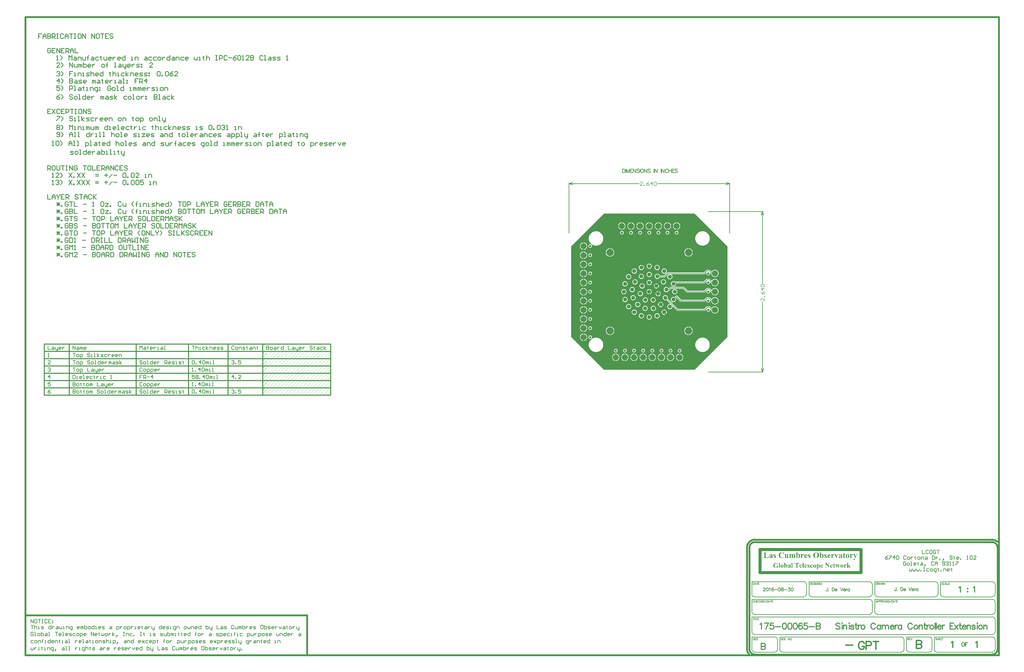
<source format=gbl>
G04 Layer_Physical_Order=2*
G04 Layer_Color=16711680*
%FSLAX23Y23*%
%MOIN*%
G70*
G01*
G75*
%ADD10C,0.010*%
%ADD12C,0.030*%
%ADD13C,0.050*%
%ADD14C,0.015*%
%ADD15C,0.001*%
%ADD16C,0.012*%
%ADD17C,0.006*%
%ADD18C,0.024*%
%ADD19C,0.018*%
%ADD20C,0.020*%
%ADD21C,0.016*%
%ADD22C,0.118*%
%ADD23C,0.065*%
%ADD24C,0.040*%
%ADD25C,0.100*%
G36*
X1285Y745D02*
Y-745D01*
X745Y-1285D01*
X-745D01*
X-1285Y-745D01*
Y745D01*
X-745Y1285D01*
X745D01*
X1285Y745D01*
D02*
G37*
G36*
X2212Y-4320D02*
X2210D01*
Y-4320D01*
X2210Y-4320D01*
X2209Y-4319D01*
X2209Y-4318D01*
X2209Y-4317D01*
X2208Y-4316D01*
X2208Y-4315D01*
X2207Y-4313D01*
X2206Y-4310D01*
X2204Y-4307D01*
X2202Y-4304D01*
X2200Y-4303D01*
X2199Y-4302D01*
X2199Y-4302D01*
X2198Y-4301D01*
X2198Y-4301D01*
X2197Y-4301D01*
X2197Y-4300D01*
X2196Y-4300D01*
X2195Y-4299D01*
X2194Y-4298D01*
X2191Y-4297D01*
X2188Y-4296D01*
X2185Y-4295D01*
X2183Y-4295D01*
X2181Y-4295D01*
X2180D01*
X2180Y-4295D01*
X2179D01*
X2178Y-4295D01*
X2176Y-4296D01*
X2174Y-4296D01*
X2171Y-4297D01*
X2168Y-4298D01*
X2166Y-4300D01*
X2165D01*
X2165Y-4300D01*
X2165Y-4301D01*
X2164Y-4301D01*
X2163Y-4302D01*
X2162Y-4303D01*
X2160Y-4305D01*
X2158Y-4307D01*
X2157Y-4310D01*
X2155Y-4313D01*
Y-4313D01*
X2155Y-4313D01*
X2155Y-4314D01*
X2155Y-4314D01*
X2154Y-4315D01*
X2154Y-4316D01*
X2154Y-4318D01*
X2153Y-4319D01*
X2153Y-4321D01*
X2152Y-4323D01*
X2152Y-4326D01*
X2151Y-4330D01*
X2151Y-4335D01*
Y-4335D01*
Y-4335D01*
Y-4336D01*
Y-4337D01*
X2151Y-4338D01*
Y-4339D01*
X2151Y-4341D01*
X2152Y-4342D01*
X2152Y-4346D01*
X2152Y-4349D01*
X2153Y-4353D01*
X2154Y-4357D01*
Y-4357D01*
X2154Y-4357D01*
X2155Y-4358D01*
X2155Y-4358D01*
X2155Y-4359D01*
X2155Y-4360D01*
X2157Y-4362D01*
X2158Y-4365D01*
X2159Y-4367D01*
X2161Y-4370D01*
X2164Y-4372D01*
X2164D01*
X2164Y-4372D01*
X2164Y-4372D01*
X2165Y-4372D01*
X2166Y-4373D01*
X2166Y-4373D01*
X2167Y-4374D01*
X2168Y-4374D01*
X2171Y-4375D01*
X2174Y-4376D01*
X2177Y-4376D01*
X2181Y-4377D01*
X2182D01*
X2183Y-4377D01*
X2184Y-4376D01*
X2186Y-4376D01*
X2188Y-4376D01*
X2191Y-4375D01*
X2193Y-4374D01*
X2196Y-4373D01*
X2196D01*
X2196Y-4373D01*
X2197Y-4373D01*
X2197Y-4372D01*
X2198Y-4372D01*
X2199Y-4371D01*
X2200Y-4370D01*
X2203Y-4368D01*
X2205Y-4366D01*
X2208Y-4363D01*
X2211Y-4360D01*
Y-4368D01*
X2211Y-4368D01*
X2211Y-4368D01*
X2210Y-4369D01*
X2210Y-4369D01*
X2209Y-4370D01*
X2208Y-4371D01*
X2206Y-4372D01*
X2204Y-4374D01*
X2201Y-4376D01*
X2198Y-4378D01*
X2195Y-4379D01*
X2195D01*
X2195Y-4380D01*
X2194Y-4380D01*
X2194Y-4380D01*
X2193Y-4380D01*
X2192Y-4381D01*
X2191Y-4381D01*
X2190Y-4381D01*
X2188Y-4382D01*
X2187Y-4382D01*
X2184Y-4382D01*
X2180Y-4383D01*
X2176Y-4383D01*
X2175D01*
X2174Y-4383D01*
X2172D01*
X2171Y-4383D01*
X2169Y-4382D01*
X2167Y-4382D01*
X2166Y-4382D01*
X2163Y-4382D01*
X2159Y-4381D01*
X2155Y-4379D01*
X2153Y-4378D01*
X2150Y-4377D01*
X2150Y-4377D01*
X2150Y-4377D01*
X2149Y-4377D01*
X2149Y-4376D01*
X2148Y-4376D01*
X2147Y-4375D01*
X2145Y-4374D01*
X2144Y-4373D01*
X2143Y-4372D01*
X2141Y-4371D01*
X2139Y-4368D01*
X2136Y-4364D01*
X2133Y-4361D01*
X2133Y-4361D01*
X2133Y-4360D01*
X2133Y-4360D01*
X2132Y-4359D01*
X2132Y-4358D01*
X2131Y-4357D01*
X2131Y-4355D01*
X2130Y-4354D01*
X2130Y-4352D01*
X2129Y-4350D01*
X2128Y-4346D01*
X2128Y-4342D01*
X2127Y-4340D01*
X2127Y-4338D01*
Y-4338D01*
Y-4337D01*
Y-4337D01*
X2127Y-4336D01*
X2128Y-4334D01*
X2128Y-4333D01*
X2128Y-4332D01*
X2128Y-4330D01*
X2128Y-4328D01*
X2129Y-4326D01*
X2130Y-4322D01*
X2131Y-4320D01*
X2132Y-4318D01*
X2133Y-4316D01*
X2134Y-4313D01*
X2134Y-4313D01*
X2134Y-4313D01*
X2135Y-4312D01*
X2135Y-4312D01*
X2136Y-4311D01*
X2137Y-4309D01*
X2138Y-4308D01*
X2139Y-4307D01*
X2140Y-4305D01*
X2141Y-4304D01*
X2143Y-4303D01*
X2144Y-4301D01*
X2148Y-4298D01*
X2152Y-4296D01*
X2152Y-4295D01*
X2153Y-4295D01*
X2153Y-4295D01*
X2154Y-4295D01*
X2155Y-4294D01*
X2156Y-4294D01*
X2158Y-4293D01*
X2159Y-4292D01*
X2161Y-4292D01*
X2163Y-4291D01*
X2167Y-4290D01*
X2172Y-4289D01*
X2174Y-4289D01*
X2176Y-4289D01*
X2178D01*
X2179Y-4289D01*
X2180Y-4289D01*
X2181Y-4290D01*
X2182Y-4290D01*
X2185Y-4290D01*
X2189Y-4291D01*
X2192Y-4292D01*
X2196Y-4293D01*
X2196D01*
X2197Y-4293D01*
X2197Y-4294D01*
X2198Y-4294D01*
X2200Y-4294D01*
X2201Y-4295D01*
X2202Y-4295D01*
X2203Y-4296D01*
X2204Y-4296D01*
X2204D01*
X2205Y-4296D01*
X2205Y-4295D01*
X2206Y-4295D01*
X2207Y-4295D01*
X2208Y-4294D01*
X2208Y-4294D01*
X2208Y-4294D01*
X2208Y-4294D01*
X2209Y-4293D01*
X2209Y-4292D01*
X2209Y-4291D01*
X2210Y-4290D01*
X2210Y-4289D01*
X2212D01*
Y-4320D01*
D02*
G37*
G36*
X2383Y-4317D02*
X2384Y-4318D01*
X2386Y-4318D01*
X2388Y-4318D01*
X2389Y-4319D01*
X2391Y-4320D01*
X2391Y-4320D01*
X2392Y-4321D01*
X2392Y-4321D01*
X2393Y-4322D01*
X2394Y-4323D01*
X2395Y-4325D01*
X2396Y-4326D01*
X2396Y-4328D01*
X2396Y-4328D01*
X2396Y-4329D01*
X2397Y-4330D01*
X2397Y-4331D01*
X2397Y-4333D01*
X2397Y-4336D01*
X2398Y-4337D01*
X2398Y-4339D01*
Y-4340D01*
Y-4342D01*
Y-4368D01*
Y-4368D01*
Y-4368D01*
Y-4368D01*
Y-4369D01*
X2398Y-4370D01*
Y-4371D01*
X2398Y-4373D01*
X2398Y-4374D01*
X2399Y-4376D01*
X2399Y-4376D01*
X2399Y-4376D01*
X2399Y-4377D01*
X2399Y-4377D01*
X2400Y-4377D01*
X2400Y-4377D01*
X2401Y-4378D01*
X2402Y-4378D01*
X2403Y-4378D01*
X2404Y-4379D01*
Y-4381D01*
X2372D01*
Y-4379D01*
X2373D01*
X2373Y-4378D01*
X2374Y-4378D01*
X2375Y-4378D01*
X2376Y-4378D01*
X2376Y-4377D01*
X2377Y-4377D01*
X2378Y-4376D01*
Y-4376D01*
X2378Y-4375D01*
X2378Y-4375D01*
X2379Y-4374D01*
X2379Y-4373D01*
X2379Y-4372D01*
X2379Y-4370D01*
Y-4368D01*
Y-4341D01*
Y-4341D01*
Y-4341D01*
Y-4340D01*
Y-4340D01*
Y-4338D01*
X2379Y-4336D01*
Y-4335D01*
X2379Y-4333D01*
X2379Y-4331D01*
X2379Y-4331D01*
X2379Y-4330D01*
Y-4330D01*
X2378Y-4330D01*
X2378Y-4330D01*
X2378Y-4329D01*
X2377Y-4328D01*
X2376Y-4327D01*
X2376Y-4327D01*
X2376Y-4326D01*
X2374Y-4326D01*
X2373Y-4326D01*
X2373D01*
X2372Y-4326D01*
X2371Y-4326D01*
X2370Y-4326D01*
X2370Y-4327D01*
X2368Y-4327D01*
X2367Y-4328D01*
X2367Y-4328D01*
X2367Y-4328D01*
X2366Y-4329D01*
X2366Y-4330D01*
X2365Y-4330D01*
X2364Y-4331D01*
X2363Y-4333D01*
X2361Y-4334D01*
Y-4368D01*
Y-4368D01*
Y-4368D01*
Y-4369D01*
X2362Y-4370D01*
Y-4371D01*
X2362Y-4373D01*
X2362Y-4374D01*
X2362Y-4375D01*
X2363Y-4376D01*
X2363Y-4376D01*
X2363Y-4376D01*
X2363Y-4377D01*
X2364Y-4377D01*
X2365Y-4378D01*
X2366Y-4378D01*
X2367Y-4378D01*
X2368Y-4379D01*
Y-4381D01*
X2336D01*
Y-4379D01*
X2337D01*
X2337Y-4378D01*
X2338Y-4378D01*
X2339Y-4378D01*
X2341Y-4377D01*
X2341D01*
X2341Y-4377D01*
X2341Y-4377D01*
X2342Y-4376D01*
X2342Y-4375D01*
Y-4374D01*
X2343Y-4374D01*
Y-4374D01*
X2343Y-4373D01*
X2343Y-4372D01*
Y-4371D01*
X2343Y-4369D01*
Y-4368D01*
Y-4341D01*
Y-4341D01*
Y-4341D01*
Y-4340D01*
Y-4340D01*
Y-4338D01*
X2343Y-4336D01*
Y-4335D01*
X2343Y-4333D01*
X2343Y-4331D01*
X2342Y-4331D01*
X2342Y-4330D01*
Y-4330D01*
X2342Y-4330D01*
X2342Y-4330D01*
X2342Y-4329D01*
X2341Y-4328D01*
X2340Y-4327D01*
X2340D01*
X2340Y-4327D01*
X2339Y-4326D01*
X2338Y-4326D01*
X2337Y-4326D01*
X2336D01*
X2336Y-4326D01*
X2335D01*
X2334Y-4326D01*
X2333Y-4327D01*
X2332Y-4327D01*
X2332Y-4327D01*
X2331Y-4328D01*
X2331Y-4328D01*
X2330Y-4329D01*
X2329Y-4330D01*
X2328Y-4331D01*
X2327Y-4332D01*
X2325Y-4334D01*
Y-4368D01*
Y-4368D01*
Y-4368D01*
Y-4369D01*
X2325Y-4370D01*
Y-4371D01*
X2326Y-4373D01*
X2326Y-4374D01*
X2326Y-4375D01*
X2327Y-4376D01*
X2327Y-4376D01*
X2327Y-4377D01*
X2327Y-4377D01*
X2328Y-4377D01*
X2328Y-4378D01*
X2329Y-4378D01*
X2331Y-4378D01*
X2332Y-4379D01*
Y-4381D01*
X2300D01*
Y-4379D01*
X2300D01*
X2301Y-4378D01*
X2302Y-4378D01*
X2302Y-4378D01*
X2304Y-4377D01*
X2305Y-4377D01*
X2306Y-4376D01*
Y-4376D01*
X2306Y-4376D01*
X2306Y-4375D01*
X2306Y-4375D01*
X2306Y-4373D01*
X2307Y-4372D01*
X2307Y-4370D01*
Y-4369D01*
Y-4368D01*
Y-4332D01*
Y-4332D01*
Y-4332D01*
Y-4332D01*
Y-4331D01*
Y-4330D01*
X2307Y-4329D01*
X2307Y-4327D01*
X2306Y-4326D01*
X2306Y-4325D01*
X2306Y-4324D01*
X2306Y-4324D01*
Y-4324D01*
X2305Y-4324D01*
X2305Y-4323D01*
X2304Y-4323D01*
X2304Y-4322D01*
X2303Y-4322D01*
X2302Y-4322D01*
X2300Y-4321D01*
Y-4319D01*
X2325D01*
Y-4327D01*
X2325Y-4327D01*
X2326Y-4327D01*
X2326Y-4326D01*
X2327Y-4325D01*
X2328Y-4324D01*
X2330Y-4323D01*
X2331Y-4322D01*
X2333Y-4320D01*
X2335Y-4319D01*
X2335Y-4319D01*
X2335Y-4319D01*
X2336Y-4319D01*
X2338Y-4318D01*
X2339Y-4318D01*
X2341Y-4318D01*
X2342Y-4317D01*
X2344Y-4317D01*
X2345D01*
X2346Y-4317D01*
X2348Y-4318D01*
X2349Y-4318D01*
X2351Y-4318D01*
X2353Y-4319D01*
X2354Y-4320D01*
X2354Y-4320D01*
X2355Y-4321D01*
X2356Y-4321D01*
X2357Y-4322D01*
X2358Y-4323D01*
X2359Y-4325D01*
X2360Y-4326D01*
X2360Y-4328D01*
X2361Y-4328D01*
X2361Y-4328D01*
X2361Y-4327D01*
X2362Y-4326D01*
X2364Y-4325D01*
X2365Y-4324D01*
X2367Y-4322D01*
X2369Y-4321D01*
X2371Y-4320D01*
X2371Y-4320D01*
X2371Y-4320D01*
X2372Y-4319D01*
X2374Y-4319D01*
X2375Y-4318D01*
X2377Y-4318D01*
X2379Y-4317D01*
X2381Y-4317D01*
X2382D01*
X2383Y-4317D01*
D02*
G37*
G36*
X3344D02*
X3344Y-4317D01*
X3345Y-4318D01*
X3346Y-4318D01*
X3347Y-4319D01*
X3348Y-4320D01*
X3348Y-4320D01*
X3349Y-4320D01*
X3349Y-4320D01*
X3349Y-4321D01*
X3350Y-4322D01*
X3350Y-4323D01*
X3350Y-4325D01*
X3350Y-4326D01*
Y-4326D01*
Y-4327D01*
X3350Y-4328D01*
X3350Y-4329D01*
X3350Y-4330D01*
X3349Y-4331D01*
X3349Y-4332D01*
X3348Y-4333D01*
X3348Y-4333D01*
X3348Y-4333D01*
X3347Y-4334D01*
X3347Y-4334D01*
X3346Y-4335D01*
X3345Y-4335D01*
X3344Y-4335D01*
X3343Y-4335D01*
X3342D01*
X3342Y-4335D01*
X3341Y-4335D01*
X3340Y-4335D01*
X3339Y-4334D01*
X3338Y-4334D01*
X3337Y-4333D01*
X3337Y-4333D01*
X3337Y-4333D01*
X3336Y-4332D01*
X3336Y-4332D01*
X3335Y-4331D01*
X3334Y-4331D01*
X3334Y-4331D01*
X3334Y-4330D01*
X3334Y-4330D01*
X3333Y-4330D01*
X3333Y-4330D01*
X3332D01*
X3332Y-4330D01*
X3331D01*
X3330Y-4331D01*
X3330Y-4331D01*
X3329Y-4332D01*
X3329Y-4332D01*
X3328Y-4332D01*
X3328Y-4332D01*
X3327Y-4333D01*
X3327Y-4334D01*
X3326Y-4335D01*
X3325Y-4337D01*
X3325Y-4338D01*
Y-4338D01*
X3325Y-4338D01*
X3325Y-4339D01*
X3324Y-4339D01*
X3324Y-4340D01*
X3324Y-4342D01*
X3323Y-4344D01*
X3323Y-4347D01*
X3323Y-4349D01*
X3323Y-4352D01*
Y-4366D01*
X3323Y-4370D01*
Y-4370D01*
Y-4371D01*
Y-4371D01*
Y-4372D01*
X3323Y-4374D01*
X3323Y-4374D01*
X3323Y-4375D01*
Y-4375D01*
X3323Y-4375D01*
X3324Y-4376D01*
X3325Y-4377D01*
X3326Y-4378D01*
X3326D01*
X3326Y-4378D01*
X3326Y-4378D01*
X3327Y-4378D01*
X3328Y-4378D01*
X3329Y-4378D01*
X3330Y-4378D01*
X3331Y-4379D01*
Y-4381D01*
X3297D01*
Y-4379D01*
X3298D01*
X3298Y-4378D01*
X3299D01*
X3300Y-4378D01*
X3301Y-4378D01*
X3302Y-4377D01*
X3303Y-4376D01*
X3303Y-4376D01*
X3303Y-4376D01*
X3303Y-4375D01*
X3304Y-4374D01*
X3304Y-4373D01*
X3304Y-4371D01*
X3304Y-4370D01*
X3304Y-4369D01*
Y-4368D01*
Y-4366D01*
Y-4332D01*
Y-4332D01*
Y-4331D01*
Y-4330D01*
X3304Y-4329D01*
Y-4328D01*
X3304Y-4327D01*
X3304Y-4326D01*
X3304Y-4325D01*
Y-4325D01*
X3304Y-4325D01*
X3303Y-4324D01*
X3303Y-4323D01*
X3302Y-4323D01*
X3302Y-4323D01*
X3301Y-4322D01*
X3301Y-4322D01*
X3300Y-4322D01*
X3299Y-4322D01*
X3299Y-4322D01*
X3297Y-4321D01*
Y-4319D01*
X3323D01*
Y-4333D01*
X3323Y-4333D01*
X3323Y-4333D01*
X3323Y-4332D01*
X3324Y-4332D01*
X3324Y-4331D01*
X3325Y-4330D01*
X3326Y-4328D01*
X3328Y-4326D01*
X3330Y-4324D01*
X3332Y-4322D01*
X3332Y-4321D01*
X3333Y-4320D01*
X3334Y-4320D01*
X3334Y-4320D01*
X3335Y-4319D01*
X3336Y-4319D01*
X3338Y-4318D01*
X3339Y-4318D01*
X3341Y-4317D01*
X3342Y-4317D01*
X3343D01*
X3344Y-4317D01*
D02*
G37*
G36*
X3035D02*
X3036Y-4317D01*
X3037Y-4318D01*
X3038Y-4318D01*
X3039Y-4319D01*
X3040Y-4320D01*
X3040Y-4320D01*
X3040Y-4320D01*
X3040Y-4320D01*
X3041Y-4321D01*
X3041Y-4322D01*
X3042Y-4323D01*
X3042Y-4325D01*
X3042Y-4326D01*
Y-4326D01*
Y-4327D01*
X3042Y-4328D01*
X3042Y-4329D01*
X3041Y-4330D01*
X3041Y-4331D01*
X3040Y-4332D01*
X3040Y-4333D01*
X3040Y-4333D01*
X3039Y-4333D01*
X3039Y-4334D01*
X3038Y-4334D01*
X3038Y-4335D01*
X3037Y-4335D01*
X3036Y-4335D01*
X3035Y-4335D01*
X3034D01*
X3033Y-4335D01*
X3032Y-4335D01*
X3032Y-4335D01*
X3031Y-4334D01*
X3029Y-4334D01*
X3028Y-4333D01*
X3028Y-4333D01*
X3028Y-4333D01*
X3028Y-4332D01*
X3027Y-4332D01*
X3026Y-4331D01*
X3026Y-4331D01*
X3026Y-4331D01*
X3025Y-4330D01*
X3025Y-4330D01*
X3025Y-4330D01*
X3024Y-4330D01*
X3024D01*
X3023Y-4330D01*
X3023D01*
X3022Y-4331D01*
X3021Y-4331D01*
X3020Y-4332D01*
X3020Y-4332D01*
X3020Y-4332D01*
X3019Y-4332D01*
X3019Y-4333D01*
X3018Y-4334D01*
X3018Y-4335D01*
X3017Y-4337D01*
X3016Y-4338D01*
Y-4338D01*
X3016Y-4338D01*
X3016Y-4339D01*
X3016Y-4339D01*
X3016Y-4340D01*
X3015Y-4342D01*
X3015Y-4344D01*
X3015Y-4347D01*
X3014Y-4349D01*
X3014Y-4352D01*
Y-4366D01*
X3014Y-4370D01*
Y-4370D01*
Y-4371D01*
Y-4371D01*
Y-4372D01*
X3014Y-4374D01*
X3015Y-4374D01*
X3015Y-4375D01*
Y-4375D01*
X3015Y-4375D01*
X3015Y-4376D01*
X3016Y-4377D01*
X3017Y-4378D01*
X3017D01*
X3017Y-4378D01*
X3018Y-4378D01*
X3018Y-4378D01*
X3019Y-4378D01*
X3020Y-4378D01*
X3021Y-4378D01*
X3022Y-4379D01*
Y-4381D01*
X2989D01*
Y-4379D01*
X2989D01*
X2990Y-4378D01*
X2990D01*
X2991Y-4378D01*
X2993Y-4378D01*
X2994Y-4377D01*
X2994Y-4376D01*
X2994Y-4376D01*
X2995Y-4376D01*
X2995Y-4375D01*
X2995Y-4374D01*
X2995Y-4373D01*
X2996Y-4371D01*
X2996Y-4370D01*
X2996Y-4369D01*
Y-4368D01*
Y-4366D01*
Y-4332D01*
Y-4332D01*
Y-4331D01*
Y-4330D01*
X2996Y-4329D01*
Y-4328D01*
X2996Y-4327D01*
X2995Y-4326D01*
X2995Y-4325D01*
Y-4325D01*
X2995Y-4325D01*
X2995Y-4324D01*
X2994Y-4323D01*
X2993Y-4323D01*
X2993Y-4323D01*
X2993Y-4322D01*
X2992Y-4322D01*
X2992Y-4322D01*
X2991Y-4322D01*
X2990Y-4322D01*
X2989Y-4321D01*
Y-4319D01*
X3014D01*
Y-4333D01*
X3014Y-4333D01*
X3014Y-4333D01*
X3015Y-4332D01*
X3015Y-4332D01*
X3016Y-4331D01*
X3016Y-4330D01*
X3018Y-4328D01*
X3019Y-4326D01*
X3021Y-4324D01*
X3023Y-4322D01*
X3024Y-4321D01*
X3025Y-4320D01*
X3025Y-4320D01*
X3026Y-4320D01*
X3027Y-4319D01*
X3028Y-4319D01*
X3029Y-4318D01*
X3031Y-4318D01*
X3032Y-4317D01*
X3034Y-4317D01*
X3034D01*
X3035Y-4317D01*
D02*
G37*
G36*
X2535D02*
X2535Y-4317D01*
X2536Y-4318D01*
X2537Y-4318D01*
X2538Y-4319D01*
X2539Y-4320D01*
X2539Y-4320D01*
X2540Y-4320D01*
X2540Y-4320D01*
X2540Y-4321D01*
X2541Y-4322D01*
X2541Y-4323D01*
X2541Y-4325D01*
X2541Y-4326D01*
Y-4326D01*
Y-4327D01*
X2541Y-4328D01*
X2541Y-4329D01*
X2541Y-4330D01*
X2540Y-4331D01*
X2540Y-4332D01*
X2539Y-4333D01*
X2539Y-4333D01*
X2539Y-4333D01*
X2538Y-4334D01*
X2538Y-4334D01*
X2537Y-4335D01*
X2536Y-4335D01*
X2535Y-4335D01*
X2534Y-4335D01*
X2533D01*
X2533Y-4335D01*
X2532Y-4335D01*
X2531Y-4335D01*
X2530Y-4334D01*
X2529Y-4334D01*
X2528Y-4333D01*
X2528Y-4333D01*
X2528Y-4333D01*
X2527Y-4332D01*
X2527Y-4332D01*
X2526Y-4331D01*
X2525Y-4331D01*
X2525Y-4331D01*
X2525Y-4330D01*
X2525Y-4330D01*
X2524Y-4330D01*
X2524Y-4330D01*
X2523D01*
X2523Y-4330D01*
X2522D01*
X2521Y-4331D01*
X2521Y-4331D01*
X2520Y-4332D01*
X2520Y-4332D01*
X2519Y-4332D01*
X2519Y-4332D01*
X2518Y-4333D01*
X2518Y-4334D01*
X2517Y-4335D01*
X2516Y-4337D01*
X2516Y-4338D01*
Y-4338D01*
X2516Y-4338D01*
X2516Y-4339D01*
X2515Y-4339D01*
X2515Y-4340D01*
X2515Y-4342D01*
X2514Y-4344D01*
X2514Y-4347D01*
X2514Y-4349D01*
X2514Y-4352D01*
Y-4366D01*
X2514Y-4370D01*
Y-4370D01*
Y-4371D01*
Y-4371D01*
Y-4372D01*
X2514Y-4374D01*
X2514Y-4374D01*
X2514Y-4375D01*
Y-4375D01*
X2514Y-4375D01*
X2515Y-4376D01*
X2516Y-4377D01*
X2517Y-4378D01*
X2517D01*
X2517Y-4378D01*
X2517Y-4378D01*
X2518Y-4378D01*
X2519Y-4378D01*
X2520Y-4378D01*
X2521Y-4378D01*
X2522Y-4379D01*
Y-4381D01*
X2488D01*
Y-4379D01*
X2489D01*
X2489Y-4378D01*
X2490D01*
X2491Y-4378D01*
X2492Y-4378D01*
X2493Y-4377D01*
X2494Y-4376D01*
X2494Y-4376D01*
X2494Y-4376D01*
X2494Y-4375D01*
X2495Y-4374D01*
X2495Y-4373D01*
X2495Y-4371D01*
X2495Y-4370D01*
X2495Y-4369D01*
Y-4368D01*
Y-4366D01*
Y-4332D01*
Y-4332D01*
Y-4331D01*
Y-4330D01*
X2495Y-4329D01*
Y-4328D01*
X2495Y-4327D01*
X2495Y-4326D01*
X2495Y-4325D01*
Y-4325D01*
X2495Y-4325D01*
X2494Y-4324D01*
X2494Y-4323D01*
X2493Y-4323D01*
X2493Y-4323D01*
X2492Y-4322D01*
X2492Y-4322D01*
X2491Y-4322D01*
X2490Y-4322D01*
X2490Y-4322D01*
X2488Y-4321D01*
Y-4319D01*
X2514D01*
Y-4333D01*
X2514Y-4333D01*
X2514Y-4333D01*
X2514Y-4332D01*
X2515Y-4332D01*
X2515Y-4331D01*
X2516Y-4330D01*
X2517Y-4328D01*
X2519Y-4326D01*
X2521Y-4324D01*
X2523Y-4322D01*
X2523Y-4321D01*
X2524Y-4320D01*
X2525Y-4320D01*
X2525Y-4320D01*
X2526Y-4319D01*
X2527Y-4319D01*
X2529Y-4318D01*
X2530Y-4318D01*
X2532Y-4317D01*
X2533Y-4317D01*
X2534D01*
X2535Y-4317D01*
D02*
G37*
G36*
X2897D02*
X2899Y-4317D01*
X2900Y-4318D01*
X2902Y-4318D01*
X2903Y-4319D01*
X2905Y-4320D01*
X2905D01*
X2905Y-4320D01*
X2906Y-4320D01*
X2907Y-4321D01*
X2908Y-4321D01*
X2909D01*
X2909Y-4321D01*
X2910Y-4320D01*
X2910Y-4320D01*
X2911Y-4320D01*
X2911Y-4319D01*
X2911Y-4319D01*
X2912Y-4318D01*
X2912Y-4317D01*
X2915D01*
X2916Y-4339D01*
X2913D01*
Y-4338D01*
X2913Y-4338D01*
X2913Y-4338D01*
X2913Y-4337D01*
X2912Y-4336D01*
X2912Y-4335D01*
X2911Y-4333D01*
X2909Y-4331D01*
X2908Y-4329D01*
X2907Y-4327D01*
X2906Y-4326D01*
X2905Y-4326D01*
X2905Y-4326D01*
X2904Y-4325D01*
X2903Y-4325D01*
X2902Y-4324D01*
X2901Y-4323D01*
X2900Y-4323D01*
X2898Y-4322D01*
X2896Y-4322D01*
X2896D01*
X2895Y-4322D01*
X2895Y-4322D01*
X2894Y-4323D01*
X2893Y-4323D01*
X2893Y-4323D01*
X2892Y-4324D01*
X2892Y-4324D01*
X2892Y-4324D01*
X2891Y-4325D01*
X2891Y-4325D01*
X2890Y-4327D01*
X2890Y-4327D01*
X2890Y-4328D01*
Y-4328D01*
Y-4329D01*
X2890Y-4329D01*
X2890Y-4330D01*
X2891Y-4332D01*
X2891Y-4332D01*
X2892Y-4332D01*
X2892Y-4333D01*
X2893Y-4334D01*
X2894Y-4334D01*
X2895Y-4335D01*
X2896Y-4336D01*
X2897Y-4337D01*
X2898Y-4338D01*
X2900Y-4339D01*
X2901Y-4340D01*
X2903Y-4341D01*
X2903Y-4341D01*
X2903Y-4341D01*
X2904Y-4342D01*
X2905Y-4342D01*
X2905Y-4343D01*
X2906Y-4343D01*
X2908Y-4345D01*
X2910Y-4347D01*
X2912Y-4348D01*
X2914Y-4350D01*
X2915Y-4351D01*
X2916Y-4352D01*
X2916Y-4352D01*
X2916Y-4353D01*
X2917Y-4354D01*
X2917Y-4355D01*
X2918Y-4357D01*
X2918Y-4358D01*
X2919Y-4360D01*
X2919Y-4362D01*
Y-4363D01*
Y-4363D01*
X2919Y-4364D01*
X2919Y-4366D01*
X2918Y-4367D01*
X2918Y-4369D01*
X2917Y-4371D01*
X2916Y-4373D01*
X2916Y-4373D01*
X2916Y-4373D01*
X2915Y-4374D01*
X2914Y-4375D01*
X2913Y-4377D01*
X2912Y-4378D01*
X2911Y-4379D01*
X2909Y-4380D01*
X2909Y-4380D01*
X2908Y-4381D01*
X2907Y-4381D01*
X2906Y-4381D01*
X2905Y-4382D01*
X2903Y-4382D01*
X2901Y-4383D01*
X2899Y-4383D01*
X2898D01*
X2897Y-4383D01*
X2896Y-4382D01*
X2894Y-4382D01*
X2892Y-4382D01*
X2890Y-4381D01*
X2887Y-4380D01*
X2887D01*
X2887Y-4380D01*
X2886Y-4380D01*
X2885Y-4379D01*
X2884Y-4379D01*
X2884D01*
X2883Y-4379D01*
X2883Y-4380D01*
X2882Y-4380D01*
X2882Y-4381D01*
X2881Y-4381D01*
X2881Y-4383D01*
X2878D01*
X2877Y-4360D01*
X2880D01*
Y-4360D01*
X2880Y-4361D01*
X2880Y-4361D01*
X2880Y-4362D01*
X2881Y-4362D01*
X2881Y-4363D01*
X2882Y-4365D01*
X2883Y-4367D01*
X2884Y-4370D01*
X2886Y-4372D01*
X2888Y-4373D01*
X2888Y-4374D01*
X2889Y-4374D01*
X2890Y-4375D01*
X2891Y-4376D01*
X2892Y-4376D01*
X2894Y-4377D01*
X2896Y-4378D01*
X2897Y-4378D01*
X2898D01*
X2899Y-4378D01*
X2899Y-4378D01*
X2900Y-4377D01*
X2901Y-4377D01*
X2902Y-4377D01*
X2903Y-4376D01*
X2903Y-4376D01*
X2903Y-4376D01*
X2903Y-4375D01*
X2904Y-4375D01*
X2904Y-4374D01*
X2904Y-4373D01*
X2905Y-4372D01*
X2905Y-4371D01*
Y-4371D01*
Y-4371D01*
X2905Y-4370D01*
X2904Y-4369D01*
X2904Y-4368D01*
X2904Y-4368D01*
X2903Y-4367D01*
X2903Y-4366D01*
X2903Y-4366D01*
X2902Y-4365D01*
X2902Y-4365D01*
X2901Y-4364D01*
X2900Y-4363D01*
X2898Y-4362D01*
X2896Y-4360D01*
X2894Y-4359D01*
X2894Y-4359D01*
X2893Y-4358D01*
X2893Y-4358D01*
X2892Y-4358D01*
X2891Y-4357D01*
X2890Y-4356D01*
X2888Y-4355D01*
X2886Y-4353D01*
X2884Y-4351D01*
X2882Y-4349D01*
X2881Y-4349D01*
X2881Y-4348D01*
Y-4348D01*
X2881Y-4348D01*
X2880Y-4347D01*
X2879Y-4346D01*
X2879Y-4344D01*
X2878Y-4343D01*
X2877Y-4341D01*
X2877Y-4338D01*
X2876Y-4336D01*
Y-4336D01*
Y-4336D01*
Y-4335D01*
X2877Y-4335D01*
X2877Y-4333D01*
X2877Y-4332D01*
X2878Y-4330D01*
X2878Y-4327D01*
X2880Y-4325D01*
X2881Y-4323D01*
Y-4323D01*
X2882Y-4323D01*
X2882Y-4322D01*
X2883Y-4321D01*
X2885Y-4320D01*
X2887Y-4319D01*
X2889Y-4318D01*
X2892Y-4317D01*
X2894Y-4317D01*
X2896D01*
X2897Y-4317D01*
D02*
G37*
G36*
X2630D02*
X2631Y-4317D01*
X2633Y-4318D01*
X2634Y-4318D01*
X2636Y-4319D01*
X2638Y-4320D01*
X2638D01*
X2638Y-4320D01*
X2639Y-4320D01*
X2640Y-4321D01*
X2641Y-4321D01*
X2641D01*
X2642Y-4321D01*
X2643Y-4320D01*
X2643Y-4320D01*
X2643Y-4320D01*
X2643Y-4319D01*
X2644Y-4319D01*
X2644Y-4318D01*
X2645Y-4317D01*
X2647D01*
X2648Y-4339D01*
X2646D01*
Y-4338D01*
X2646Y-4338D01*
X2646Y-4338D01*
X2645Y-4337D01*
X2645Y-4336D01*
X2644Y-4335D01*
X2643Y-4333D01*
X2642Y-4331D01*
X2641Y-4329D01*
X2639Y-4327D01*
X2638Y-4326D01*
X2638Y-4326D01*
X2637Y-4326D01*
X2637Y-4325D01*
X2636Y-4325D01*
X2635Y-4324D01*
X2634Y-4323D01*
X2632Y-4323D01*
X2631Y-4322D01*
X2629Y-4322D01*
X2629D01*
X2628Y-4322D01*
X2627Y-4322D01*
X2627Y-4323D01*
X2626Y-4323D01*
X2625Y-4323D01*
X2624Y-4324D01*
X2624Y-4324D01*
X2624Y-4324D01*
X2624Y-4325D01*
X2624Y-4325D01*
X2623Y-4327D01*
X2623Y-4327D01*
X2623Y-4328D01*
Y-4328D01*
Y-4329D01*
X2623Y-4329D01*
X2623Y-4330D01*
X2624Y-4332D01*
X2624Y-4332D01*
X2624Y-4332D01*
X2625Y-4333D01*
X2626Y-4334D01*
X2627Y-4334D01*
X2628Y-4335D01*
X2629Y-4336D01*
X2630Y-4337D01*
X2631Y-4338D01*
X2632Y-4339D01*
X2634Y-4340D01*
X2636Y-4341D01*
X2636Y-4341D01*
X2636Y-4341D01*
X2636Y-4342D01*
X2637Y-4342D01*
X2638Y-4343D01*
X2639Y-4343D01*
X2641Y-4345D01*
X2643Y-4347D01*
X2645Y-4348D01*
X2647Y-4350D01*
X2648Y-4351D01*
X2648Y-4352D01*
X2649Y-4352D01*
X2649Y-4353D01*
X2649Y-4354D01*
X2650Y-4355D01*
X2651Y-4357D01*
X2651Y-4358D01*
X2651Y-4360D01*
X2652Y-4362D01*
Y-4363D01*
Y-4363D01*
X2651Y-4364D01*
X2651Y-4366D01*
X2651Y-4367D01*
X2650Y-4369D01*
X2650Y-4371D01*
X2649Y-4373D01*
X2649Y-4373D01*
X2648Y-4373D01*
X2648Y-4374D01*
X2647Y-4375D01*
X2646Y-4377D01*
X2645Y-4378D01*
X2643Y-4379D01*
X2642Y-4380D01*
X2641Y-4380D01*
X2641Y-4381D01*
X2640Y-4381D01*
X2639Y-4381D01*
X2637Y-4382D01*
X2635Y-4382D01*
X2633Y-4383D01*
X2631Y-4383D01*
X2631D01*
X2630Y-4383D01*
X2628Y-4382D01*
X2627Y-4382D01*
X2625Y-4382D01*
X2622Y-4381D01*
X2620Y-4380D01*
X2619D01*
X2619Y-4380D01*
X2618Y-4380D01*
X2618Y-4379D01*
X2617Y-4379D01*
X2616D01*
X2616Y-4379D01*
X2616Y-4380D01*
X2615Y-4380D01*
X2614Y-4381D01*
X2614Y-4381D01*
X2613Y-4383D01*
X2611D01*
X2610Y-4360D01*
X2612D01*
Y-4360D01*
X2612Y-4361D01*
X2613Y-4361D01*
X2613Y-4362D01*
X2613Y-4362D01*
X2613Y-4363D01*
X2614Y-4365D01*
X2616Y-4367D01*
X2617Y-4370D01*
X2619Y-4372D01*
X2620Y-4373D01*
X2621Y-4374D01*
X2621Y-4374D01*
X2622Y-4375D01*
X2624Y-4376D01*
X2625Y-4376D01*
X2627Y-4377D01*
X2628Y-4378D01*
X2630Y-4378D01*
X2631D01*
X2631Y-4378D01*
X2632Y-4378D01*
X2633Y-4377D01*
X2634Y-4377D01*
X2634Y-4377D01*
X2635Y-4376D01*
X2635Y-4376D01*
X2636Y-4376D01*
X2636Y-4375D01*
X2636Y-4375D01*
X2637Y-4374D01*
X2637Y-4373D01*
X2637Y-4372D01*
X2637Y-4371D01*
Y-4371D01*
Y-4371D01*
X2637Y-4370D01*
X2637Y-4369D01*
X2637Y-4368D01*
X2636Y-4368D01*
X2636Y-4367D01*
X2635Y-4366D01*
X2635Y-4366D01*
X2635Y-4365D01*
X2634Y-4365D01*
X2633Y-4364D01*
X2632Y-4363D01*
X2631Y-4362D01*
X2629Y-4360D01*
X2626Y-4359D01*
X2626Y-4359D01*
X2626Y-4358D01*
X2625Y-4358D01*
X2625Y-4358D01*
X2624Y-4357D01*
X2623Y-4356D01*
X2621Y-4355D01*
X2619Y-4353D01*
X2617Y-4351D01*
X2615Y-4349D01*
X2614Y-4349D01*
X2613Y-4348D01*
Y-4348D01*
X2613Y-4348D01*
X2613Y-4347D01*
X2612Y-4346D01*
X2611Y-4344D01*
X2610Y-4343D01*
X2610Y-4341D01*
X2609Y-4338D01*
X2609Y-4336D01*
Y-4336D01*
Y-4336D01*
Y-4335D01*
X2609Y-4335D01*
X2609Y-4333D01*
X2610Y-4332D01*
X2610Y-4330D01*
X2611Y-4327D01*
X2612Y-4325D01*
X2614Y-4323D01*
Y-4323D01*
X2614Y-4323D01*
X2615Y-4322D01*
X2616Y-4321D01*
X2618Y-4320D01*
X2620Y-4319D01*
X2622Y-4318D01*
X2625Y-4317D01*
X2626Y-4317D01*
X2629D01*
X2630Y-4317D01*
D02*
G37*
G36*
X2062D02*
X2063Y-4317D01*
X2064Y-4318D01*
X2066Y-4318D01*
X2068Y-4319D01*
X2069Y-4320D01*
X2070D01*
X2070Y-4320D01*
X2070Y-4320D01*
X2071Y-4321D01*
X2072Y-4321D01*
X2073D01*
X2074Y-4321D01*
X2074Y-4320D01*
X2074Y-4320D01*
X2075Y-4320D01*
X2075Y-4319D01*
X2076Y-4319D01*
X2076Y-4318D01*
X2077Y-4317D01*
X2079D01*
X2080Y-4339D01*
X2078D01*
Y-4338D01*
X2077Y-4338D01*
X2077Y-4338D01*
X2077Y-4337D01*
X2076Y-4336D01*
X2076Y-4335D01*
X2075Y-4333D01*
X2074Y-4331D01*
X2072Y-4329D01*
X2071Y-4327D01*
X2070Y-4326D01*
X2069Y-4326D01*
X2069Y-4326D01*
X2068Y-4325D01*
X2068Y-4325D01*
X2067Y-4324D01*
X2065Y-4323D01*
X2064Y-4323D01*
X2062Y-4322D01*
X2061Y-4322D01*
X2060D01*
X2060Y-4322D01*
X2059Y-4322D01*
X2058Y-4323D01*
X2058Y-4323D01*
X2057Y-4323D01*
X2056Y-4324D01*
X2056Y-4324D01*
X2056Y-4324D01*
X2055Y-4325D01*
X2055Y-4325D01*
X2054Y-4327D01*
X2054Y-4327D01*
X2054Y-4328D01*
Y-4328D01*
Y-4329D01*
X2054Y-4329D01*
X2055Y-4330D01*
X2055Y-4332D01*
X2056Y-4332D01*
X2056Y-4332D01*
X2057Y-4333D01*
X2058Y-4334D01*
X2058Y-4334D01*
X2059Y-4335D01*
X2060Y-4336D01*
X2061Y-4337D01*
X2063Y-4338D01*
X2064Y-4339D01*
X2065Y-4340D01*
X2067Y-4341D01*
X2067Y-4341D01*
X2068Y-4341D01*
X2068Y-4342D01*
X2069Y-4342D01*
X2070Y-4343D01*
X2070Y-4343D01*
X2072Y-4345D01*
X2075Y-4347D01*
X2077Y-4348D01*
X2079Y-4350D01*
X2079Y-4351D01*
X2080Y-4352D01*
X2080Y-4352D01*
X2081Y-4353D01*
X2081Y-4354D01*
X2082Y-4355D01*
X2082Y-4357D01*
X2083Y-4358D01*
X2083Y-4360D01*
X2083Y-4362D01*
Y-4363D01*
Y-4363D01*
X2083Y-4364D01*
X2083Y-4366D01*
X2083Y-4367D01*
X2082Y-4369D01*
X2081Y-4371D01*
X2081Y-4373D01*
X2080Y-4373D01*
X2080Y-4373D01*
X2079Y-4374D01*
X2079Y-4375D01*
X2078Y-4377D01*
X2076Y-4378D01*
X2075Y-4379D01*
X2073Y-4380D01*
X2073Y-4380D01*
X2073Y-4381D01*
X2072Y-4381D01*
X2070Y-4381D01*
X2069Y-4382D01*
X2067Y-4382D01*
X2065Y-4383D01*
X2063Y-4383D01*
X2062D01*
X2061Y-4383D01*
X2060Y-4382D01*
X2058Y-4382D01*
X2056Y-4382D01*
X2054Y-4381D01*
X2051Y-4380D01*
X2051D01*
X2051Y-4380D01*
X2050Y-4380D01*
X2049Y-4379D01*
X2048Y-4379D01*
X2048D01*
X2048Y-4379D01*
X2047Y-4380D01*
X2047Y-4380D01*
X2046Y-4381D01*
X2045Y-4381D01*
X2045Y-4383D01*
X2043D01*
X2042Y-4360D01*
X2044D01*
Y-4360D01*
X2044Y-4361D01*
X2044Y-4361D01*
X2044Y-4362D01*
X2045Y-4362D01*
X2045Y-4363D01*
X2046Y-4365D01*
X2047Y-4367D01*
X2049Y-4370D01*
X2050Y-4372D01*
X2052Y-4373D01*
X2052Y-4374D01*
X2053Y-4374D01*
X2054Y-4375D01*
X2055Y-4376D01*
X2057Y-4376D01*
X2058Y-4377D01*
X2060Y-4378D01*
X2062Y-4378D01*
X2062D01*
X2063Y-4378D01*
X2064Y-4378D01*
X2064Y-4377D01*
X2065Y-4377D01*
X2066Y-4377D01*
X2067Y-4376D01*
X2067Y-4376D01*
X2067Y-4376D01*
X2067Y-4375D01*
X2068Y-4375D01*
X2068Y-4374D01*
X2069Y-4373D01*
X2069Y-4372D01*
X2069Y-4371D01*
Y-4371D01*
Y-4371D01*
X2069Y-4370D01*
X2069Y-4369D01*
X2068Y-4368D01*
X2068Y-4368D01*
X2068Y-4367D01*
X2067Y-4366D01*
X2067Y-4366D01*
X2067Y-4365D01*
X2066Y-4365D01*
X2065Y-4364D01*
X2064Y-4363D01*
X2062Y-4362D01*
X2060Y-4360D01*
X2058Y-4359D01*
X2058Y-4359D01*
X2058Y-4358D01*
X2057Y-4358D01*
X2056Y-4358D01*
X2056Y-4357D01*
X2055Y-4356D01*
X2053Y-4355D01*
X2050Y-4353D01*
X2048Y-4351D01*
X2046Y-4349D01*
X2046Y-4349D01*
X2045Y-4348D01*
Y-4348D01*
X2045Y-4348D01*
X2044Y-4347D01*
X2044Y-4346D01*
X2043Y-4344D01*
X2042Y-4343D01*
X2041Y-4341D01*
X2041Y-4338D01*
X2041Y-4336D01*
Y-4336D01*
Y-4336D01*
Y-4335D01*
X2041Y-4335D01*
X2041Y-4333D01*
X2041Y-4332D01*
X2042Y-4330D01*
X2043Y-4327D01*
X2044Y-4325D01*
X2046Y-4323D01*
Y-4323D01*
X2046Y-4323D01*
X2046Y-4322D01*
X2048Y-4321D01*
X2049Y-4320D01*
X2051Y-4319D01*
X2054Y-4318D01*
X2056Y-4317D01*
X2058Y-4317D01*
X2061D01*
X2062Y-4317D01*
D02*
G37*
G36*
X3110Y-4321D02*
X3110D01*
X3110Y-4322D01*
X3109Y-4322D01*
X3109Y-4322D01*
X3107Y-4323D01*
X3106Y-4324D01*
X3106Y-4324D01*
X3105Y-4324D01*
X3105Y-4325D01*
X3104Y-4326D01*
X3104Y-4327D01*
X3103Y-4328D01*
X3103Y-4329D01*
X3102Y-4330D01*
X3101Y-4331D01*
X3101Y-4333D01*
X3100Y-4334D01*
X3080Y-4383D01*
X3077D01*
X3056Y-4335D01*
Y-4335D01*
X3056Y-4334D01*
X3055Y-4334D01*
X3055Y-4333D01*
X3054Y-4332D01*
X3054Y-4330D01*
X3053Y-4328D01*
X3052Y-4327D01*
X3051Y-4325D01*
X3050Y-4324D01*
X3050Y-4324D01*
X3050Y-4324D01*
X3050Y-4324D01*
X3049Y-4323D01*
X3049Y-4323D01*
X3048Y-4322D01*
X3047Y-4322D01*
X3046Y-4322D01*
X3045Y-4321D01*
Y-4319D01*
X3078D01*
Y-4321D01*
X3077D01*
X3076Y-4322D01*
X3075Y-4322D01*
X3074Y-4322D01*
X3074Y-4323D01*
X3074D01*
X3074Y-4323D01*
X3073Y-4324D01*
X3073Y-4325D01*
X3072Y-4325D01*
X3072Y-4326D01*
Y-4326D01*
Y-4327D01*
X3072Y-4327D01*
X3073Y-4328D01*
X3073Y-4329D01*
X3074Y-4331D01*
X3074Y-4333D01*
X3075Y-4335D01*
X3085Y-4359D01*
X3094Y-4339D01*
Y-4338D01*
X3094Y-4338D01*
X3094Y-4338D01*
X3094Y-4337D01*
X3095Y-4336D01*
X3095Y-4334D01*
X3096Y-4332D01*
X3097Y-4330D01*
X3097Y-4328D01*
X3097Y-4326D01*
Y-4326D01*
Y-4326D01*
X3097Y-4326D01*
Y-4325D01*
X3096Y-4324D01*
X3096Y-4323D01*
X3096Y-4323D01*
X3095D01*
X3095Y-4323D01*
X3095Y-4323D01*
X3094Y-4322D01*
X3094Y-4322D01*
X3093Y-4322D01*
X3092Y-4322D01*
X3090Y-4321D01*
Y-4319D01*
X3110D01*
Y-4321D01*
D02*
G37*
G36*
X3419D02*
X3419D01*
X3418Y-4322D01*
X3418Y-4322D01*
X3417Y-4322D01*
X3416Y-4322D01*
X3416Y-4323D01*
X3415Y-4323D01*
X3414Y-4324D01*
X3414Y-4324D01*
X3414Y-4324D01*
X3413Y-4325D01*
X3413Y-4326D01*
X3412Y-4326D01*
X3412Y-4327D01*
X3412Y-4328D01*
X3411Y-4329D01*
X3410Y-4331D01*
X3410Y-4332D01*
X3409Y-4334D01*
X3408Y-4336D01*
X3408Y-4338D01*
X3390Y-4383D01*
X3390Y-4384D01*
X3390Y-4384D01*
X3389Y-4385D01*
X3389Y-4386D01*
X3388Y-4388D01*
X3388Y-4389D01*
X3387Y-4391D01*
X3386Y-4392D01*
X3384Y-4396D01*
X3384Y-4398D01*
X3383Y-4400D01*
X3382Y-4401D01*
X3381Y-4403D01*
X3381Y-4404D01*
X3380Y-4405D01*
X3380Y-4405D01*
X3379Y-4405D01*
X3378Y-4406D01*
X3377Y-4407D01*
X3375Y-4408D01*
X3373Y-4409D01*
X3371Y-4410D01*
X3370Y-4410D01*
X3368Y-4410D01*
X3368D01*
X3367Y-4410D01*
X3365Y-4410D01*
X3364Y-4409D01*
X3362Y-4409D01*
X3361Y-4408D01*
X3360Y-4407D01*
X3359Y-4407D01*
X3359Y-4406D01*
X3358Y-4406D01*
X3358Y-4405D01*
X3357Y-4404D01*
X3357Y-4402D01*
X3356Y-4401D01*
X3356Y-4399D01*
Y-4399D01*
Y-4399D01*
X3356Y-4398D01*
X3356Y-4397D01*
X3357Y-4396D01*
X3357Y-4395D01*
X3358Y-4394D01*
X3359Y-4393D01*
X3359Y-4393D01*
X3359Y-4393D01*
X3359Y-4392D01*
X3360Y-4392D01*
X3361Y-4391D01*
X3362Y-4391D01*
X3363Y-4391D01*
X3364Y-4391D01*
X3365D01*
X3365Y-4391D01*
X3366Y-4391D01*
X3367Y-4391D01*
X3368Y-4391D01*
X3369Y-4392D01*
X3370Y-4393D01*
X3370Y-4393D01*
X3370Y-4393D01*
X3370Y-4393D01*
X3371Y-4394D01*
X3371Y-4395D01*
X3371Y-4396D01*
X3372Y-4398D01*
X3372Y-4399D01*
Y-4399D01*
Y-4400D01*
X3372Y-4400D01*
Y-4401D01*
X3372Y-4402D01*
X3372Y-4402D01*
X3372Y-4402D01*
X3372Y-4403D01*
X3373Y-4403D01*
X3373Y-4403D01*
X3374Y-4403D01*
X3374D01*
X3375Y-4403D01*
X3375Y-4403D01*
X3376Y-4402D01*
X3377Y-4402D01*
X3377Y-4401D01*
X3377Y-4401D01*
X3378Y-4401D01*
X3378Y-4400D01*
X3379Y-4399D01*
X3379Y-4398D01*
X3380Y-4397D01*
X3380Y-4396D01*
X3381Y-4395D01*
X3381Y-4393D01*
X3382Y-4392D01*
X3383Y-4390D01*
X3383Y-4388D01*
X3385Y-4383D01*
X3365Y-4338D01*
Y-4338D01*
X3365Y-4337D01*
X3365Y-4337D01*
X3365Y-4336D01*
X3364Y-4335D01*
X3364Y-4334D01*
X3363Y-4332D01*
X3362Y-4330D01*
X3361Y-4328D01*
X3360Y-4327D01*
X3360Y-4326D01*
X3359Y-4325D01*
X3359Y-4325D01*
X3359Y-4325D01*
X3358Y-4324D01*
X3358Y-4324D01*
X3357Y-4323D01*
X3357Y-4323D01*
X3356Y-4322D01*
X3355Y-4322D01*
X3354Y-4321D01*
Y-4319D01*
X3386D01*
Y-4321D01*
X3386D01*
X3385Y-4322D01*
X3385Y-4322D01*
X3383Y-4322D01*
X3382Y-4322D01*
X3382Y-4323D01*
X3382Y-4323D01*
X3381Y-4324D01*
X3381Y-4324D01*
X3381Y-4325D01*
Y-4326D01*
Y-4326D01*
X3381Y-4327D01*
X3381Y-4328D01*
X3381Y-4329D01*
X3382Y-4331D01*
X3383Y-4333D01*
X3384Y-4335D01*
X3394Y-4360D01*
X3402Y-4341D01*
Y-4341D01*
X3402Y-4340D01*
X3402Y-4340D01*
X3402Y-4339D01*
X3402Y-4338D01*
X3403Y-4338D01*
X3404Y-4335D01*
X3404Y-4333D01*
X3405Y-4331D01*
X3405Y-4329D01*
X3406Y-4328D01*
Y-4327D01*
Y-4327D01*
Y-4327D01*
X3405Y-4326D01*
X3405Y-4326D01*
X3405Y-4324D01*
X3404Y-4324D01*
X3404Y-4323D01*
X3404Y-4323D01*
X3404Y-4323D01*
X3403Y-4323D01*
X3403Y-4322D01*
X3402Y-4322D01*
X3401Y-4322D01*
X3400Y-4322D01*
X3398Y-4321D01*
Y-4319D01*
X3419D01*
Y-4321D01*
D02*
G37*
G36*
X2284Y-4368D02*
Y-4368D01*
Y-4368D01*
Y-4368D01*
Y-4369D01*
X2284Y-4370D01*
Y-4371D01*
X2284Y-4373D01*
X2285Y-4374D01*
X2285Y-4376D01*
X2285Y-4376D01*
X2285Y-4376D01*
X2285Y-4377D01*
X2286Y-4377D01*
X2286Y-4377D01*
X2286Y-4377D01*
X2287Y-4378D01*
X2288Y-4378D01*
X2289Y-4378D01*
X2291Y-4379D01*
Y-4381D01*
X2266D01*
Y-4373D01*
X2265Y-4373D01*
X2265Y-4374D01*
X2264Y-4375D01*
X2263Y-4376D01*
X2261Y-4377D01*
X2260Y-4378D01*
X2258Y-4379D01*
X2257Y-4380D01*
X2256Y-4381D01*
X2256Y-4381D01*
X2255Y-4381D01*
X2254Y-4382D01*
X2252Y-4382D01*
X2251Y-4382D01*
X2249Y-4383D01*
X2247Y-4383D01*
X2246D01*
X2245Y-4383D01*
X2244Y-4382D01*
X2242Y-4382D01*
X2241Y-4381D01*
X2239Y-4381D01*
X2237Y-4380D01*
X2237Y-4380D01*
X2237Y-4379D01*
X2236Y-4378D01*
X2235Y-4378D01*
X2234Y-4376D01*
X2233Y-4375D01*
X2233Y-4374D01*
X2232Y-4372D01*
Y-4372D01*
X2232Y-4371D01*
X2232Y-4370D01*
X2232Y-4370D01*
X2231Y-4369D01*
X2231Y-4368D01*
X2231Y-4367D01*
X2231Y-4365D01*
X2231Y-4364D01*
X2231Y-4362D01*
Y-4361D01*
X2231Y-4359D01*
Y-4357D01*
Y-4332D01*
Y-4332D01*
Y-4332D01*
Y-4332D01*
Y-4331D01*
X2231Y-4330D01*
Y-4329D01*
X2230Y-4327D01*
X2230Y-4326D01*
X2230Y-4325D01*
X2230Y-4324D01*
X2229Y-4324D01*
Y-4324D01*
X2229Y-4324D01*
X2229Y-4323D01*
X2228Y-4323D01*
X2227Y-4322D01*
X2227Y-4322D01*
X2225Y-4322D01*
X2224Y-4321D01*
Y-4319D01*
X2249D01*
Y-4361D01*
Y-4362D01*
Y-4362D01*
Y-4362D01*
Y-4364D01*
X2249Y-4365D01*
Y-4366D01*
X2249Y-4368D01*
X2250Y-4369D01*
X2250Y-4370D01*
Y-4370D01*
X2250Y-4370D01*
X2250Y-4371D01*
X2251Y-4372D01*
X2252Y-4373D01*
X2252D01*
X2252Y-4373D01*
X2253Y-4373D01*
X2254Y-4374D01*
X2255Y-4374D01*
X2255D01*
X2256Y-4374D01*
X2256D01*
X2258Y-4373D01*
X2259Y-4373D01*
X2259Y-4372D01*
X2260Y-4372D01*
X2260Y-4372D01*
X2261Y-4371D01*
X2262Y-4370D01*
X2263Y-4369D01*
X2264Y-4367D01*
X2266Y-4366D01*
Y-4332D01*
Y-4332D01*
Y-4332D01*
Y-4332D01*
Y-4331D01*
X2265Y-4330D01*
Y-4329D01*
X2265Y-4327D01*
X2265Y-4326D01*
X2265Y-4325D01*
X2264Y-4324D01*
X2264Y-4324D01*
Y-4324D01*
X2264Y-4324D01*
X2264Y-4323D01*
X2263Y-4323D01*
X2262Y-4322D01*
X2261Y-4322D01*
X2260Y-4322D01*
X2259Y-4321D01*
Y-4319D01*
X2284D01*
Y-4368D01*
D02*
G37*
G36*
X1928Y-4294D02*
X1923D01*
X1922Y-4294D01*
X1921D01*
X1919Y-4294D01*
X1918Y-4295D01*
X1917Y-4295D01*
X1917D01*
X1917Y-4295D01*
X1916Y-4296D01*
X1916Y-4297D01*
X1915Y-4297D01*
X1915Y-4298D01*
Y-4298D01*
X1915Y-4299D01*
X1914Y-4299D01*
Y-4300D01*
X1914Y-4301D01*
X1914Y-4302D01*
X1914Y-4304D01*
Y-4307D01*
Y-4364D01*
Y-4364D01*
Y-4364D01*
Y-4364D01*
Y-4365D01*
Y-4366D01*
X1914Y-4367D01*
Y-4369D01*
X1914Y-4370D01*
X1915Y-4372D01*
X1915Y-4373D01*
Y-4373D01*
X1915Y-4373D01*
X1915Y-4374D01*
X1916Y-4374D01*
X1916Y-4375D01*
X1917Y-4375D01*
X1918Y-4375D01*
X1918D01*
X1918Y-4376D01*
X1919D01*
X1920Y-4376D01*
X1921Y-4376D01*
X1922D01*
X1924Y-4376D01*
X1935D01*
X1936Y-4376D01*
X1937Y-4376D01*
X1939Y-4375D01*
X1941Y-4375D01*
X1943Y-4374D01*
X1945Y-4373D01*
X1945Y-4373D01*
X1946Y-4373D01*
X1947Y-4372D01*
X1948Y-4372D01*
X1949Y-4370D01*
X1951Y-4369D01*
X1952Y-4367D01*
X1953Y-4366D01*
Y-4365D01*
X1954Y-4365D01*
X1954Y-4365D01*
X1954Y-4365D01*
X1954Y-4364D01*
X1955Y-4363D01*
X1955Y-4362D01*
X1956Y-4361D01*
X1957Y-4359D01*
X1958Y-4356D01*
X1959Y-4353D01*
X1960Y-4349D01*
X1963D01*
X1960Y-4381D01*
X1880D01*
Y-4379D01*
X1883D01*
X1884Y-4378D01*
X1885D01*
X1887Y-4378D01*
X1888Y-4378D01*
X1889Y-4377D01*
X1889D01*
X1889Y-4377D01*
X1890Y-4376D01*
X1891Y-4375D01*
X1891Y-4375D01*
X1892Y-4374D01*
Y-4374D01*
X1892Y-4374D01*
X1892Y-4373D01*
X1892Y-4372D01*
X1892Y-4371D01*
X1892Y-4370D01*
X1892Y-4368D01*
Y-4366D01*
Y-4307D01*
Y-4306D01*
Y-4306D01*
Y-4306D01*
Y-4305D01*
Y-4304D01*
X1892Y-4303D01*
Y-4301D01*
X1892Y-4300D01*
X1892Y-4299D01*
X1892Y-4298D01*
Y-4298D01*
X1892Y-4298D01*
X1891Y-4297D01*
X1890Y-4296D01*
X1889Y-4295D01*
X1889Y-4295D01*
X1889Y-4295D01*
X1888Y-4295D01*
X1888Y-4294D01*
X1887Y-4294D01*
X1886Y-4294D01*
X1885Y-4294D01*
X1884Y-4294D01*
X1880D01*
Y-4291D01*
X1928D01*
Y-4294D01*
D02*
G37*
G36*
X3209Y-4319D02*
X3223D01*
Y-4326D01*
X3209D01*
Y-4364D01*
Y-4364D01*
Y-4365D01*
Y-4366D01*
Y-4367D01*
X3209Y-4368D01*
Y-4369D01*
X3209Y-4370D01*
X3209Y-4371D01*
X3209Y-4371D01*
X3209Y-4372D01*
X3210Y-4372D01*
X3211Y-4373D01*
X3211Y-4373D01*
X3212Y-4374D01*
X3212Y-4374D01*
X3213Y-4374D01*
X3213D01*
X3214Y-4374D01*
X3215Y-4374D01*
X3216Y-4373D01*
X3217Y-4373D01*
X3218Y-4371D01*
X3219Y-4371D01*
X3220Y-4370D01*
X3221Y-4369D01*
X3221Y-4368D01*
X3223Y-4369D01*
Y-4369D01*
X3223Y-4370D01*
X3223Y-4370D01*
X3222Y-4371D01*
X3222Y-4372D01*
X3221Y-4373D01*
X3220Y-4374D01*
X3219Y-4375D01*
X3218Y-4377D01*
X3217Y-4378D01*
X3215Y-4379D01*
X3214Y-4380D01*
X3212Y-4381D01*
X3210Y-4381D01*
X3208Y-4382D01*
X3206Y-4382D01*
X3205D01*
X3204Y-4382D01*
X3202Y-4381D01*
X3201Y-4381D01*
X3199Y-4380D01*
X3198Y-4380D01*
X3196Y-4379D01*
X3196Y-4378D01*
X3195Y-4378D01*
X3195Y-4377D01*
X3194Y-4376D01*
X3193Y-4375D01*
X3192Y-4374D01*
X3191Y-4373D01*
X3191Y-4371D01*
Y-4371D01*
X3191Y-4371D01*
X3191Y-4370D01*
Y-4369D01*
X3190Y-4368D01*
Y-4367D01*
X3190Y-4366D01*
Y-4365D01*
X3190Y-4364D01*
Y-4362D01*
Y-4361D01*
Y-4359D01*
Y-4326D01*
X3182D01*
Y-4323D01*
X3182Y-4323D01*
X3182Y-4323D01*
X3183Y-4323D01*
X3183Y-4322D01*
X3184Y-4322D01*
X3185Y-4321D01*
X3187Y-4320D01*
X3189Y-4318D01*
X3192Y-4316D01*
X3194Y-4313D01*
X3196Y-4311D01*
X3196Y-4311D01*
X3196Y-4311D01*
X3197Y-4310D01*
X3197Y-4310D01*
X3198Y-4308D01*
X3200Y-4307D01*
X3201Y-4305D01*
X3203Y-4302D01*
X3205Y-4299D01*
X3206Y-4296D01*
X3209D01*
Y-4319D01*
D02*
G37*
G36*
X3150Y-4317D02*
X3151Y-4317D01*
X3153Y-4318D01*
X3155Y-4318D01*
X3157Y-4319D01*
X3159Y-4320D01*
X3161Y-4321D01*
X3162Y-4321D01*
X3162Y-4322D01*
X3163Y-4322D01*
X3164Y-4323D01*
X3165Y-4325D01*
X3166Y-4326D01*
X3167Y-4327D01*
X3168Y-4329D01*
Y-4329D01*
X3168Y-4330D01*
X3168Y-4330D01*
X3169Y-4332D01*
X3169Y-4333D01*
X3169Y-4333D01*
Y-4334D01*
X3169Y-4336D01*
Y-4337D01*
X3169Y-4338D01*
Y-4340D01*
Y-4342D01*
Y-4366D01*
Y-4366D01*
Y-4367D01*
Y-4367D01*
Y-4368D01*
X3169Y-4370D01*
Y-4371D01*
X3169Y-4371D01*
X3169Y-4371D01*
X3170Y-4372D01*
X3170Y-4372D01*
X3170Y-4373D01*
X3170Y-4373D01*
X3171Y-4373D01*
X3171Y-4373D01*
X3172Y-4373D01*
X3172D01*
X3173Y-4373D01*
X3174Y-4373D01*
X3174Y-4372D01*
X3175Y-4372D01*
X3175Y-4371D01*
X3177Y-4373D01*
X3177Y-4373D01*
X3177Y-4373D01*
X3176Y-4374D01*
X3175Y-4375D01*
X3174Y-4376D01*
X3173Y-4378D01*
X3172Y-4379D01*
X3170Y-4380D01*
X3170Y-4380D01*
X3170Y-4380D01*
X3169Y-4380D01*
X3168Y-4381D01*
X3167Y-4381D01*
X3166Y-4381D01*
X3164Y-4382D01*
X3162Y-4382D01*
X3162D01*
X3161Y-4382D01*
X3159Y-4382D01*
X3158Y-4381D01*
X3157Y-4381D01*
X3155Y-4380D01*
X3154Y-4379D01*
X3154Y-4379D01*
X3154Y-4379D01*
X3153Y-4378D01*
X3153Y-4378D01*
X3152Y-4376D01*
X3151Y-4375D01*
X3151Y-4374D01*
X3151Y-4372D01*
X3150Y-4372D01*
X3150Y-4372D01*
X3149Y-4373D01*
X3149Y-4373D01*
X3148Y-4374D01*
X3146Y-4375D01*
X3145Y-4376D01*
X3144Y-4377D01*
X3141Y-4379D01*
X3137Y-4380D01*
X3135Y-4381D01*
X3134Y-4381D01*
X3132Y-4382D01*
X3130Y-4382D01*
X3129D01*
X3128Y-4382D01*
X3127Y-4381D01*
X3126Y-4381D01*
X3124Y-4380D01*
X3123Y-4380D01*
X3121Y-4378D01*
X3121Y-4378D01*
X3121Y-4378D01*
X3120Y-4377D01*
X3120Y-4376D01*
X3119Y-4375D01*
X3118Y-4373D01*
X3118Y-4372D01*
X3118Y-4370D01*
Y-4370D01*
Y-4369D01*
Y-4369D01*
X3118Y-4368D01*
X3118Y-4367D01*
X3119Y-4365D01*
X3119Y-4363D01*
X3120Y-4361D01*
X3122Y-4359D01*
X3123Y-4358D01*
X3124Y-4357D01*
X3124Y-4357D01*
X3124Y-4357D01*
X3125Y-4356D01*
X3125Y-4356D01*
X3126Y-4355D01*
X3127Y-4355D01*
X3128Y-4354D01*
X3130Y-4353D01*
X3131Y-4352D01*
X3133Y-4351D01*
X3135Y-4350D01*
X3138Y-4348D01*
X3140Y-4347D01*
X3144Y-4345D01*
X3147Y-4344D01*
X3151Y-4342D01*
Y-4336D01*
Y-4336D01*
Y-4335D01*
Y-4335D01*
Y-4335D01*
Y-4333D01*
X3150Y-4332D01*
X3150Y-4330D01*
X3150Y-4329D01*
X3150Y-4328D01*
X3150Y-4327D01*
X3150Y-4327D01*
Y-4327D01*
X3150Y-4326D01*
X3149Y-4326D01*
X3148Y-4325D01*
X3148Y-4324D01*
X3147Y-4324D01*
X3147Y-4323D01*
X3146Y-4323D01*
X3146Y-4323D01*
X3145Y-4323D01*
X3144Y-4322D01*
X3143Y-4322D01*
X3141D01*
X3141Y-4322D01*
X3140Y-4322D01*
X3138Y-4323D01*
X3137Y-4323D01*
X3136Y-4324D01*
X3135Y-4324D01*
X3135D01*
X3135Y-4324D01*
X3134Y-4325D01*
X3134Y-4326D01*
X3133Y-4326D01*
X3133Y-4327D01*
Y-4327D01*
X3134Y-4328D01*
X3134Y-4328D01*
X3134Y-4329D01*
X3135Y-4330D01*
X3135Y-4330D01*
X3135Y-4331D01*
X3136Y-4331D01*
X3136Y-4331D01*
X3136Y-4332D01*
X3137Y-4334D01*
X3138Y-4335D01*
X3138Y-4336D01*
Y-4336D01*
Y-4336D01*
X3138Y-4337D01*
X3137Y-4338D01*
X3137Y-4339D01*
X3137Y-4340D01*
X3136Y-4341D01*
X3135Y-4341D01*
X3135Y-4342D01*
X3135Y-4342D01*
X3134Y-4342D01*
X3134Y-4343D01*
X3133Y-4343D01*
X3132Y-4343D01*
X3130Y-4344D01*
X3129Y-4344D01*
X3128D01*
X3127Y-4344D01*
X3126Y-4343D01*
X3125Y-4343D01*
X3124Y-4343D01*
X3123Y-4342D01*
X3122Y-4341D01*
X3122Y-4341D01*
X3122Y-4341D01*
X3121Y-4340D01*
X3121Y-4340D01*
X3120Y-4339D01*
X3120Y-4338D01*
X3119Y-4337D01*
X3119Y-4335D01*
Y-4335D01*
X3119Y-4334D01*
X3119Y-4334D01*
X3120Y-4332D01*
X3120Y-4331D01*
X3121Y-4330D01*
X3122Y-4328D01*
X3123Y-4326D01*
X3123Y-4326D01*
X3124Y-4326D01*
X3124Y-4325D01*
X3126Y-4324D01*
X3127Y-4323D01*
X3129Y-4322D01*
X3131Y-4321D01*
X3133Y-4320D01*
X3134D01*
X3134Y-4319D01*
X3134Y-4319D01*
X3135Y-4319D01*
X3136Y-4319D01*
X3138Y-4318D01*
X3140Y-4318D01*
X3142Y-4318D01*
X3145Y-4317D01*
X3147Y-4317D01*
X3149D01*
X3150Y-4317D01*
D02*
G37*
G36*
X2005D02*
X2006Y-4317D01*
X2008Y-4318D01*
X2011Y-4318D01*
X2013Y-4319D01*
X2015Y-4320D01*
X2017Y-4321D01*
X2017Y-4321D01*
X2018Y-4322D01*
X2019Y-4322D01*
X2020Y-4323D01*
X2021Y-4325D01*
X2022Y-4326D01*
X2023Y-4327D01*
X2024Y-4329D01*
Y-4329D01*
X2024Y-4330D01*
X2024Y-4330D01*
X2024Y-4332D01*
X2024Y-4333D01*
X2025Y-4333D01*
Y-4334D01*
X2025Y-4336D01*
Y-4337D01*
X2025Y-4338D01*
Y-4340D01*
Y-4342D01*
Y-4366D01*
Y-4366D01*
Y-4367D01*
Y-4367D01*
Y-4368D01*
X2025Y-4370D01*
Y-4371D01*
X2025Y-4371D01*
X2025Y-4371D01*
X2025Y-4372D01*
X2026Y-4372D01*
X2026Y-4373D01*
X2026Y-4373D01*
X2027Y-4373D01*
X2027Y-4373D01*
X2028Y-4373D01*
X2028D01*
X2029Y-4373D01*
X2029Y-4373D01*
X2030Y-4372D01*
X2031Y-4372D01*
X2031Y-4371D01*
X2033Y-4373D01*
X2033Y-4373D01*
X2033Y-4373D01*
X2032Y-4374D01*
X2031Y-4375D01*
X2030Y-4376D01*
X2029Y-4378D01*
X2028Y-4379D01*
X2026Y-4380D01*
X2026Y-4380D01*
X2026Y-4380D01*
X2025Y-4380D01*
X2024Y-4381D01*
X2023Y-4381D01*
X2021Y-4381D01*
X2020Y-4382D01*
X2018Y-4382D01*
X2017D01*
X2016Y-4382D01*
X2015Y-4382D01*
X2014Y-4381D01*
X2012Y-4381D01*
X2011Y-4380D01*
X2010Y-4379D01*
X2010Y-4379D01*
X2009Y-4379D01*
X2009Y-4378D01*
X2008Y-4378D01*
X2008Y-4376D01*
X2007Y-4375D01*
X2007Y-4374D01*
X2006Y-4372D01*
X2006Y-4372D01*
X2006Y-4372D01*
X2005Y-4373D01*
X2004Y-4373D01*
X2003Y-4374D01*
X2002Y-4375D01*
X2001Y-4376D01*
X2000Y-4377D01*
X1996Y-4379D01*
X1993Y-4380D01*
X1991Y-4381D01*
X1989Y-4381D01*
X1988Y-4382D01*
X1986Y-4382D01*
X1985D01*
X1984Y-4382D01*
X1983Y-4381D01*
X1981Y-4381D01*
X1980Y-4380D01*
X1979Y-4380D01*
X1977Y-4378D01*
X1977Y-4378D01*
X1977Y-4378D01*
X1976Y-4377D01*
X1975Y-4376D01*
X1975Y-4375D01*
X1974Y-4373D01*
X1974Y-4372D01*
X1974Y-4370D01*
Y-4370D01*
Y-4369D01*
Y-4369D01*
X1974Y-4368D01*
X1974Y-4367D01*
X1974Y-4365D01*
X1975Y-4363D01*
X1976Y-4361D01*
X1978Y-4359D01*
X1979Y-4358D01*
X1980Y-4357D01*
X1980Y-4357D01*
X1980Y-4357D01*
X1980Y-4356D01*
X1981Y-4356D01*
X1982Y-4355D01*
X1983Y-4355D01*
X1984Y-4354D01*
X1985Y-4353D01*
X1987Y-4352D01*
X1989Y-4351D01*
X1991Y-4350D01*
X1994Y-4348D01*
X1996Y-4347D01*
X1999Y-4345D01*
X2003Y-4344D01*
X2006Y-4342D01*
Y-4336D01*
Y-4336D01*
Y-4335D01*
Y-4335D01*
Y-4335D01*
Y-4333D01*
X2006Y-4332D01*
X2006Y-4330D01*
X2006Y-4329D01*
X2006Y-4328D01*
X2006Y-4327D01*
X2005Y-4327D01*
Y-4327D01*
X2005Y-4326D01*
X2005Y-4326D01*
X2004Y-4325D01*
X2003Y-4324D01*
X2003Y-4324D01*
X2002Y-4323D01*
X2002Y-4323D01*
X2002Y-4323D01*
X2001Y-4323D01*
X2000Y-4322D01*
X1999Y-4322D01*
X1997D01*
X1996Y-4322D01*
X1995Y-4322D01*
X1994Y-4323D01*
X1993Y-4323D01*
X1992Y-4324D01*
X1991Y-4324D01*
X1991D01*
X1991Y-4324D01*
X1990Y-4325D01*
X1989Y-4326D01*
X1989Y-4326D01*
X1989Y-4327D01*
Y-4327D01*
X1989Y-4328D01*
X1990Y-4328D01*
X1990Y-4329D01*
X1990Y-4330D01*
X1991Y-4330D01*
X1991Y-4331D01*
X1991Y-4331D01*
X1992Y-4331D01*
X1992Y-4332D01*
X1993Y-4334D01*
X1993Y-4335D01*
X1993Y-4336D01*
Y-4336D01*
Y-4336D01*
X1993Y-4337D01*
X1993Y-4338D01*
X1993Y-4339D01*
X1992Y-4340D01*
X1992Y-4341D01*
X1991Y-4341D01*
X1991Y-4342D01*
X1991Y-4342D01*
X1990Y-4342D01*
X1989Y-4343D01*
X1988Y-4343D01*
X1987Y-4343D01*
X1986Y-4344D01*
X1985Y-4344D01*
X1984D01*
X1983Y-4344D01*
X1982Y-4343D01*
X1981Y-4343D01*
X1980Y-4343D01*
X1979Y-4342D01*
X1978Y-4341D01*
X1978Y-4341D01*
X1977Y-4341D01*
X1977Y-4340D01*
X1976Y-4340D01*
X1976Y-4339D01*
X1975Y-4338D01*
X1975Y-4337D01*
X1975Y-4335D01*
Y-4335D01*
X1975Y-4334D01*
X1975Y-4334D01*
X1975Y-4332D01*
X1976Y-4331D01*
X1977Y-4330D01*
X1977Y-4328D01*
X1979Y-4326D01*
X1979Y-4326D01*
X1979Y-4326D01*
X1980Y-4325D01*
X1981Y-4324D01*
X1983Y-4323D01*
X1985Y-4322D01*
X1987Y-4321D01*
X1989Y-4320D01*
X1989D01*
X1989Y-4319D01*
X1990Y-4319D01*
X1990Y-4319D01*
X1992Y-4319D01*
X1993Y-4318D01*
X1996Y-4318D01*
X1998Y-4318D01*
X2001Y-4317D01*
X2003Y-4317D01*
X2005D01*
X2005Y-4317D01*
D02*
G37*
G36*
X3261D02*
X3261Y-4317D01*
X3263Y-4318D01*
X3266Y-4318D01*
X3268Y-4319D01*
X3271Y-4320D01*
X3273Y-4321D01*
X3273D01*
X3274Y-4322D01*
X3274Y-4322D01*
X3274Y-4322D01*
X3276Y-4323D01*
X3277Y-4324D01*
X3279Y-4326D01*
X3281Y-4328D01*
X3282Y-4331D01*
X3284Y-4333D01*
Y-4333D01*
X3284Y-4334D01*
X3284Y-4334D01*
X3285Y-4335D01*
X3285Y-4335D01*
X3285Y-4336D01*
X3286Y-4338D01*
X3286Y-4341D01*
X3287Y-4344D01*
X3287Y-4347D01*
X3288Y-4350D01*
Y-4350D01*
Y-4351D01*
Y-4351D01*
X3287Y-4352D01*
X3287Y-4353D01*
X3287Y-4355D01*
X3287Y-4356D01*
X3287Y-4358D01*
X3286Y-4361D01*
X3285Y-4365D01*
X3284Y-4367D01*
X3283Y-4369D01*
X3282Y-4370D01*
X3281Y-4372D01*
X3281Y-4372D01*
X3280Y-4373D01*
X3280Y-4373D01*
X3279Y-4374D01*
X3279Y-4375D01*
X3278Y-4376D01*
X3276Y-4377D01*
X3275Y-4377D01*
X3274Y-4378D01*
X3272Y-4379D01*
X3270Y-4380D01*
X3268Y-4381D01*
X3266Y-4382D01*
X3264Y-4382D01*
X3261Y-4383D01*
X3259Y-4383D01*
X3258D01*
X3257Y-4383D01*
X3256D01*
X3255Y-4383D01*
X3254Y-4382D01*
X3252Y-4382D01*
X3251Y-4382D01*
X3249Y-4381D01*
X3247Y-4380D01*
X3245Y-4380D01*
X3244Y-4379D01*
X3242Y-4378D01*
X3240Y-4376D01*
X3239Y-4375D01*
X3237Y-4373D01*
X3237Y-4373D01*
X3237Y-4373D01*
X3236Y-4372D01*
X3236Y-4371D01*
X3235Y-4370D01*
X3235Y-4369D01*
X3234Y-4368D01*
X3233Y-4367D01*
X3233Y-4365D01*
X3232Y-4363D01*
X3231Y-4361D01*
X3231Y-4359D01*
X3230Y-4357D01*
X3230Y-4355D01*
X3230Y-4353D01*
X3230Y-4350D01*
Y-4350D01*
Y-4350D01*
Y-4349D01*
X3230Y-4348D01*
X3230Y-4347D01*
X3230Y-4346D01*
X3230Y-4344D01*
X3231Y-4342D01*
X3232Y-4339D01*
X3232Y-4337D01*
X3233Y-4335D01*
X3234Y-4333D01*
X3235Y-4331D01*
X3236Y-4329D01*
X3237Y-4327D01*
X3237Y-4327D01*
X3238Y-4327D01*
X3238Y-4326D01*
X3239Y-4326D01*
X3240Y-4325D01*
X3240Y-4324D01*
X3242Y-4323D01*
X3243Y-4322D01*
X3244Y-4321D01*
X3246Y-4320D01*
X3248Y-4320D01*
X3249Y-4319D01*
X3252Y-4318D01*
X3254Y-4318D01*
X3256Y-4317D01*
X3258Y-4317D01*
X3260D01*
X3261Y-4317D01*
D02*
G37*
G36*
X2959D02*
X2959Y-4317D01*
X2960Y-4318D01*
X2963Y-4318D01*
X2965Y-4319D01*
X2966Y-4320D01*
X2968Y-4320D01*
X2969Y-4321D01*
X2971Y-4322D01*
X2972Y-4324D01*
X2973Y-4325D01*
X2973Y-4325D01*
X2974Y-4325D01*
X2974Y-4326D01*
X2974Y-4326D01*
X2975Y-4327D01*
X2976Y-4328D01*
X2976Y-4329D01*
X2977Y-4331D01*
X2978Y-4332D01*
X2978Y-4334D01*
X2979Y-4336D01*
X2979Y-4338D01*
X2980Y-4340D01*
X2980Y-4342D01*
X2981Y-4345D01*
X2981Y-4348D01*
X2947D01*
Y-4348D01*
Y-4348D01*
X2947Y-4349D01*
Y-4350D01*
X2947Y-4351D01*
X2947Y-4352D01*
X2948Y-4353D01*
X2948Y-4355D01*
X2949Y-4358D01*
X2950Y-4361D01*
X2951Y-4364D01*
X2952Y-4366D01*
X2953Y-4367D01*
X2954Y-4368D01*
X2954Y-4368D01*
X2955Y-4369D01*
X2956Y-4370D01*
X2958Y-4371D01*
X2960Y-4372D01*
X2962Y-4373D01*
X2963Y-4373D01*
X2964Y-4373D01*
X2965D01*
X2966Y-4373D01*
X2967Y-4373D01*
X2968Y-4372D01*
X2969Y-4372D01*
X2970Y-4371D01*
X2972Y-4371D01*
X2972Y-4371D01*
X2972Y-4370D01*
X2973Y-4370D01*
X2974Y-4369D01*
X2975Y-4368D01*
X2976Y-4366D01*
X2977Y-4365D01*
X2979Y-4363D01*
X2981Y-4364D01*
Y-4364D01*
X2981Y-4365D01*
X2980Y-4365D01*
X2980Y-4366D01*
X2979Y-4367D01*
X2979Y-4368D01*
X2977Y-4370D01*
X2976Y-4372D01*
X2974Y-4374D01*
X2972Y-4377D01*
X2971Y-4378D01*
X2970Y-4379D01*
X2969D01*
X2969Y-4379D01*
X2969Y-4379D01*
X2969Y-4379D01*
X2967Y-4380D01*
X2966Y-4381D01*
X2964Y-4381D01*
X2961Y-4382D01*
X2958Y-4383D01*
X2956Y-4383D01*
X2955D01*
X2954Y-4383D01*
X2953D01*
X2952Y-4382D01*
X2951Y-4382D01*
X2949Y-4382D01*
X2948Y-4381D01*
X2946Y-4381D01*
X2944Y-4380D01*
X2943Y-4379D01*
X2941Y-4378D01*
X2939Y-4377D01*
X2938Y-4376D01*
X2936Y-4374D01*
X2935Y-4372D01*
Y-4372D01*
X2934Y-4372D01*
X2934Y-4371D01*
X2934Y-4371D01*
X2933Y-4370D01*
X2933Y-4369D01*
X2932Y-4368D01*
X2932Y-4366D01*
X2931Y-4365D01*
X2931Y-4363D01*
X2930Y-4362D01*
X2930Y-4360D01*
X2929Y-4356D01*
X2929Y-4353D01*
X2929Y-4351D01*
Y-4351D01*
Y-4350D01*
Y-4350D01*
X2929Y-4348D01*
X2929Y-4347D01*
X2930Y-4346D01*
X2930Y-4344D01*
X2930Y-4342D01*
X2931Y-4338D01*
X2932Y-4336D01*
X2933Y-4334D01*
X2933Y-4332D01*
X2935Y-4330D01*
X2936Y-4328D01*
X2937Y-4326D01*
X2937Y-4326D01*
X2938Y-4326D01*
X2938Y-4326D01*
X2939Y-4325D01*
X2940Y-4324D01*
X2941Y-4324D01*
X2942Y-4323D01*
X2943Y-4322D01*
X2944Y-4321D01*
X2946Y-4320D01*
X2949Y-4319D01*
X2951Y-4318D01*
X2953Y-4318D01*
X2955Y-4317D01*
X2957Y-4317D01*
X2958D01*
X2959Y-4317D01*
D02*
G37*
G36*
X2824Y-4325D02*
X2824Y-4325D01*
X2825Y-4325D01*
X2825Y-4325D01*
X2826Y-4324D01*
X2826Y-4323D01*
X2827Y-4323D01*
X2828Y-4322D01*
X2829Y-4321D01*
X2832Y-4320D01*
X2835Y-4318D01*
X2836Y-4318D01*
X2838Y-4318D01*
X2840Y-4317D01*
X2841Y-4317D01*
X2842D01*
X2844Y-4317D01*
X2845Y-4318D01*
X2847Y-4318D01*
X2849Y-4319D01*
X2851Y-4320D01*
X2853Y-4321D01*
X2853D01*
X2853Y-4321D01*
X2854Y-4322D01*
X2855Y-4322D01*
X2856Y-4324D01*
X2858Y-4325D01*
X2859Y-4327D01*
X2861Y-4329D01*
X2862Y-4332D01*
Y-4332D01*
X2862Y-4332D01*
X2862Y-4332D01*
X2862Y-4333D01*
X2863Y-4334D01*
X2863Y-4334D01*
X2864Y-4336D01*
X2864Y-4339D01*
X2865Y-4341D01*
X2865Y-4344D01*
X2865Y-4348D01*
Y-4348D01*
Y-4348D01*
Y-4349D01*
Y-4349D01*
X2865Y-4350D01*
X2865Y-4351D01*
X2865Y-4352D01*
X2865Y-4354D01*
X2864Y-4356D01*
X2863Y-4360D01*
X2862Y-4363D01*
X2861Y-4366D01*
Y-4366D01*
X2861Y-4366D01*
X2861Y-4367D01*
X2860Y-4367D01*
X2859Y-4369D01*
X2858Y-4371D01*
X2857Y-4373D01*
X2855Y-4375D01*
X2853Y-4377D01*
X2850Y-4379D01*
X2850D01*
X2850Y-4379D01*
X2850Y-4379D01*
X2849Y-4379D01*
X2848Y-4380D01*
X2848Y-4380D01*
X2846Y-4381D01*
X2844Y-4381D01*
X2841Y-4382D01*
X2838Y-4383D01*
X2835Y-4383D01*
X2834D01*
X2833Y-4383D01*
X2832Y-4383D01*
X2831Y-4382D01*
X2829Y-4382D01*
X2828Y-4382D01*
X2826Y-4381D01*
X2826Y-4381D01*
X2825Y-4381D01*
X2825Y-4381D01*
X2824Y-4380D01*
X2823Y-4379D01*
X2821Y-4379D01*
X2820Y-4377D01*
X2818Y-4376D01*
X2808Y-4383D01*
X2806D01*
Y-4304D01*
Y-4304D01*
Y-4304D01*
Y-4303D01*
Y-4302D01*
Y-4301D01*
X2806Y-4300D01*
X2806Y-4299D01*
X2806Y-4298D01*
X2805Y-4297D01*
Y-4297D01*
X2805Y-4297D01*
X2805Y-4296D01*
X2804Y-4295D01*
X2803Y-4295D01*
X2803Y-4295D01*
X2803Y-4294D01*
X2802Y-4294D01*
X2802Y-4294D01*
X2801Y-4294D01*
X2800Y-4294D01*
X2799Y-4294D01*
Y-4291D01*
X2824D01*
Y-4325D01*
D02*
G37*
G36*
X2578Y-4317D02*
X2579Y-4317D01*
X2580Y-4318D01*
X2582Y-4318D01*
X2585Y-4319D01*
X2586Y-4320D01*
X2588Y-4320D01*
X2589Y-4321D01*
X2590Y-4322D01*
X2592Y-4324D01*
X2593Y-4325D01*
X2593Y-4325D01*
X2593Y-4325D01*
X2594Y-4326D01*
X2594Y-4326D01*
X2595Y-4327D01*
X2595Y-4328D01*
X2596Y-4329D01*
X2597Y-4331D01*
X2597Y-4332D01*
X2598Y-4334D01*
X2599Y-4336D01*
X2599Y-4338D01*
X2600Y-4340D01*
X2600Y-4342D01*
X2600Y-4345D01*
X2601Y-4348D01*
X2567D01*
Y-4348D01*
Y-4348D01*
X2567Y-4349D01*
Y-4350D01*
X2567Y-4351D01*
X2567Y-4352D01*
X2567Y-4353D01*
X2568Y-4355D01*
X2568Y-4358D01*
X2570Y-4361D01*
X2571Y-4364D01*
X2572Y-4366D01*
X2573Y-4367D01*
X2573Y-4368D01*
X2574Y-4368D01*
X2575Y-4369D01*
X2576Y-4370D01*
X2578Y-4371D01*
X2580Y-4372D01*
X2582Y-4373D01*
X2583Y-4373D01*
X2584Y-4373D01*
X2585D01*
X2586Y-4373D01*
X2586Y-4373D01*
X2588Y-4372D01*
X2589Y-4372D01*
X2590Y-4371D01*
X2591Y-4371D01*
X2591Y-4371D01*
X2592Y-4370D01*
X2593Y-4370D01*
X2593Y-4369D01*
X2594Y-4368D01*
X2596Y-4366D01*
X2597Y-4365D01*
X2598Y-4363D01*
X2601Y-4364D01*
Y-4364D01*
X2600Y-4365D01*
X2600Y-4365D01*
X2600Y-4366D01*
X2599Y-4367D01*
X2599Y-4368D01*
X2597Y-4370D01*
X2596Y-4372D01*
X2594Y-4374D01*
X2592Y-4377D01*
X2590Y-4378D01*
X2589Y-4379D01*
X2589D01*
X2589Y-4379D01*
X2589Y-4379D01*
X2588Y-4379D01*
X2587Y-4380D01*
X2585Y-4381D01*
X2583Y-4381D01*
X2581Y-4382D01*
X2578Y-4383D01*
X2575Y-4383D01*
X2575D01*
X2574Y-4383D01*
X2573D01*
X2572Y-4382D01*
X2571Y-4382D01*
X2569Y-4382D01*
X2568Y-4381D01*
X2566Y-4381D01*
X2564Y-4380D01*
X2562Y-4379D01*
X2561Y-4378D01*
X2559Y-4377D01*
X2557Y-4376D01*
X2556Y-4374D01*
X2554Y-4372D01*
Y-4372D01*
X2554Y-4372D01*
X2554Y-4371D01*
X2554Y-4371D01*
X2553Y-4370D01*
X2553Y-4369D01*
X2552Y-4368D01*
X2552Y-4366D01*
X2551Y-4365D01*
X2551Y-4363D01*
X2550Y-4362D01*
X2550Y-4360D01*
X2549Y-4356D01*
X2549Y-4353D01*
X2549Y-4351D01*
Y-4351D01*
Y-4350D01*
Y-4350D01*
X2549Y-4348D01*
X2549Y-4347D01*
X2549Y-4346D01*
X2550Y-4344D01*
X2550Y-4342D01*
X2551Y-4338D01*
X2551Y-4336D01*
X2552Y-4334D01*
X2553Y-4332D01*
X2554Y-4330D01*
X2556Y-4328D01*
X2557Y-4326D01*
X2557Y-4326D01*
X2557Y-4326D01*
X2558Y-4326D01*
X2559Y-4325D01*
X2559Y-4324D01*
X2560Y-4324D01*
X2561Y-4323D01*
X2563Y-4322D01*
X2564Y-4321D01*
X2566Y-4320D01*
X2569Y-4319D01*
X2571Y-4318D01*
X2573Y-4318D01*
X2575Y-4317D01*
X2577Y-4317D01*
X2578D01*
X2578Y-4317D01*
D02*
G37*
G36*
X2437Y-4325D02*
X2437Y-4325D01*
X2437Y-4325D01*
X2437Y-4325D01*
X2438Y-4324D01*
X2439Y-4323D01*
X2440Y-4323D01*
X2441Y-4322D01*
X2442Y-4321D01*
X2444Y-4320D01*
X2447Y-4318D01*
X2449Y-4318D01*
X2450Y-4318D01*
X2452Y-4317D01*
X2454Y-4317D01*
X2455D01*
X2456Y-4317D01*
X2458Y-4318D01*
X2459Y-4318D01*
X2461Y-4319D01*
X2463Y-4320D01*
X2466Y-4321D01*
X2466D01*
X2466Y-4321D01*
X2466Y-4322D01*
X2468Y-4322D01*
X2469Y-4324D01*
X2470Y-4325D01*
X2472Y-4327D01*
X2473Y-4329D01*
X2474Y-4332D01*
Y-4332D01*
X2474Y-4332D01*
X2475Y-4332D01*
X2475Y-4333D01*
X2475Y-4334D01*
X2475Y-4334D01*
X2476Y-4336D01*
X2477Y-4339D01*
X2477Y-4341D01*
X2477Y-4344D01*
X2478Y-4348D01*
Y-4348D01*
Y-4348D01*
Y-4349D01*
Y-4349D01*
X2477Y-4350D01*
X2477Y-4351D01*
X2477Y-4352D01*
X2477Y-4354D01*
X2477Y-4356D01*
X2476Y-4360D01*
X2475Y-4363D01*
X2473Y-4366D01*
Y-4366D01*
X2473Y-4366D01*
X2473Y-4367D01*
X2473Y-4367D01*
X2472Y-4369D01*
X2471Y-4371D01*
X2469Y-4373D01*
X2467Y-4375D01*
X2465Y-4377D01*
X2463Y-4379D01*
X2463D01*
X2462Y-4379D01*
X2462Y-4379D01*
X2462Y-4379D01*
X2461Y-4380D01*
X2460Y-4380D01*
X2458Y-4381D01*
X2456Y-4381D01*
X2453Y-4382D01*
X2450Y-4383D01*
X2447Y-4383D01*
X2446D01*
X2446Y-4383D01*
X2444Y-4383D01*
X2443Y-4382D01*
X2441Y-4382D01*
X2440Y-4382D01*
X2438Y-4381D01*
X2438Y-4381D01*
X2438Y-4381D01*
X2437Y-4381D01*
X2436Y-4380D01*
X2435Y-4379D01*
X2434Y-4379D01*
X2432Y-4377D01*
X2431Y-4376D01*
X2420Y-4383D01*
X2418D01*
Y-4304D01*
Y-4304D01*
Y-4304D01*
Y-4303D01*
Y-4302D01*
Y-4301D01*
X2418Y-4300D01*
X2418Y-4299D01*
X2418Y-4298D01*
X2418Y-4297D01*
Y-4297D01*
X2418Y-4297D01*
X2417Y-4296D01*
X2417Y-4295D01*
X2416Y-4295D01*
X2415Y-4295D01*
X2415Y-4294D01*
X2415Y-4294D01*
X2414Y-4294D01*
X2413Y-4294D01*
X2412Y-4294D01*
X2411Y-4294D01*
Y-4291D01*
X2437D01*
Y-4325D01*
D02*
G37*
G36*
X2746Y-4290D02*
X2748Y-4290D01*
X2750Y-4290D01*
X2752Y-4291D01*
X2755Y-4291D01*
X2758Y-4292D01*
X2760Y-4293D01*
X2763Y-4294D01*
X2766Y-4295D01*
X2769Y-4296D01*
X2772Y-4298D01*
X2775Y-4300D01*
X2777Y-4303D01*
X2777Y-4303D01*
X2778Y-4303D01*
X2779Y-4304D01*
X2779Y-4305D01*
X2780Y-4306D01*
X2782Y-4308D01*
X2783Y-4310D01*
X2784Y-4312D01*
X2785Y-4314D01*
X2787Y-4316D01*
X2788Y-4319D01*
X2789Y-4322D01*
X2790Y-4325D01*
X2790Y-4329D01*
X2791Y-4332D01*
X2791Y-4336D01*
Y-4336D01*
Y-4337D01*
Y-4337D01*
X2791Y-4339D01*
X2791Y-4340D01*
X2790Y-4342D01*
X2790Y-4344D01*
X2790Y-4346D01*
X2789Y-4348D01*
X2788Y-4351D01*
X2788Y-4353D01*
X2787Y-4356D01*
X2785Y-4358D01*
X2784Y-4361D01*
X2783Y-4363D01*
X2781Y-4366D01*
X2781Y-4366D01*
X2780Y-4367D01*
X2779Y-4367D01*
X2778Y-4368D01*
X2777Y-4370D01*
X2775Y-4371D01*
X2773Y-4373D01*
X2771Y-4374D01*
X2769Y-4376D01*
X2766Y-4378D01*
X2763Y-4379D01*
X2759Y-4380D01*
X2756Y-4381D01*
X2752Y-4382D01*
X2748Y-4383D01*
X2743Y-4383D01*
X2742D01*
X2741Y-4383D01*
X2739Y-4383D01*
X2737Y-4382D01*
X2735Y-4382D01*
X2732Y-4382D01*
X2730Y-4381D01*
X2727Y-4380D01*
X2724Y-4379D01*
X2721Y-4378D01*
X2717Y-4376D01*
X2714Y-4374D01*
X2711Y-4372D01*
X2709Y-4369D01*
X2706Y-4367D01*
X2706Y-4366D01*
X2705Y-4366D01*
X2705Y-4365D01*
X2704Y-4364D01*
X2704Y-4363D01*
X2703Y-4362D01*
X2702Y-4360D01*
X2701Y-4358D01*
X2700Y-4356D01*
X2699Y-4353D01*
X2698Y-4351D01*
X2697Y-4348D01*
X2697Y-4345D01*
X2696Y-4342D01*
X2696Y-4339D01*
X2696Y-4336D01*
Y-4336D01*
Y-4335D01*
X2696Y-4334D01*
X2696Y-4332D01*
X2696Y-4331D01*
X2696Y-4329D01*
X2697Y-4327D01*
X2697Y-4324D01*
X2698Y-4322D01*
X2699Y-4319D01*
X2700Y-4316D01*
X2701Y-4313D01*
X2703Y-4311D01*
X2705Y-4308D01*
X2707Y-4305D01*
X2709Y-4303D01*
X2709Y-4302D01*
X2710Y-4302D01*
X2710Y-4301D01*
X2712Y-4300D01*
X2713Y-4299D01*
X2714Y-4298D01*
X2716Y-4297D01*
X2718Y-4296D01*
X2721Y-4295D01*
X2723Y-4294D01*
X2726Y-4293D01*
X2729Y-4292D01*
X2732Y-4291D01*
X2735Y-4290D01*
X2739Y-4290D01*
X2745D01*
X2746Y-4290D01*
D02*
G37*
G36*
X2113Y-4491D02*
X2111D01*
Y-4491D01*
X2111Y-4490D01*
X2111Y-4490D01*
X2110Y-4489D01*
X2110Y-4488D01*
X2110Y-4487D01*
X2109Y-4486D01*
X2108Y-4485D01*
X2107Y-4482D01*
X2105Y-4479D01*
X2103Y-4477D01*
X2101Y-4476D01*
X2100Y-4475D01*
X2100Y-4474D01*
X2100Y-4474D01*
X2099Y-4474D01*
X2099Y-4474D01*
X2098Y-4473D01*
X2097Y-4473D01*
X2096Y-4472D01*
X2095Y-4472D01*
X2093Y-4471D01*
X2090Y-4470D01*
X2087Y-4469D01*
X2086Y-4469D01*
X2084Y-4469D01*
X2083D01*
X2083Y-4469D01*
X2082D01*
X2081Y-4469D01*
X2079Y-4470D01*
X2077Y-4470D01*
X2074Y-4471D01*
X2072Y-4472D01*
X2071Y-4473D01*
X2070Y-4474D01*
X2070D01*
X2070Y-4474D01*
X2069Y-4474D01*
X2069Y-4475D01*
X2069Y-4475D01*
X2068Y-4476D01*
X2067Y-4477D01*
X2065Y-4479D01*
X2064Y-4481D01*
X2063Y-4484D01*
X2062Y-4487D01*
Y-4487D01*
X2062Y-4487D01*
X2062Y-4488D01*
X2062Y-4488D01*
X2061Y-4489D01*
X2061Y-4490D01*
X2061Y-4491D01*
X2061Y-4492D01*
X2060Y-4495D01*
X2060Y-4498D01*
X2060Y-4501D01*
X2060Y-4504D01*
Y-4504D01*
Y-4505D01*
Y-4505D01*
Y-4506D01*
X2060Y-4507D01*
Y-4508D01*
X2060Y-4509D01*
X2060Y-4510D01*
X2060Y-4513D01*
X2061Y-4517D01*
X2061Y-4520D01*
X2062Y-4523D01*
Y-4523D01*
X2062Y-4523D01*
X2062Y-4524D01*
X2063Y-4524D01*
X2063Y-4525D01*
X2063Y-4526D01*
X2064Y-4527D01*
X2065Y-4529D01*
X2067Y-4531D01*
X2068Y-4533D01*
X2070Y-4535D01*
X2070D01*
X2071Y-4535D01*
X2071Y-4535D01*
X2071Y-4535D01*
X2072Y-4536D01*
X2073Y-4536D01*
X2074Y-4537D01*
X2076Y-4537D01*
X2078Y-4538D01*
X2081Y-4538D01*
X2084Y-4539D01*
X2085D01*
X2085Y-4538D01*
X2086D01*
X2087Y-4538D01*
X2089Y-4538D01*
X2089D01*
X2090Y-4538D01*
X2090Y-4538D01*
X2091Y-4538D01*
X2092Y-4537D01*
X2093Y-4537D01*
X2095Y-4536D01*
Y-4521D01*
Y-4521D01*
Y-4520D01*
Y-4519D01*
X2095Y-4518D01*
Y-4517D01*
X2095Y-4517D01*
X2095Y-4516D01*
X2095Y-4515D01*
Y-4515D01*
X2094Y-4515D01*
X2094Y-4514D01*
X2094Y-4514D01*
X2093Y-4514D01*
X2093Y-4513D01*
X2092Y-4513D01*
X2092Y-4513D01*
X2092Y-4513D01*
X2091Y-4512D01*
X2091Y-4512D01*
X2090Y-4512D01*
X2089Y-4512D01*
X2088Y-4512D01*
X2085D01*
Y-4510D01*
X2122D01*
Y-4512D01*
X2122D01*
X2121Y-4512D01*
X2121D01*
X2120Y-4512D01*
X2118Y-4512D01*
X2117Y-4513D01*
X2116Y-4513D01*
X2116D01*
X2116Y-4513D01*
X2115Y-4514D01*
X2114Y-4514D01*
X2114Y-4515D01*
X2114Y-4516D01*
X2113Y-4516D01*
Y-4516D01*
X2113Y-4517D01*
X2113Y-4517D01*
Y-4518D01*
X2113Y-4519D01*
Y-4521D01*
Y-4536D01*
X2113D01*
X2113Y-4536D01*
X2112Y-4537D01*
X2112Y-4537D01*
X2111Y-4537D01*
X2110Y-4537D01*
X2110Y-4538D01*
X2109Y-4538D01*
X2106Y-4539D01*
X2104Y-4540D01*
X2101Y-4540D01*
X2098Y-4541D01*
X2098D01*
X2098Y-4541D01*
X2097D01*
X2097Y-4541D01*
X2096Y-4541D01*
X2095Y-4542D01*
X2094Y-4542D01*
X2093Y-4542D01*
X2091Y-4542D01*
X2088Y-4542D01*
X2085Y-4543D01*
X2082Y-4543D01*
X2080D01*
X2079Y-4543D01*
X2078D01*
X2077Y-4542D01*
X2076Y-4542D01*
X2073Y-4542D01*
X2070Y-4542D01*
X2067Y-4541D01*
X2064Y-4540D01*
X2064D01*
X2064Y-4540D01*
X2064Y-4540D01*
X2063Y-4539D01*
X2063Y-4539D01*
X2062Y-4539D01*
X2060Y-4538D01*
X2058Y-4537D01*
X2056Y-4535D01*
X2054Y-4534D01*
X2052Y-4532D01*
X2052Y-4532D01*
X2052Y-4532D01*
X2051Y-4531D01*
X2050Y-4530D01*
X2049Y-4529D01*
X2048Y-4528D01*
X2046Y-4526D01*
X2045Y-4524D01*
X2044Y-4522D01*
Y-4522D01*
X2043Y-4521D01*
X2043Y-4521D01*
X2043Y-4520D01*
X2043Y-4520D01*
X2042Y-4519D01*
X2042Y-4518D01*
X2042Y-4517D01*
X2041Y-4515D01*
X2041Y-4514D01*
X2040Y-4511D01*
X2040Y-4508D01*
X2040Y-4505D01*
Y-4504D01*
Y-4504D01*
X2040Y-4503D01*
X2040Y-4502D01*
X2040Y-4500D01*
X2040Y-4499D01*
X2041Y-4497D01*
X2041Y-4495D01*
X2042Y-4493D01*
X2043Y-4490D01*
X2044Y-4488D01*
X2045Y-4486D01*
X2046Y-4483D01*
X2048Y-4481D01*
X2050Y-4478D01*
X2052Y-4476D01*
X2052Y-4476D01*
X2052Y-4476D01*
X2053Y-4475D01*
X2054Y-4474D01*
X2055Y-4474D01*
X2056Y-4473D01*
X2058Y-4471D01*
X2060Y-4470D01*
X2062Y-4469D01*
X2064Y-4468D01*
X2067Y-4467D01*
X2069Y-4466D01*
X2072Y-4466D01*
X2075Y-4465D01*
X2078Y-4465D01*
X2082Y-4465D01*
X2083D01*
X2085Y-4465D01*
X2086Y-4465D01*
X2088Y-4465D01*
X2092Y-4466D01*
X2092D01*
X2092Y-4466D01*
X2093Y-4466D01*
X2093Y-4466D01*
X2095Y-4466D01*
X2096Y-4467D01*
X2098Y-4467D01*
X2099Y-4468D01*
X2100D01*
X2100Y-4468D01*
X2100Y-4468D01*
X2101Y-4469D01*
X2102Y-4469D01*
X2103Y-4469D01*
X2104Y-4470D01*
X2105Y-4470D01*
X2106Y-4470D01*
X2106D01*
X2107Y-4470D01*
X2108Y-4470D01*
X2109Y-4469D01*
X2109Y-4469D01*
X2109Y-4469D01*
X2109Y-4468D01*
X2110Y-4468D01*
X2110Y-4467D01*
X2110Y-4467D01*
X2111Y-4466D01*
X2111Y-4465D01*
X2113D01*
Y-4491D01*
D02*
G37*
G36*
X2461Y-4486D02*
X2459D01*
Y-4486D01*
X2459Y-4486D01*
X2459Y-4486D01*
X2459Y-4485D01*
X2458Y-4484D01*
X2458Y-4483D01*
X2457Y-4481D01*
X2456Y-4479D01*
X2456Y-4478D01*
X2455Y-4476D01*
X2455Y-4476D01*
X2455Y-4476D01*
X2454Y-4475D01*
X2453Y-4475D01*
X2453Y-4474D01*
X2451Y-4473D01*
X2450Y-4472D01*
X2449Y-4472D01*
X2449D01*
X2449Y-4471D01*
X2448Y-4471D01*
X2447Y-4471D01*
X2446Y-4471D01*
X2445Y-4471D01*
X2443Y-4471D01*
X2436D01*
Y-4528D01*
Y-4528D01*
Y-4528D01*
Y-4529D01*
Y-4529D01*
Y-4530D01*
X2436Y-4531D01*
Y-4533D01*
X2436Y-4534D01*
X2437Y-4535D01*
X2437Y-4535D01*
Y-4536D01*
X2437Y-4536D01*
X2437Y-4536D01*
X2438Y-4537D01*
X2439Y-4538D01*
X2439Y-4538D01*
X2439D01*
X2440Y-4538D01*
X2440Y-4538D01*
X2441Y-4539D01*
X2441Y-4539D01*
X2442Y-4539D01*
X2443Y-4539D01*
X2447D01*
Y-4541D01*
X2408D01*
Y-4539D01*
X2411D01*
X2411Y-4539D01*
X2412D01*
X2414Y-4539D01*
X2414Y-4538D01*
X2415Y-4538D01*
X2415D01*
X2415Y-4538D01*
X2416Y-4537D01*
X2417Y-4536D01*
X2417Y-4536D01*
X2418Y-4535D01*
Y-4535D01*
X2418Y-4535D01*
X2418Y-4535D01*
X2418Y-4534D01*
X2418Y-4533D01*
X2418Y-4532D01*
X2418Y-4530D01*
Y-4528D01*
Y-4471D01*
X2412D01*
X2411Y-4471D01*
X2410Y-4471D01*
X2408Y-4471D01*
X2407Y-4471D01*
X2405Y-4472D01*
X2403Y-4473D01*
X2402Y-4474D01*
X2402Y-4474D01*
X2401Y-4475D01*
X2400Y-4476D01*
X2399Y-4477D01*
X2398Y-4479D01*
X2397Y-4481D01*
X2396Y-4484D01*
X2396Y-4486D01*
X2394D01*
Y-4466D01*
X2461D01*
Y-4486D01*
D02*
G37*
G36*
X2786Y-4488D02*
X2787Y-4488D01*
X2788Y-4488D01*
X2790Y-4489D01*
X2791Y-4489D01*
X2793Y-4490D01*
X2795Y-4492D01*
X2795D01*
X2795Y-4492D01*
X2796Y-4492D01*
X2797Y-4493D01*
X2798Y-4494D01*
X2799Y-4496D01*
X2800Y-4497D01*
X2801Y-4499D01*
X2802Y-4501D01*
Y-4502D01*
X2802Y-4502D01*
X2802Y-4502D01*
X2803Y-4503D01*
X2803Y-4503D01*
X2803Y-4504D01*
X2803Y-4506D01*
X2804Y-4508D01*
X2804Y-4510D01*
X2804Y-4512D01*
X2805Y-4515D01*
Y-4515D01*
Y-4515D01*
Y-4516D01*
Y-4516D01*
X2804Y-4517D01*
Y-4518D01*
X2804Y-4520D01*
X2804Y-4522D01*
X2803Y-4524D01*
X2803Y-4527D01*
X2802Y-4529D01*
Y-4529D01*
X2802Y-4530D01*
X2802Y-4530D01*
X2802Y-4530D01*
X2801Y-4532D01*
X2800Y-4533D01*
X2799Y-4535D01*
X2798Y-4536D01*
X2796Y-4538D01*
X2795Y-4539D01*
X2794Y-4539D01*
X2794Y-4540D01*
X2793Y-4540D01*
X2792Y-4541D01*
X2790Y-4542D01*
X2788Y-4542D01*
X2786Y-4542D01*
X2784Y-4543D01*
X2783D01*
X2783Y-4542D01*
X2782Y-4542D01*
X2780Y-4542D01*
X2779Y-4542D01*
X2778Y-4541D01*
X2776Y-4541D01*
X2776Y-4541D01*
X2776Y-4540D01*
X2775Y-4540D01*
X2774Y-4540D01*
X2774Y-4539D01*
X2773Y-4538D01*
X2772Y-4537D01*
X2770Y-4536D01*
Y-4555D01*
Y-4555D01*
Y-4556D01*
Y-4556D01*
X2771Y-4557D01*
X2771Y-4559D01*
X2771Y-4560D01*
X2771Y-4560D01*
Y-4560D01*
X2771Y-4561D01*
X2772Y-4561D01*
X2772Y-4562D01*
X2773Y-4562D01*
X2773D01*
X2773Y-4563D01*
X2774Y-4563D01*
X2774Y-4563D01*
X2775Y-4563D01*
X2776Y-4563D01*
X2777Y-4563D01*
X2778D01*
Y-4565D01*
X2749D01*
Y-4563D01*
X2749D01*
X2749Y-4563D01*
X2750Y-4563D01*
X2751Y-4563D01*
X2752Y-4563D01*
X2752Y-4562D01*
X2753Y-4562D01*
X2754Y-4561D01*
X2754Y-4561D01*
X2754Y-4561D01*
X2754Y-4560D01*
X2755Y-4560D01*
X2755Y-4559D01*
X2755Y-4558D01*
X2755Y-4556D01*
Y-4555D01*
Y-4500D01*
Y-4500D01*
Y-4500D01*
Y-4499D01*
X2755Y-4498D01*
X2755Y-4497D01*
X2755Y-4496D01*
X2755Y-4495D01*
X2754Y-4494D01*
X2754Y-4493D01*
X2754Y-4493D01*
X2753Y-4493D01*
X2753Y-4493D01*
X2753Y-4492D01*
X2752Y-4492D01*
X2751Y-4492D01*
X2750Y-4492D01*
X2749Y-4491D01*
Y-4489D01*
X2770D01*
Y-4496D01*
X2771Y-4496D01*
X2771Y-4496D01*
X2771Y-4495D01*
X2772Y-4494D01*
X2773Y-4493D01*
X2774Y-4492D01*
X2775Y-4491D01*
X2776Y-4491D01*
X2776Y-4491D01*
X2777Y-4490D01*
X2777Y-4490D01*
X2778Y-4489D01*
X2780Y-4489D01*
X2781Y-4488D01*
X2783Y-4488D01*
X2785Y-4488D01*
X2785D01*
X2786Y-4488D01*
D02*
G37*
G36*
X3237D02*
X3238Y-4488D01*
X3239Y-4488D01*
X3240Y-4489D01*
X3241Y-4489D01*
X3241Y-4490D01*
X3241Y-4490D01*
X3242Y-4490D01*
X3242Y-4491D01*
X3242Y-4491D01*
X3243Y-4492D01*
X3243Y-4493D01*
X3243Y-4494D01*
X3243Y-4495D01*
Y-4496D01*
Y-4496D01*
X3243Y-4497D01*
X3243Y-4497D01*
X3243Y-4498D01*
X3242Y-4499D01*
X3242Y-4500D01*
X3241Y-4501D01*
X3241Y-4501D01*
X3241Y-4501D01*
X3241Y-4502D01*
X3240Y-4502D01*
X3240Y-4502D01*
X3239Y-4503D01*
X3238Y-4503D01*
X3237Y-4503D01*
X3237D01*
X3236Y-4503D01*
X3235Y-4503D01*
X3235Y-4503D01*
X3234Y-4502D01*
X3233Y-4502D01*
X3232Y-4501D01*
X3232Y-4501D01*
X3232Y-4501D01*
X3231Y-4501D01*
X3231Y-4500D01*
X3230Y-4499D01*
X3230Y-4499D01*
X3230Y-4499D01*
X3229Y-4499D01*
X3229Y-4499D01*
X3229Y-4499D01*
X3228Y-4499D01*
X3228D01*
X3228Y-4499D01*
X3227D01*
X3226Y-4499D01*
X3226Y-4499D01*
X3225Y-4500D01*
X3225Y-4500D01*
X3225Y-4500D01*
X3224Y-4501D01*
X3224Y-4501D01*
X3223Y-4502D01*
X3223Y-4503D01*
X3222Y-4504D01*
X3222Y-4505D01*
Y-4505D01*
X3222Y-4506D01*
X3222Y-4506D01*
X3222Y-4506D01*
X3221Y-4507D01*
X3221Y-4509D01*
X3221Y-4510D01*
X3220Y-4512D01*
X3220Y-4515D01*
X3220Y-4517D01*
Y-4529D01*
X3220Y-4532D01*
Y-4532D01*
Y-4532D01*
Y-4533D01*
Y-4534D01*
X3220Y-4535D01*
X3220Y-4536D01*
X3220Y-4536D01*
Y-4536D01*
X3221Y-4536D01*
X3221Y-4537D01*
X3222Y-4538D01*
X3222Y-4538D01*
X3223D01*
X3223Y-4538D01*
X3223Y-4539D01*
X3223Y-4539D01*
X3224Y-4539D01*
X3225Y-4539D01*
X3226Y-4539D01*
X3227Y-4539D01*
Y-4541D01*
X3199D01*
Y-4539D01*
X3199D01*
X3200Y-4539D01*
X3200D01*
X3201Y-4539D01*
X3202Y-4538D01*
X3203Y-4538D01*
X3204Y-4537D01*
X3204Y-4537D01*
X3204Y-4537D01*
X3204Y-4536D01*
X3204Y-4536D01*
X3204Y-4535D01*
X3205Y-4533D01*
X3205Y-4532D01*
X3205Y-4531D01*
Y-4530D01*
Y-4529D01*
Y-4500D01*
Y-4500D01*
Y-4500D01*
Y-4499D01*
X3205Y-4498D01*
Y-4497D01*
X3205Y-4496D01*
X3204Y-4495D01*
X3204Y-4495D01*
Y-4495D01*
X3204Y-4495D01*
X3204Y-4494D01*
X3203Y-4493D01*
X3203Y-4492D01*
X3202Y-4492D01*
X3202Y-4492D01*
X3202Y-4492D01*
X3201Y-4492D01*
X3201Y-4492D01*
X3200Y-4492D01*
X3199Y-4491D01*
Y-4489D01*
X3220D01*
Y-4501D01*
X3220Y-4501D01*
X3220Y-4501D01*
X3221Y-4501D01*
X3221Y-4500D01*
X3221Y-4499D01*
X3222Y-4499D01*
X3223Y-4497D01*
X3224Y-4495D01*
X3226Y-4493D01*
X3227Y-4492D01*
X3228Y-4491D01*
X3229Y-4491D01*
X3229Y-4491D01*
X3230Y-4490D01*
X3230Y-4490D01*
X3231Y-4489D01*
X3232Y-4489D01*
X3234Y-4488D01*
X3235Y-4488D01*
X3236Y-4488D01*
X3237D01*
X3237Y-4488D01*
D02*
G37*
G36*
X2618D02*
X2619Y-4488D01*
X2620Y-4488D01*
X2622Y-4489D01*
X2623Y-4489D01*
X2625Y-4490D01*
X2625D01*
X2625Y-4490D01*
X2626Y-4490D01*
X2626Y-4491D01*
X2627Y-4491D01*
X2628D01*
X2628Y-4491D01*
X2629Y-4491D01*
X2629Y-4490D01*
X2629Y-4490D01*
X2629Y-4490D01*
X2630Y-4489D01*
X2630Y-4489D01*
X2631Y-4488D01*
X2633D01*
X2633Y-4506D01*
X2631D01*
Y-4506D01*
X2631Y-4505D01*
X2631Y-4505D01*
X2631Y-4504D01*
X2631Y-4504D01*
X2630Y-4503D01*
X2629Y-4501D01*
X2628Y-4500D01*
X2627Y-4498D01*
X2626Y-4496D01*
X2625Y-4496D01*
X2624Y-4495D01*
X2624Y-4495D01*
X2624Y-4495D01*
X2623Y-4494D01*
X2622Y-4494D01*
X2621Y-4493D01*
X2620Y-4492D01*
X2619Y-4492D01*
X2617Y-4492D01*
X2617D01*
X2617Y-4492D01*
X2616Y-4492D01*
X2615Y-4492D01*
X2615Y-4493D01*
X2614Y-4493D01*
X2614Y-4494D01*
X2613Y-4494D01*
X2613Y-4494D01*
X2613Y-4494D01*
X2613Y-4495D01*
X2612Y-4496D01*
X2612Y-4496D01*
X2612Y-4497D01*
Y-4497D01*
Y-4497D01*
X2612Y-4498D01*
X2612Y-4499D01*
X2613Y-4500D01*
X2613Y-4500D01*
X2613Y-4500D01*
X2614Y-4501D01*
X2615Y-4502D01*
X2616Y-4502D01*
X2616Y-4503D01*
X2617Y-4504D01*
X2618Y-4504D01*
X2619Y-4505D01*
X2620Y-4506D01*
X2621Y-4507D01*
X2623Y-4508D01*
X2623Y-4508D01*
X2623Y-4508D01*
X2624Y-4508D01*
X2624Y-4509D01*
X2625Y-4509D01*
X2626Y-4510D01*
X2627Y-4511D01*
X2629Y-4512D01*
X2631Y-4514D01*
X2632Y-4516D01*
X2633Y-4516D01*
X2634Y-4517D01*
X2634Y-4517D01*
X2634Y-4518D01*
X2634Y-4519D01*
X2635Y-4520D01*
X2635Y-4521D01*
X2636Y-4522D01*
X2636Y-4524D01*
X2636Y-4526D01*
Y-4526D01*
Y-4526D01*
X2636Y-4527D01*
X2636Y-4528D01*
X2636Y-4530D01*
X2635Y-4531D01*
X2635Y-4533D01*
X2634Y-4534D01*
X2634Y-4534D01*
X2634Y-4535D01*
X2633Y-4535D01*
X2632Y-4536D01*
X2632Y-4537D01*
X2631Y-4539D01*
X2629Y-4539D01*
X2628Y-4540D01*
X2628Y-4540D01*
X2627Y-4541D01*
X2626Y-4541D01*
X2625Y-4541D01*
X2624Y-4542D01*
X2623Y-4542D01*
X2621Y-4542D01*
X2619Y-4543D01*
X2619D01*
X2618Y-4542D01*
X2617Y-4542D01*
X2615Y-4542D01*
X2614Y-4542D01*
X2612Y-4541D01*
X2610Y-4540D01*
X2609D01*
X2609Y-4540D01*
X2609Y-4540D01*
X2608Y-4540D01*
X2607Y-4540D01*
X2607D01*
X2607Y-4540D01*
X2606Y-4540D01*
X2606Y-4540D01*
X2605Y-4541D01*
X2605Y-4541D01*
X2604Y-4542D01*
X2602D01*
X2601Y-4524D01*
X2603D01*
Y-4524D01*
X2604Y-4524D01*
X2604Y-4525D01*
X2604Y-4525D01*
X2604Y-4526D01*
X2604Y-4526D01*
X2605Y-4528D01*
X2606Y-4530D01*
X2607Y-4532D01*
X2609Y-4533D01*
X2610Y-4535D01*
X2610Y-4535D01*
X2611Y-4535D01*
X2612Y-4536D01*
X2613Y-4537D01*
X2614Y-4537D01*
X2615Y-4538D01*
X2617Y-4538D01*
X2618Y-4538D01*
X2619D01*
X2619Y-4538D01*
X2620Y-4538D01*
X2620Y-4538D01*
X2621Y-4538D01*
X2622Y-4537D01*
X2623Y-4537D01*
X2623Y-4537D01*
X2623Y-4537D01*
X2623Y-4536D01*
X2623Y-4536D01*
X2624Y-4535D01*
X2624Y-4534D01*
X2624Y-4534D01*
X2624Y-4533D01*
Y-4533D01*
Y-4532D01*
X2624Y-4532D01*
X2624Y-4531D01*
X2624Y-4531D01*
X2624Y-4530D01*
X2623Y-4529D01*
X2623Y-4528D01*
X2623Y-4528D01*
X2622Y-4528D01*
X2622Y-4528D01*
X2621Y-4527D01*
X2620Y-4526D01*
X2619Y-4525D01*
X2617Y-4524D01*
X2615Y-4522D01*
X2615Y-4522D01*
X2615Y-4522D01*
X2614Y-4522D01*
X2614Y-4522D01*
X2613Y-4521D01*
X2612Y-4520D01*
X2611Y-4519D01*
X2609Y-4518D01*
X2607Y-4516D01*
X2605Y-4515D01*
X2605Y-4514D01*
X2604Y-4514D01*
Y-4513D01*
X2604Y-4513D01*
X2604Y-4513D01*
X2603Y-4512D01*
X2603Y-4511D01*
X2602Y-4509D01*
X2601Y-4507D01*
X2601Y-4506D01*
X2601Y-4504D01*
Y-4503D01*
Y-4503D01*
Y-4503D01*
X2601Y-4502D01*
X2601Y-4501D01*
X2601Y-4500D01*
X2602Y-4498D01*
X2602Y-4496D01*
X2603Y-4495D01*
X2605Y-4493D01*
Y-4493D01*
X2605Y-4493D01*
X2606Y-4492D01*
X2606Y-4491D01*
X2608Y-4490D01*
X2610Y-4489D01*
X2611Y-4489D01*
X2614Y-4488D01*
X2615Y-4488D01*
X2617D01*
X2618Y-4488D01*
D02*
G37*
G36*
X2670D02*
X2671D01*
X2671Y-4488D01*
X2673Y-4488D01*
X2675Y-4489D01*
X2677Y-4490D01*
X2679Y-4491D01*
X2681Y-4492D01*
X2681D01*
X2682Y-4492D01*
X2682Y-4493D01*
X2683Y-4494D01*
X2684Y-4495D01*
X2685Y-4496D01*
X2685Y-4497D01*
X2686Y-4499D01*
X2686Y-4500D01*
Y-4501D01*
Y-4501D01*
Y-4501D01*
X2686Y-4502D01*
X2686Y-4503D01*
X2686Y-4504D01*
X2685Y-4504D01*
X2685Y-4505D01*
X2684Y-4506D01*
X2684Y-4506D01*
X2684Y-4506D01*
X2683Y-4507D01*
X2683Y-4507D01*
X2682Y-4507D01*
X2681Y-4507D01*
X2680Y-4508D01*
X2679Y-4508D01*
X2679D01*
X2678Y-4508D01*
X2677Y-4507D01*
X2676Y-4507D01*
X2676Y-4507D01*
X2675Y-4506D01*
X2674Y-4506D01*
X2674Y-4506D01*
X2673Y-4505D01*
X2673Y-4505D01*
X2673Y-4504D01*
X2672Y-4503D01*
X2672Y-4502D01*
X2671Y-4500D01*
X2671Y-4498D01*
Y-4498D01*
X2671Y-4497D01*
X2671Y-4497D01*
X2671Y-4496D01*
X2670Y-4495D01*
X2670Y-4494D01*
X2670Y-4493D01*
X2669Y-4493D01*
X2669Y-4493D01*
X2669Y-4492D01*
X2668Y-4492D01*
X2667Y-4492D01*
X2667Y-4492D01*
X2666D01*
X2666Y-4492D01*
X2665Y-4492D01*
X2664Y-4492D01*
X2664Y-4493D01*
X2663Y-4494D01*
X2662Y-4495D01*
X2662Y-4495D01*
X2662Y-4495D01*
X2661Y-4496D01*
X2661Y-4498D01*
X2660Y-4500D01*
X2660Y-4502D01*
X2660Y-4503D01*
X2659Y-4504D01*
X2659Y-4506D01*
Y-4508D01*
Y-4508D01*
Y-4508D01*
Y-4508D01*
Y-4509D01*
X2659Y-4509D01*
Y-4510D01*
X2660Y-4512D01*
X2660Y-4514D01*
X2660Y-4517D01*
X2661Y-4519D01*
X2662Y-4522D01*
Y-4522D01*
X2662Y-4522D01*
X2662Y-4522D01*
X2662Y-4523D01*
X2662Y-4524D01*
X2663Y-4525D01*
X2664Y-4527D01*
X2665Y-4529D01*
X2666Y-4530D01*
X2668Y-4531D01*
X2668Y-4532D01*
X2668Y-4532D01*
X2669Y-4532D01*
X2670Y-4533D01*
X2671Y-4533D01*
X2672Y-4533D01*
X2674Y-4534D01*
X2675Y-4534D01*
X2676D01*
X2676Y-4534D01*
X2677Y-4534D01*
X2677Y-4533D01*
X2678Y-4533D01*
X2679Y-4533D01*
X2680Y-4532D01*
X2680Y-4532D01*
X2681Y-4532D01*
X2681Y-4532D01*
X2682Y-4531D01*
X2683Y-4531D01*
X2684Y-4530D01*
X2685Y-4529D01*
X2686Y-4528D01*
X2688Y-4529D01*
Y-4529D01*
X2687Y-4529D01*
X2687Y-4530D01*
X2687Y-4530D01*
X2686Y-4531D01*
X2685Y-4533D01*
X2684Y-4535D01*
X2682Y-4536D01*
X2681Y-4538D01*
X2679Y-4539D01*
X2678D01*
X2678Y-4539D01*
X2678Y-4540D01*
X2678Y-4540D01*
X2676Y-4540D01*
X2675Y-4541D01*
X2673Y-4542D01*
X2671Y-4542D01*
X2669Y-4542D01*
X2667Y-4543D01*
X2667D01*
X2666Y-4542D01*
X2665D01*
X2664Y-4542D01*
X2663Y-4542D01*
X2662Y-4542D01*
X2661Y-4542D01*
X2660Y-4541D01*
X2658Y-4541D01*
X2657Y-4540D01*
X2656Y-4539D01*
X2654Y-4538D01*
X2653Y-4537D01*
X2652Y-4536D01*
X2651Y-4535D01*
X2650Y-4535D01*
X2650Y-4535D01*
X2650Y-4534D01*
X2650Y-4534D01*
X2649Y-4533D01*
X2649Y-4532D01*
X2648Y-4531D01*
X2648Y-4530D01*
X2647Y-4528D01*
X2646Y-4527D01*
X2646Y-4525D01*
X2645Y-4524D01*
X2645Y-4522D01*
X2645Y-4520D01*
X2644Y-4518D01*
X2644Y-4516D01*
Y-4516D01*
Y-4516D01*
Y-4515D01*
X2644Y-4514D01*
X2645Y-4513D01*
X2645Y-4512D01*
X2645Y-4511D01*
X2645Y-4510D01*
X2646Y-4507D01*
X2647Y-4504D01*
X2647Y-4502D01*
X2648Y-4501D01*
X2649Y-4499D01*
X2650Y-4498D01*
X2650Y-4497D01*
X2650Y-4497D01*
X2651Y-4497D01*
X2651Y-4496D01*
X2652Y-4495D01*
X2653Y-4495D01*
X2654Y-4494D01*
X2655Y-4493D01*
X2656Y-4492D01*
X2657Y-4491D01*
X2659Y-4490D01*
X2661Y-4489D01*
X2662Y-4489D01*
X2664Y-4488D01*
X2666Y-4488D01*
X2669Y-4488D01*
X2669D01*
X2670Y-4488D01*
D02*
G37*
G36*
X2966Y-4468D02*
X2966D01*
X2966Y-4468D01*
X2965Y-4468D01*
X2964Y-4469D01*
X2963Y-4469D01*
X2962Y-4469D01*
X2961Y-4469D01*
X2960Y-4470D01*
X2960D01*
X2960Y-4470D01*
X2959Y-4471D01*
X2959Y-4471D01*
X2958Y-4472D01*
X2958Y-4472D01*
X2958Y-4473D01*
Y-4473D01*
X2957Y-4473D01*
X2957Y-4474D01*
X2957Y-4475D01*
X2957Y-4476D01*
X2957Y-4477D01*
X2957Y-4479D01*
Y-4481D01*
Y-4543D01*
X2955D01*
X2904Y-4480D01*
Y-4528D01*
Y-4528D01*
Y-4528D01*
Y-4529D01*
Y-4529D01*
X2905Y-4530D01*
X2905Y-4532D01*
X2905Y-4533D01*
X2906Y-4534D01*
X2906Y-4536D01*
X2907Y-4537D01*
X2907Y-4537D01*
X2908Y-4537D01*
X2908Y-4538D01*
X2909Y-4538D01*
X2910Y-4538D01*
X2911Y-4539D01*
X2913Y-4539D01*
X2914Y-4539D01*
X2916D01*
Y-4541D01*
X2889D01*
Y-4539D01*
X2890D01*
X2891Y-4539D01*
X2893Y-4539D01*
X2894Y-4538D01*
X2896Y-4538D01*
X2897Y-4537D01*
X2898Y-4537D01*
X2898Y-4536D01*
X2898Y-4536D01*
X2899Y-4535D01*
X2899Y-4535D01*
X2900Y-4533D01*
X2900Y-4532D01*
X2900Y-4530D01*
X2900Y-4528D01*
Y-4475D01*
X2899Y-4473D01*
X2899Y-4473D01*
X2898Y-4473D01*
X2898Y-4472D01*
X2897Y-4472D01*
X2896Y-4470D01*
X2895Y-4470D01*
X2895Y-4469D01*
X2894D01*
X2894Y-4469D01*
X2894Y-4469D01*
X2893Y-4469D01*
X2892Y-4469D01*
X2892Y-4469D01*
X2891Y-4468D01*
X2889Y-4468D01*
Y-4466D01*
X2916D01*
X2953Y-4512D01*
Y-4481D01*
Y-4480D01*
Y-4480D01*
Y-4480D01*
Y-4479D01*
X2953Y-4478D01*
X2952Y-4477D01*
X2952Y-4475D01*
X2952Y-4474D01*
X2951Y-4472D01*
X2951Y-4471D01*
X2951Y-4471D01*
X2950Y-4471D01*
X2950Y-4470D01*
X2949Y-4470D01*
X2947Y-4469D01*
X2946Y-4469D01*
X2944Y-4468D01*
X2942Y-4468D01*
Y-4466D01*
X2966D01*
Y-4468D01*
D02*
G37*
G36*
X3137Y-4491D02*
X3137D01*
X3137Y-4492D01*
X3136Y-4492D01*
X3136Y-4492D01*
X3134Y-4492D01*
X3133Y-4493D01*
X3133Y-4493D01*
X3133Y-4494D01*
X3133Y-4494D01*
X3132Y-4495D01*
X3132Y-4496D01*
X3131Y-4497D01*
X3131Y-4498D01*
X3130Y-4499D01*
X3130Y-4500D01*
X3129Y-4502D01*
X3115Y-4543D01*
X3112D01*
X3098Y-4505D01*
X3084Y-4543D01*
X3081D01*
X3067Y-4505D01*
Y-4505D01*
X3067Y-4505D01*
X3067Y-4504D01*
X3067Y-4504D01*
X3066Y-4503D01*
X3066Y-4502D01*
X3065Y-4501D01*
X3065Y-4499D01*
X3064Y-4497D01*
X3063Y-4495D01*
X3062Y-4495D01*
X3062Y-4494D01*
X3062Y-4494D01*
X3062Y-4494D01*
X3061Y-4493D01*
X3061Y-4493D01*
X3060Y-4493D01*
X3060Y-4492D01*
X3059Y-4492D01*
X3058Y-4491D01*
Y-4489D01*
X3084D01*
Y-4491D01*
X3083D01*
X3082Y-4492D01*
X3081Y-4492D01*
X3081Y-4492D01*
X3080Y-4492D01*
X3080Y-4492D01*
X3080Y-4493D01*
X3079Y-4493D01*
X3079Y-4494D01*
Y-4494D01*
X3079Y-4495D01*
X3079Y-4495D01*
X3080Y-4496D01*
X3080Y-4497D01*
X3080Y-4498D01*
X3081Y-4500D01*
X3088Y-4520D01*
X3096Y-4500D01*
X3095Y-4498D01*
X3095Y-4498D01*
X3095Y-4498D01*
X3095Y-4497D01*
X3094Y-4496D01*
X3094Y-4495D01*
X3093Y-4494D01*
X3093Y-4494D01*
X3092Y-4493D01*
X3092Y-4493D01*
X3092Y-4493D01*
X3092Y-4493D01*
X3091Y-4492D01*
X3091Y-4492D01*
X3090Y-4492D01*
X3090Y-4492D01*
X3089Y-4491D01*
Y-4489D01*
X3115D01*
Y-4491D01*
X3114D01*
X3114Y-4492D01*
X3113Y-4492D01*
X3112Y-4492D01*
X3111Y-4492D01*
X3111Y-4492D01*
X3111Y-4492D01*
X3111Y-4493D01*
X3110Y-4494D01*
X3110Y-4494D01*
Y-4494D01*
Y-4495D01*
X3110Y-4495D01*
X3110Y-4495D01*
X3111Y-4496D01*
X3111Y-4497D01*
X3111Y-4498D01*
X3112Y-4500D01*
X3119Y-4520D01*
X3126Y-4501D01*
X3126Y-4501D01*
X3126Y-4501D01*
X3126Y-4500D01*
X3126Y-4499D01*
X3127Y-4497D01*
X3127Y-4497D01*
X3127Y-4496D01*
Y-4496D01*
Y-4496D01*
Y-4495D01*
X3127Y-4495D01*
X3127Y-4494D01*
X3126Y-4493D01*
X3126Y-4493D01*
X3126Y-4493D01*
X3125Y-4492D01*
X3125Y-4492D01*
X3124Y-4492D01*
X3124Y-4492D01*
X3123Y-4492D01*
X3122Y-4491D01*
Y-4489D01*
X3137D01*
Y-4491D01*
D02*
G37*
G36*
X3270Y-4516D02*
X3282Y-4504D01*
X3282Y-4504D01*
X3282Y-4503D01*
X3283Y-4503D01*
X3284Y-4502D01*
X3284Y-4501D01*
X3285Y-4500D01*
X3286Y-4499D01*
X3286Y-4499D01*
Y-4499D01*
X3286Y-4498D01*
X3287Y-4498D01*
X3287Y-4498D01*
X3287Y-4497D01*
X3287Y-4496D01*
Y-4495D01*
Y-4495D01*
X3287Y-4495D01*
X3287Y-4494D01*
X3286Y-4493D01*
X3286Y-4493D01*
X3286D01*
X3286Y-4493D01*
X3285Y-4493D01*
X3285Y-4492D01*
X3284Y-4492D01*
X3283Y-4492D01*
X3283Y-4492D01*
X3281Y-4491D01*
Y-4489D01*
X3304D01*
Y-4491D01*
X3304D01*
X3303Y-4492D01*
X3302Y-4492D01*
X3301Y-4492D01*
X3301Y-4492D01*
X3299Y-4493D01*
X3299Y-4493D01*
X3298Y-4493D01*
X3298Y-4493D01*
X3297Y-4494D01*
X3296Y-4495D01*
X3295Y-4496D01*
X3294Y-4496D01*
X3293Y-4497D01*
X3292Y-4498D01*
X3291Y-4499D01*
X3290Y-4500D01*
X3289Y-4502D01*
X3283Y-4507D01*
X3295Y-4525D01*
X3295Y-4525D01*
X3296Y-4525D01*
X3296Y-4526D01*
X3296Y-4527D01*
X3297Y-4527D01*
X3298Y-4528D01*
X3299Y-4530D01*
X3301Y-4533D01*
X3301Y-4534D01*
X3302Y-4535D01*
X3303Y-4535D01*
X3303Y-4536D01*
X3304Y-4537D01*
X3304Y-4537D01*
X3304Y-4537D01*
X3304Y-4537D01*
X3305Y-4538D01*
X3305Y-4538D01*
X3306Y-4538D01*
X3307Y-4539D01*
X3308Y-4539D01*
X3309Y-4539D01*
Y-4541D01*
X3282D01*
Y-4539D01*
X3282D01*
X3283Y-4539D01*
X3284Y-4539D01*
X3285Y-4538D01*
X3285Y-4538D01*
X3285Y-4538D01*
X3285Y-4538D01*
X3286Y-4537D01*
Y-4537D01*
Y-4537D01*
X3285Y-4536D01*
X3285Y-4536D01*
X3285Y-4535D01*
X3284Y-4534D01*
X3284Y-4533D01*
X3283Y-4532D01*
X3273Y-4517D01*
X3270Y-4521D01*
Y-4530D01*
Y-4530D01*
Y-4530D01*
Y-4530D01*
Y-4531D01*
X3270Y-4532D01*
Y-4533D01*
X3270Y-4534D01*
X3270Y-4535D01*
X3270Y-4537D01*
X3270Y-4537D01*
X3271Y-4537D01*
X3271Y-4537D01*
X3271Y-4537D01*
X3271Y-4538D01*
X3272Y-4538D01*
X3272Y-4538D01*
X3273Y-4539D01*
X3274Y-4539D01*
X3275Y-4539D01*
Y-4541D01*
X3249D01*
Y-4539D01*
X3249D01*
X3249Y-4539D01*
X3250Y-4539D01*
X3250Y-4539D01*
X3251Y-4538D01*
X3252Y-4538D01*
X3253Y-4538D01*
X3253Y-4537D01*
Y-4537D01*
X3253Y-4537D01*
X3254Y-4536D01*
X3254Y-4536D01*
X3254Y-4535D01*
X3254Y-4534D01*
X3254Y-4532D01*
Y-4531D01*
Y-4530D01*
Y-4477D01*
Y-4477D01*
Y-4477D01*
Y-4477D01*
Y-4476D01*
Y-4476D01*
X3254Y-4474D01*
X3254Y-4473D01*
X3254Y-4472D01*
X3253Y-4471D01*
X3253Y-4471D01*
X3253Y-4470D01*
Y-4470D01*
X3253Y-4470D01*
X3253Y-4470D01*
X3252Y-4469D01*
X3252Y-4469D01*
X3251Y-4469D01*
X3250Y-4468D01*
X3249Y-4468D01*
Y-4466D01*
X3270D01*
Y-4516D01*
D02*
G37*
G36*
X2539Y-4530D02*
Y-4530D01*
Y-4530D01*
Y-4531D01*
X2539Y-4532D01*
X2539Y-4533D01*
X2539Y-4534D01*
X2539Y-4536D01*
X2540Y-4537D01*
X2540Y-4537D01*
X2540Y-4537D01*
X2540Y-4538D01*
X2541Y-4538D01*
X2541Y-4538D01*
X2542Y-4538D01*
X2543Y-4539D01*
X2544Y-4539D01*
X2545Y-4539D01*
Y-4541D01*
X2517D01*
Y-4539D01*
X2518D01*
X2518Y-4539D01*
X2519Y-4539D01*
X2520Y-4539D01*
X2521Y-4538D01*
X2522Y-4538D01*
X2522Y-4537D01*
X2522Y-4537D01*
X2522Y-4537D01*
X2523Y-4536D01*
X2523Y-4536D01*
X2523Y-4535D01*
X2523Y-4534D01*
X2523Y-4532D01*
Y-4530D01*
Y-4477D01*
Y-4477D01*
Y-4477D01*
Y-4476D01*
X2523Y-4475D01*
X2523Y-4474D01*
X2523Y-4473D01*
X2523Y-4472D01*
X2522Y-4471D01*
X2522Y-4470D01*
X2522Y-4470D01*
X2522Y-4470D01*
X2521Y-4470D01*
X2521Y-4469D01*
X2520Y-4469D01*
X2519Y-4469D01*
X2518Y-4468D01*
X2517Y-4468D01*
Y-4466D01*
X2539D01*
Y-4530D01*
D02*
G37*
G36*
X2354D02*
Y-4530D01*
Y-4530D01*
Y-4531D01*
X2354Y-4532D01*
X2354Y-4533D01*
X2354Y-4534D01*
X2354Y-4536D01*
X2355Y-4537D01*
X2355Y-4537D01*
X2355Y-4537D01*
X2355Y-4538D01*
X2356Y-4538D01*
X2356Y-4538D01*
X2357Y-4538D01*
X2358Y-4539D01*
X2359Y-4539D01*
X2360Y-4539D01*
Y-4541D01*
X2332D01*
Y-4539D01*
X2333D01*
X2333Y-4539D01*
X2334Y-4539D01*
X2335Y-4539D01*
X2336Y-4538D01*
X2337Y-4538D01*
X2337Y-4537D01*
X2337Y-4537D01*
X2338Y-4537D01*
X2338Y-4536D01*
X2338Y-4536D01*
X2338Y-4535D01*
X2338Y-4534D01*
X2339Y-4532D01*
Y-4530D01*
Y-4477D01*
Y-4477D01*
Y-4477D01*
Y-4476D01*
X2338Y-4475D01*
X2338Y-4474D01*
X2338Y-4473D01*
X2338Y-4472D01*
X2338Y-4471D01*
X2337Y-4470D01*
X2337Y-4470D01*
X2337Y-4470D01*
X2337Y-4470D01*
X2336Y-4469D01*
X2335Y-4469D01*
X2335Y-4469D01*
X2334Y-4468D01*
X2332Y-4468D01*
Y-4466D01*
X2354D01*
Y-4530D01*
D02*
G37*
G36*
X2147D02*
Y-4530D01*
Y-4530D01*
Y-4531D01*
X2147Y-4532D01*
X2147Y-4533D01*
X2147Y-4534D01*
X2148Y-4536D01*
X2148Y-4537D01*
X2148Y-4537D01*
X2148Y-4537D01*
X2148Y-4538D01*
X2149Y-4538D01*
X2149Y-4538D01*
X2150Y-4538D01*
X2151Y-4539D01*
X2152Y-4539D01*
X2153Y-4539D01*
Y-4541D01*
X2125D01*
Y-4539D01*
X2126D01*
X2126Y-4539D01*
X2127Y-4539D01*
X2128Y-4539D01*
X2129Y-4538D01*
X2130Y-4538D01*
X2130Y-4537D01*
X2131Y-4537D01*
X2131Y-4537D01*
X2131Y-4536D01*
X2131Y-4536D01*
X2131Y-4535D01*
X2131Y-4534D01*
X2132Y-4532D01*
Y-4530D01*
Y-4477D01*
Y-4477D01*
Y-4477D01*
Y-4476D01*
X2131Y-4475D01*
X2131Y-4474D01*
X2131Y-4473D01*
X2131Y-4472D01*
X2131Y-4471D01*
X2130Y-4470D01*
X2130Y-4470D01*
X2130Y-4470D01*
X2130Y-4470D01*
X2129Y-4469D01*
X2128Y-4469D01*
X2128Y-4469D01*
X2127Y-4468D01*
X2125Y-4468D01*
Y-4466D01*
X2147D01*
Y-4530D01*
D02*
G37*
G36*
X3044Y-4489D02*
X3056D01*
Y-4495D01*
X3044D01*
Y-4527D01*
Y-4527D01*
Y-4527D01*
Y-4528D01*
Y-4529D01*
X3044Y-4530D01*
Y-4531D01*
X3044Y-4532D01*
X3044Y-4533D01*
X3044Y-4533D01*
X3044Y-4533D01*
X3045Y-4534D01*
X3045Y-4535D01*
X3046Y-4535D01*
X3046Y-4535D01*
X3047Y-4535D01*
X3047Y-4535D01*
X3048D01*
X3048Y-4535D01*
X3049Y-4535D01*
X3050Y-4535D01*
X3051Y-4534D01*
X3052Y-4533D01*
X3052Y-4532D01*
X3053Y-4532D01*
X3053Y-4531D01*
X3054Y-4530D01*
X3056Y-4531D01*
Y-4531D01*
X3056Y-4532D01*
X3055Y-4532D01*
X3055Y-4533D01*
X3054Y-4534D01*
X3054Y-4535D01*
X3053Y-4535D01*
X3052Y-4536D01*
X3051Y-4537D01*
X3050Y-4538D01*
X3049Y-4539D01*
X3048Y-4540D01*
X3046Y-4541D01*
X3045Y-4541D01*
X3043Y-4542D01*
X3041Y-4542D01*
X3040D01*
X3040Y-4542D01*
X3038Y-4541D01*
X3037Y-4541D01*
X3036Y-4541D01*
X3034Y-4540D01*
X3033Y-4539D01*
X3033Y-4539D01*
X3032Y-4539D01*
X3032Y-4538D01*
X3031Y-4537D01*
X3030Y-4536D01*
X3030Y-4535D01*
X3029Y-4534D01*
X3029Y-4533D01*
Y-4533D01*
X3029Y-4533D01*
X3029Y-4532D01*
Y-4531D01*
X3028Y-4530D01*
Y-4530D01*
X3028Y-4529D01*
Y-4528D01*
X3028Y-4527D01*
Y-4526D01*
Y-4524D01*
Y-4523D01*
Y-4495D01*
X3021D01*
Y-4493D01*
X3022Y-4493D01*
X3022Y-4493D01*
X3022Y-4492D01*
X3023Y-4492D01*
X3023Y-4492D01*
X3024Y-4491D01*
X3025Y-4490D01*
X3027Y-4488D01*
X3029Y-4487D01*
X3031Y-4485D01*
X3033Y-4483D01*
X3033Y-4483D01*
X3033Y-4482D01*
X3034Y-4482D01*
X3034Y-4482D01*
X3035Y-4481D01*
X3036Y-4479D01*
X3037Y-4477D01*
X3039Y-4475D01*
X3040Y-4473D01*
X3042Y-4471D01*
X3044D01*
Y-4489D01*
D02*
G37*
G36*
X2305Y-4488D02*
X2306Y-4488D01*
X2308Y-4488D01*
X2309Y-4489D01*
X2311Y-4489D01*
X2313Y-4490D01*
X2315Y-4491D01*
X2315Y-4491D01*
X2316Y-4492D01*
X2316Y-4492D01*
X2317Y-4493D01*
X2318Y-4494D01*
X2319Y-4495D01*
X2320Y-4496D01*
X2320Y-4498D01*
Y-4498D01*
X2321Y-4498D01*
X2321Y-4499D01*
X2321Y-4500D01*
X2321Y-4501D01*
X2321Y-4501D01*
Y-4502D01*
X2321Y-4503D01*
Y-4504D01*
X2321Y-4506D01*
Y-4507D01*
Y-4508D01*
Y-4529D01*
Y-4529D01*
Y-4529D01*
Y-4530D01*
Y-4530D01*
X2321Y-4532D01*
Y-4533D01*
X2321Y-4533D01*
X2322Y-4533D01*
X2322Y-4533D01*
X2322Y-4534D01*
X2322Y-4534D01*
X2322Y-4534D01*
X2323Y-4534D01*
X2323Y-4535D01*
X2324Y-4535D01*
X2324D01*
X2324Y-4534D01*
X2325Y-4534D01*
X2325Y-4534D01*
X2326Y-4533D01*
X2327Y-4533D01*
X2328Y-4534D01*
X2328Y-4534D01*
X2328Y-4535D01*
X2327Y-4535D01*
X2326Y-4536D01*
X2326Y-4537D01*
X2325Y-4538D01*
X2324Y-4539D01*
X2322Y-4540D01*
X2322Y-4540D01*
X2322Y-4540D01*
X2321Y-4540D01*
X2321Y-4541D01*
X2319Y-4541D01*
X2318Y-4541D01*
X2317Y-4542D01*
X2316Y-4542D01*
X2315D01*
X2314Y-4542D01*
X2313Y-4542D01*
X2312Y-4541D01*
X2311Y-4541D01*
X2310Y-4540D01*
X2309Y-4540D01*
X2309Y-4540D01*
X2308Y-4539D01*
X2308Y-4539D01*
X2308Y-4538D01*
X2307Y-4537D01*
X2307Y-4536D01*
X2306Y-4535D01*
X2306Y-4533D01*
X2306Y-4534D01*
X2305Y-4534D01*
X2305Y-4534D01*
X2304Y-4535D01*
X2303Y-4535D01*
X2302Y-4536D01*
X2301Y-4537D01*
X2300Y-4538D01*
X2298Y-4539D01*
X2295Y-4540D01*
X2293Y-4541D01*
X2292Y-4541D01*
X2290Y-4542D01*
X2289Y-4542D01*
X2288D01*
X2287Y-4542D01*
X2286Y-4541D01*
X2285Y-4541D01*
X2284Y-4541D01*
X2283Y-4540D01*
X2282Y-4539D01*
X2281Y-4539D01*
X2281Y-4538D01*
X2281Y-4538D01*
X2280Y-4537D01*
X2280Y-4536D01*
X2279Y-4535D01*
X2279Y-4533D01*
X2279Y-4532D01*
Y-4532D01*
Y-4531D01*
Y-4531D01*
X2279Y-4531D01*
X2279Y-4530D01*
X2279Y-4528D01*
X2280Y-4526D01*
X2281Y-4525D01*
X2282Y-4523D01*
X2283Y-4522D01*
X2284Y-4521D01*
X2284Y-4521D01*
X2284Y-4521D01*
X2284Y-4520D01*
X2285Y-4520D01*
X2285Y-4520D01*
X2286Y-4519D01*
X2287Y-4518D01*
X2288Y-4518D01*
X2290Y-4517D01*
X2291Y-4516D01*
X2293Y-4515D01*
X2295Y-4514D01*
X2297Y-4512D01*
X2300Y-4511D01*
X2303Y-4510D01*
X2306Y-4508D01*
Y-4503D01*
Y-4503D01*
Y-4503D01*
Y-4503D01*
Y-4502D01*
Y-4501D01*
X2306Y-4500D01*
X2306Y-4499D01*
X2306Y-4498D01*
X2305Y-4497D01*
X2305Y-4496D01*
X2305Y-4496D01*
Y-4496D01*
X2305Y-4496D01*
X2305Y-4495D01*
X2304Y-4494D01*
X2303Y-4494D01*
X2303Y-4493D01*
X2303Y-4493D01*
X2302Y-4493D01*
X2302Y-4493D01*
X2302Y-4493D01*
X2300Y-4492D01*
X2300Y-4492D01*
X2298D01*
X2298Y-4492D01*
X2297Y-4492D01*
X2296Y-4492D01*
X2295Y-4493D01*
X2294Y-4493D01*
X2293Y-4494D01*
X2293D01*
X2293Y-4494D01*
X2292Y-4494D01*
X2292Y-4495D01*
X2292Y-4496D01*
X2291Y-4496D01*
Y-4496D01*
X2292Y-4497D01*
X2292Y-4497D01*
X2292Y-4498D01*
X2293Y-4498D01*
X2293Y-4499D01*
X2293Y-4499D01*
X2293Y-4499D01*
X2294Y-4500D01*
X2294Y-4500D01*
X2295Y-4502D01*
X2295Y-4503D01*
X2295Y-4504D01*
Y-4504D01*
Y-4504D01*
X2295Y-4504D01*
X2295Y-4505D01*
X2295Y-4506D01*
X2294Y-4507D01*
X2294Y-4507D01*
X2293Y-4508D01*
X2293Y-4508D01*
X2293Y-4508D01*
X2292Y-4509D01*
X2292Y-4509D01*
X2291Y-4509D01*
X2290Y-4510D01*
X2289Y-4510D01*
X2288Y-4510D01*
X2287D01*
X2287Y-4510D01*
X2286Y-4510D01*
X2285Y-4509D01*
X2284Y-4509D01*
X2283Y-4509D01*
X2282Y-4508D01*
X2282Y-4508D01*
X2282Y-4507D01*
X2281Y-4507D01*
X2281Y-4507D01*
X2280Y-4506D01*
X2280Y-4505D01*
X2280Y-4504D01*
X2280Y-4503D01*
Y-4503D01*
X2280Y-4502D01*
X2280Y-4502D01*
X2280Y-4501D01*
X2280Y-4499D01*
X2281Y-4498D01*
X2282Y-4497D01*
X2283Y-4496D01*
X2283Y-4495D01*
X2283Y-4495D01*
X2284Y-4494D01*
X2285Y-4493D01*
X2286Y-4492D01*
X2288Y-4492D01*
X2290Y-4491D01*
X2292Y-4490D01*
X2292D01*
X2292Y-4490D01*
X2292Y-4490D01*
X2293Y-4490D01*
X2294Y-4489D01*
X2295Y-4489D01*
X2297Y-4489D01*
X2299Y-4488D01*
X2301Y-4488D01*
X2303Y-4488D01*
X2304D01*
X2305Y-4488D01*
D02*
G37*
G36*
X3168D02*
X3169Y-4488D01*
X3171Y-4488D01*
X3172Y-4489D01*
X3175Y-4489D01*
X3177Y-4490D01*
X3179Y-4491D01*
X3179D01*
X3179Y-4492D01*
X3179Y-4492D01*
X3180Y-4492D01*
X3181Y-4493D01*
X3182Y-4494D01*
X3184Y-4495D01*
X3185Y-4497D01*
X3187Y-4499D01*
X3188Y-4501D01*
Y-4501D01*
X3188Y-4502D01*
X3188Y-4502D01*
X3188Y-4502D01*
X3189Y-4503D01*
X3189Y-4504D01*
X3189Y-4506D01*
X3190Y-4507D01*
X3190Y-4510D01*
X3191Y-4512D01*
X3191Y-4515D01*
Y-4515D01*
Y-4516D01*
Y-4516D01*
X3191Y-4517D01*
X3191Y-4518D01*
X3190Y-4519D01*
X3190Y-4520D01*
X3190Y-4522D01*
X3189Y-4525D01*
X3188Y-4528D01*
X3188Y-4529D01*
X3187Y-4531D01*
X3186Y-4532D01*
X3185Y-4534D01*
X3185Y-4534D01*
X3185Y-4534D01*
X3184Y-4535D01*
X3184Y-4535D01*
X3183Y-4536D01*
X3182Y-4537D01*
X3181Y-4537D01*
X3180Y-4538D01*
X3179Y-4539D01*
X3178Y-4540D01*
X3176Y-4540D01*
X3175Y-4541D01*
X3173Y-4542D01*
X3171Y-4542D01*
X3169Y-4542D01*
X3167Y-4543D01*
X3166D01*
X3166Y-4542D01*
X3165D01*
X3164Y-4542D01*
X3163Y-4542D01*
X3161Y-4542D01*
X3160Y-4542D01*
X3159Y-4541D01*
X3157Y-4541D01*
X3156Y-4540D01*
X3154Y-4539D01*
X3153Y-4538D01*
X3151Y-4537D01*
X3150Y-4536D01*
X3149Y-4534D01*
X3149Y-4534D01*
X3149Y-4534D01*
X3148Y-4534D01*
X3148Y-4533D01*
X3147Y-4532D01*
X3147Y-4531D01*
X3146Y-4530D01*
X3146Y-4529D01*
X3145Y-4528D01*
X3145Y-4526D01*
X3144Y-4525D01*
X3144Y-4523D01*
X3143Y-4521D01*
X3143Y-4519D01*
X3143Y-4517D01*
X3143Y-4515D01*
Y-4515D01*
Y-4515D01*
Y-4514D01*
X3143Y-4514D01*
X3143Y-4513D01*
X3143Y-4512D01*
X3143Y-4510D01*
X3143Y-4509D01*
X3144Y-4506D01*
X3145Y-4504D01*
X3145Y-4503D01*
X3146Y-4501D01*
X3147Y-4499D01*
X3148Y-4498D01*
X3149Y-4496D01*
X3149Y-4496D01*
X3149Y-4496D01*
X3150Y-4496D01*
X3150Y-4495D01*
X3151Y-4494D01*
X3152Y-4494D01*
X3152Y-4493D01*
X3154Y-4492D01*
X3155Y-4491D01*
X3156Y-4491D01*
X3157Y-4490D01*
X3159Y-4489D01*
X3161Y-4489D01*
X3163Y-4488D01*
X3165Y-4488D01*
X3167Y-4488D01*
X3168D01*
X3168Y-4488D01*
D02*
G37*
G36*
X2998D02*
X2999Y-4488D01*
X3000Y-4488D01*
X3002Y-4489D01*
X3004Y-4489D01*
X3005Y-4490D01*
X3006Y-4491D01*
X3007Y-4491D01*
X3008Y-4492D01*
X3009Y-4493D01*
X3011Y-4494D01*
X3011Y-4494D01*
X3011Y-4495D01*
X3011Y-4495D01*
X3011Y-4496D01*
X3012Y-4496D01*
X3012Y-4497D01*
X3013Y-4498D01*
X3013Y-4499D01*
X3014Y-4500D01*
X3015Y-4502D01*
X3015Y-4503D01*
X3016Y-4505D01*
X3016Y-4507D01*
X3016Y-4509D01*
X3017Y-4511D01*
X3017Y-4513D01*
X2988D01*
Y-4513D01*
Y-4514D01*
X2989Y-4514D01*
Y-4515D01*
X2989Y-4516D01*
X2989Y-4517D01*
X2989Y-4518D01*
X2989Y-4519D01*
X2990Y-4522D01*
X2991Y-4525D01*
X2992Y-4527D01*
X2993Y-4529D01*
X2994Y-4530D01*
X2994Y-4530D01*
X2995Y-4530D01*
X2995Y-4531D01*
X2996Y-4532D01*
X2998Y-4533D01*
X2999Y-4534D01*
X3001Y-4534D01*
X3002Y-4534D01*
X3003Y-4534D01*
X3004D01*
X3004Y-4534D01*
X3005Y-4534D01*
X3006Y-4534D01*
X3007Y-4534D01*
X3008Y-4533D01*
X3009Y-4532D01*
X3009Y-4532D01*
X3010Y-4532D01*
X3010Y-4532D01*
X3011Y-4531D01*
X3012Y-4530D01*
X3013Y-4529D01*
X3014Y-4527D01*
X3015Y-4526D01*
X3017Y-4527D01*
Y-4527D01*
X3017Y-4527D01*
X3016Y-4528D01*
X3016Y-4528D01*
X3016Y-4529D01*
X3015Y-4530D01*
X3014Y-4532D01*
X3013Y-4534D01*
X3011Y-4536D01*
X3009Y-4537D01*
X3008Y-4538D01*
X3007Y-4539D01*
X3007D01*
X3007Y-4539D01*
X3007Y-4539D01*
X3007Y-4540D01*
X3005Y-4540D01*
X3004Y-4541D01*
X3002Y-4541D01*
X3000Y-4542D01*
X2998Y-4542D01*
X2996Y-4543D01*
X2995D01*
X2995Y-4542D01*
X2994D01*
X2993Y-4542D01*
X2992Y-4542D01*
X2991Y-4542D01*
X2989Y-4541D01*
X2988Y-4541D01*
X2986Y-4540D01*
X2985Y-4540D01*
X2984Y-4539D01*
X2982Y-4538D01*
X2981Y-4537D01*
X2979Y-4535D01*
X2978Y-4534D01*
Y-4534D01*
X2978Y-4534D01*
X2978Y-4533D01*
X2978Y-4533D01*
X2977Y-4532D01*
X2977Y-4531D01*
X2976Y-4530D01*
X2976Y-4529D01*
X2976Y-4528D01*
X2975Y-4526D01*
X2975Y-4525D01*
X2974Y-4523D01*
X2974Y-4520D01*
X2974Y-4518D01*
X2974Y-4516D01*
Y-4516D01*
Y-4515D01*
Y-4515D01*
X2974Y-4514D01*
X2974Y-4513D01*
X2974Y-4512D01*
X2974Y-4510D01*
X2974Y-4509D01*
X2975Y-4505D01*
X2976Y-4504D01*
X2977Y-4502D01*
X2977Y-4500D01*
X2978Y-4499D01*
X2979Y-4497D01*
X2981Y-4496D01*
X2981Y-4496D01*
X2981Y-4495D01*
X2981Y-4495D01*
X2982Y-4494D01*
X2982Y-4494D01*
X2983Y-4493D01*
X2984Y-4492D01*
X2985Y-4492D01*
X2986Y-4491D01*
X2988Y-4490D01*
X2990Y-4489D01*
X2992Y-4489D01*
X2993Y-4488D01*
X2995Y-4488D01*
X2997Y-4488D01*
X2998D01*
X2998Y-4488D01*
D02*
G37*
G36*
X2838D02*
X2839Y-4488D01*
X2840Y-4488D01*
X2842Y-4489D01*
X2844Y-4489D01*
X2845Y-4490D01*
X2846Y-4491D01*
X2847Y-4491D01*
X2849Y-4492D01*
X2850Y-4493D01*
X2851Y-4494D01*
X2851Y-4494D01*
X2851Y-4495D01*
X2851Y-4495D01*
X2852Y-4496D01*
X2852Y-4496D01*
X2853Y-4497D01*
X2853Y-4498D01*
X2854Y-4499D01*
X2854Y-4500D01*
X2855Y-4502D01*
X2855Y-4503D01*
X2856Y-4505D01*
X2856Y-4507D01*
X2857Y-4509D01*
X2857Y-4511D01*
X2857Y-4513D01*
X2829D01*
Y-4513D01*
Y-4514D01*
X2829Y-4514D01*
Y-4515D01*
X2829Y-4516D01*
X2829Y-4517D01*
X2829Y-4518D01*
X2829Y-4519D01*
X2830Y-4522D01*
X2831Y-4525D01*
X2832Y-4527D01*
X2833Y-4529D01*
X2834Y-4530D01*
X2834Y-4530D01*
X2835Y-4530D01*
X2836Y-4531D01*
X2837Y-4532D01*
X2838Y-4533D01*
X2840Y-4534D01*
X2841Y-4534D01*
X2842Y-4534D01*
X2843Y-4534D01*
X2844D01*
X2844Y-4534D01*
X2845Y-4534D01*
X2846Y-4534D01*
X2847Y-4534D01*
X2848Y-4533D01*
X2849Y-4532D01*
X2849Y-4532D01*
X2850Y-4532D01*
X2850Y-4532D01*
X2851Y-4531D01*
X2852Y-4530D01*
X2853Y-4529D01*
X2854Y-4527D01*
X2855Y-4526D01*
X2857Y-4527D01*
Y-4527D01*
X2857Y-4527D01*
X2857Y-4528D01*
X2856Y-4528D01*
X2856Y-4529D01*
X2855Y-4530D01*
X2854Y-4532D01*
X2853Y-4534D01*
X2851Y-4536D01*
X2849Y-4537D01*
X2849Y-4538D01*
X2848Y-4539D01*
X2847D01*
X2847Y-4539D01*
X2847Y-4539D01*
X2847Y-4540D01*
X2846Y-4540D01*
X2844Y-4541D01*
X2843Y-4541D01*
X2841Y-4542D01*
X2838Y-4542D01*
X2836Y-4543D01*
X2835D01*
X2835Y-4542D01*
X2834D01*
X2833Y-4542D01*
X2832Y-4542D01*
X2831Y-4542D01*
X2829Y-4541D01*
X2828Y-4541D01*
X2827Y-4540D01*
X2825Y-4540D01*
X2824Y-4539D01*
X2822Y-4538D01*
X2821Y-4537D01*
X2820Y-4535D01*
X2819Y-4534D01*
Y-4534D01*
X2818Y-4534D01*
X2818Y-4533D01*
X2818Y-4533D01*
X2818Y-4532D01*
X2817Y-4531D01*
X2817Y-4530D01*
X2816Y-4529D01*
X2816Y-4528D01*
X2815Y-4526D01*
X2815Y-4525D01*
X2815Y-4523D01*
X2814Y-4520D01*
X2814Y-4518D01*
X2814Y-4516D01*
Y-4516D01*
Y-4515D01*
Y-4515D01*
X2814Y-4514D01*
X2814Y-4513D01*
X2814Y-4512D01*
X2814Y-4510D01*
X2815Y-4509D01*
X2816Y-4505D01*
X2816Y-4504D01*
X2817Y-4502D01*
X2818Y-4500D01*
X2818Y-4499D01*
X2819Y-4497D01*
X2821Y-4496D01*
X2821Y-4496D01*
X2821Y-4495D01*
X2821Y-4495D01*
X2822Y-4494D01*
X2823Y-4494D01*
X2823Y-4493D01*
X2824Y-4492D01*
X2825Y-4492D01*
X2827Y-4491D01*
X2828Y-4490D01*
X2831Y-4489D01*
X2832Y-4489D01*
X2834Y-4488D01*
X2835Y-4488D01*
X2837Y-4488D01*
X2838D01*
X2838Y-4488D01*
D02*
G37*
G36*
X2720D02*
X2721Y-4488D01*
X2722Y-4488D01*
X2724Y-4489D01*
X2726Y-4489D01*
X2729Y-4490D01*
X2731Y-4491D01*
X2731D01*
X2731Y-4492D01*
X2731Y-4492D01*
X2732Y-4492D01*
X2733Y-4493D01*
X2734Y-4494D01*
X2735Y-4495D01*
X2737Y-4497D01*
X2738Y-4499D01*
X2740Y-4501D01*
Y-4501D01*
X2740Y-4502D01*
X2740Y-4502D01*
X2740Y-4502D01*
X2740Y-4503D01*
X2741Y-4504D01*
X2741Y-4506D01*
X2742Y-4507D01*
X2742Y-4510D01*
X2743Y-4512D01*
X2743Y-4515D01*
Y-4515D01*
Y-4516D01*
Y-4516D01*
X2743Y-4517D01*
X2742Y-4518D01*
X2742Y-4519D01*
X2742Y-4520D01*
X2742Y-4522D01*
X2741Y-4525D01*
X2740Y-4528D01*
X2740Y-4529D01*
X2739Y-4531D01*
X2738Y-4532D01*
X2737Y-4534D01*
X2737Y-4534D01*
X2737Y-4534D01*
X2736Y-4535D01*
X2736Y-4535D01*
X2735Y-4536D01*
X2734Y-4537D01*
X2733Y-4537D01*
X2732Y-4538D01*
X2731Y-4539D01*
X2730Y-4540D01*
X2728Y-4540D01*
X2726Y-4541D01*
X2725Y-4542D01*
X2723Y-4542D01*
X2721Y-4542D01*
X2719Y-4543D01*
X2718D01*
X2717Y-4542D01*
X2717D01*
X2716Y-4542D01*
X2715Y-4542D01*
X2713Y-4542D01*
X2712Y-4542D01*
X2711Y-4541D01*
X2709Y-4541D01*
X2708Y-4540D01*
X2706Y-4539D01*
X2705Y-4538D01*
X2703Y-4537D01*
X2702Y-4536D01*
X2701Y-4534D01*
X2701Y-4534D01*
X2700Y-4534D01*
X2700Y-4534D01*
X2700Y-4533D01*
X2699Y-4532D01*
X2699Y-4531D01*
X2698Y-4530D01*
X2698Y-4529D01*
X2697Y-4528D01*
X2696Y-4526D01*
X2696Y-4525D01*
X2695Y-4523D01*
X2695Y-4521D01*
X2695Y-4519D01*
X2695Y-4517D01*
X2694Y-4515D01*
Y-4515D01*
Y-4515D01*
Y-4514D01*
X2695Y-4514D01*
X2695Y-4513D01*
X2695Y-4512D01*
X2695Y-4510D01*
X2695Y-4509D01*
X2696Y-4506D01*
X2697Y-4504D01*
X2697Y-4503D01*
X2698Y-4501D01*
X2699Y-4499D01*
X2700Y-4498D01*
X2701Y-4496D01*
X2701Y-4496D01*
X2701Y-4496D01*
X2701Y-4496D01*
X2702Y-4495D01*
X2703Y-4494D01*
X2703Y-4494D01*
X2704Y-4493D01*
X2705Y-4492D01*
X2707Y-4491D01*
X2708Y-4491D01*
X2709Y-4490D01*
X2711Y-4489D01*
X2713Y-4489D01*
X2714Y-4488D01*
X2716Y-4488D01*
X2718Y-4488D01*
X2720D01*
X2720Y-4488D01*
D02*
G37*
G36*
X2575D02*
X2576Y-4488D01*
X2577Y-4488D01*
X2578Y-4489D01*
X2581Y-4489D01*
X2582Y-4490D01*
X2583Y-4491D01*
X2584Y-4491D01*
X2585Y-4492D01*
X2586Y-4493D01*
X2587Y-4494D01*
X2588Y-4494D01*
X2588Y-4495D01*
X2588Y-4495D01*
X2588Y-4496D01*
X2589Y-4496D01*
X2589Y-4497D01*
X2590Y-4498D01*
X2590Y-4499D01*
X2591Y-4500D01*
X2592Y-4502D01*
X2592Y-4503D01*
X2593Y-4505D01*
X2593Y-4507D01*
X2593Y-4509D01*
X2594Y-4511D01*
X2594Y-4513D01*
X2565D01*
Y-4513D01*
Y-4514D01*
X2565Y-4514D01*
Y-4515D01*
X2566Y-4516D01*
X2566Y-4517D01*
X2566Y-4518D01*
X2566Y-4519D01*
X2567Y-4522D01*
X2568Y-4525D01*
X2569Y-4527D01*
X2570Y-4529D01*
X2571Y-4530D01*
X2571Y-4530D01*
X2572Y-4530D01*
X2572Y-4531D01*
X2573Y-4532D01*
X2575Y-4533D01*
X2576Y-4534D01*
X2578Y-4534D01*
X2579Y-4534D01*
X2580Y-4534D01*
X2580D01*
X2581Y-4534D01*
X2582Y-4534D01*
X2583Y-4534D01*
X2584Y-4534D01*
X2585Y-4533D01*
X2586Y-4532D01*
X2586Y-4532D01*
X2587Y-4532D01*
X2587Y-4532D01*
X2588Y-4531D01*
X2589Y-4530D01*
X2590Y-4529D01*
X2591Y-4527D01*
X2592Y-4526D01*
X2594Y-4527D01*
Y-4527D01*
X2593Y-4527D01*
X2593Y-4528D01*
X2593Y-4528D01*
X2593Y-4529D01*
X2592Y-4530D01*
X2591Y-4532D01*
X2590Y-4534D01*
X2588Y-4536D01*
X2586Y-4537D01*
X2585Y-4538D01*
X2584Y-4539D01*
X2584D01*
X2584Y-4539D01*
X2584Y-4539D01*
X2583Y-4540D01*
X2582Y-4540D01*
X2581Y-4541D01*
X2579Y-4541D01*
X2577Y-4542D01*
X2575Y-4542D01*
X2573Y-4543D01*
X2572D01*
X2572Y-4542D01*
X2571D01*
X2570Y-4542D01*
X2569Y-4542D01*
X2568Y-4542D01*
X2566Y-4541D01*
X2565Y-4541D01*
X2563Y-4540D01*
X2562Y-4540D01*
X2560Y-4539D01*
X2559Y-4538D01*
X2558Y-4537D01*
X2556Y-4535D01*
X2555Y-4534D01*
Y-4534D01*
X2555Y-4534D01*
X2555Y-4533D01*
X2555Y-4533D01*
X2554Y-4532D01*
X2554Y-4531D01*
X2553Y-4530D01*
X2553Y-4529D01*
X2552Y-4528D01*
X2552Y-4526D01*
X2552Y-4525D01*
X2551Y-4523D01*
X2551Y-4520D01*
X2551Y-4518D01*
X2551Y-4516D01*
Y-4516D01*
Y-4515D01*
Y-4515D01*
X2551Y-4514D01*
X2551Y-4513D01*
X2551Y-4512D01*
X2551Y-4510D01*
X2551Y-4509D01*
X2552Y-4505D01*
X2553Y-4504D01*
X2554Y-4502D01*
X2554Y-4500D01*
X2555Y-4499D01*
X2556Y-4497D01*
X2557Y-4496D01*
X2558Y-4496D01*
X2558Y-4495D01*
X2558Y-4495D01*
X2559Y-4494D01*
X2559Y-4494D01*
X2560Y-4493D01*
X2561Y-4492D01*
X2562Y-4492D01*
X2563Y-4491D01*
X2565Y-4490D01*
X2567Y-4489D01*
X2569Y-4489D01*
X2570Y-4488D01*
X2572Y-4488D01*
X2574Y-4488D01*
X2575D01*
X2575Y-4488D01*
D02*
G37*
G36*
X2494D02*
X2494Y-4488D01*
X2495Y-4488D01*
X2497Y-4489D01*
X2499Y-4489D01*
X2500Y-4490D01*
X2501Y-4491D01*
X2503Y-4491D01*
X2504Y-4492D01*
X2505Y-4493D01*
X2506Y-4494D01*
X2506Y-4494D01*
X2506Y-4495D01*
X2507Y-4495D01*
X2507Y-4496D01*
X2507Y-4496D01*
X2508Y-4497D01*
X2508Y-4498D01*
X2509Y-4499D01*
X2510Y-4500D01*
X2510Y-4502D01*
X2511Y-4503D01*
X2511Y-4505D01*
X2512Y-4507D01*
X2512Y-4509D01*
X2512Y-4511D01*
X2512Y-4513D01*
X2484D01*
Y-4513D01*
Y-4514D01*
X2484Y-4514D01*
Y-4515D01*
X2484Y-4516D01*
X2484Y-4517D01*
X2485Y-4518D01*
X2485Y-4519D01*
X2485Y-4522D01*
X2486Y-4525D01*
X2488Y-4527D01*
X2489Y-4529D01*
X2489Y-4530D01*
X2490Y-4530D01*
X2490Y-4530D01*
X2491Y-4531D01*
X2492Y-4532D01*
X2493Y-4533D01*
X2495Y-4534D01*
X2497Y-4534D01*
X2498Y-4534D01*
X2499Y-4534D01*
X2499D01*
X2500Y-4534D01*
X2501Y-4534D01*
X2501Y-4534D01*
X2502Y-4534D01*
X2504Y-4533D01*
X2505Y-4532D01*
X2505Y-4532D01*
X2505Y-4532D01*
X2506Y-4532D01*
X2506Y-4531D01*
X2507Y-4530D01*
X2508Y-4529D01*
X2509Y-4527D01*
X2510Y-4526D01*
X2512Y-4527D01*
Y-4527D01*
X2512Y-4527D01*
X2512Y-4528D01*
X2512Y-4528D01*
X2511Y-4529D01*
X2511Y-4530D01*
X2509Y-4532D01*
X2508Y-4534D01*
X2507Y-4536D01*
X2505Y-4537D01*
X2504Y-4538D01*
X2503Y-4539D01*
X2503D01*
X2503Y-4539D01*
X2502Y-4539D01*
X2502Y-4540D01*
X2501Y-4540D01*
X2500Y-4541D01*
X2498Y-4541D01*
X2496Y-4542D01*
X2494Y-4542D01*
X2491Y-4543D01*
X2491D01*
X2490Y-4542D01*
X2489D01*
X2488Y-4542D01*
X2487Y-4542D01*
X2486Y-4542D01*
X2485Y-4541D01*
X2483Y-4541D01*
X2482Y-4540D01*
X2481Y-4540D01*
X2479Y-4539D01*
X2478Y-4538D01*
X2476Y-4537D01*
X2475Y-4535D01*
X2474Y-4534D01*
Y-4534D01*
X2474Y-4534D01*
X2473Y-4533D01*
X2473Y-4533D01*
X2473Y-4532D01*
X2472Y-4531D01*
X2472Y-4530D01*
X2472Y-4529D01*
X2471Y-4528D01*
X2471Y-4526D01*
X2470Y-4525D01*
X2470Y-4523D01*
X2469Y-4520D01*
X2469Y-4518D01*
X2469Y-4516D01*
Y-4516D01*
Y-4515D01*
Y-4515D01*
X2469Y-4514D01*
X2469Y-4513D01*
X2470Y-4512D01*
X2470Y-4510D01*
X2470Y-4509D01*
X2471Y-4505D01*
X2471Y-4504D01*
X2472Y-4502D01*
X2473Y-4500D01*
X2474Y-4499D01*
X2475Y-4497D01*
X2476Y-4496D01*
X2476Y-4496D01*
X2476Y-4495D01*
X2477Y-4495D01*
X2477Y-4494D01*
X2478Y-4494D01*
X2479Y-4493D01*
X2480Y-4492D01*
X2481Y-4492D01*
X2482Y-4491D01*
X2483Y-4490D01*
X2486Y-4489D01*
X2487Y-4489D01*
X2489Y-4488D01*
X2491Y-4488D01*
X2492Y-4488D01*
X2493D01*
X2494Y-4488D01*
D02*
G37*
G36*
X2235Y-4495D02*
X2235Y-4495D01*
X2235Y-4494D01*
X2235Y-4494D01*
X2236Y-4494D01*
X2236Y-4493D01*
X2237Y-4492D01*
X2238Y-4492D01*
X2239Y-4491D01*
X2241Y-4490D01*
X2243Y-4489D01*
X2245Y-4489D01*
X2246Y-4488D01*
X2247Y-4488D01*
X2249Y-4488D01*
X2250D01*
X2251Y-4488D01*
X2252Y-4488D01*
X2253Y-4489D01*
X2255Y-4489D01*
X2257Y-4490D01*
X2259Y-4491D01*
X2259D01*
X2259Y-4491D01*
X2259Y-4492D01*
X2260Y-4492D01*
X2261Y-4493D01*
X2263Y-4495D01*
X2264Y-4496D01*
X2265Y-4498D01*
X2266Y-4500D01*
Y-4500D01*
X2266Y-4500D01*
X2266Y-4501D01*
X2266Y-4501D01*
X2267Y-4502D01*
X2267Y-4502D01*
X2267Y-4504D01*
X2268Y-4506D01*
X2268Y-4508D01*
X2269Y-4510D01*
X2269Y-4513D01*
Y-4513D01*
Y-4514D01*
Y-4514D01*
Y-4515D01*
X2269Y-4515D01*
X2268Y-4516D01*
X2268Y-4517D01*
X2268Y-4518D01*
X2268Y-4521D01*
X2267Y-4523D01*
X2266Y-4526D01*
X2265Y-4529D01*
Y-4529D01*
X2265Y-4529D01*
X2265Y-4529D01*
X2265Y-4530D01*
X2264Y-4531D01*
X2263Y-4532D01*
X2262Y-4534D01*
X2260Y-4536D01*
X2258Y-4538D01*
X2256Y-4539D01*
X2256D01*
X2256Y-4539D01*
X2256Y-4539D01*
X2255Y-4540D01*
X2255Y-4540D01*
X2254Y-4540D01*
X2253Y-4541D01*
X2251Y-4541D01*
X2248Y-4542D01*
X2246Y-4542D01*
X2243Y-4543D01*
X2243D01*
X2242Y-4542D01*
X2241Y-4542D01*
X2240Y-4542D01*
X2239Y-4542D01*
X2237Y-4542D01*
X2236Y-4541D01*
X2236Y-4541D01*
X2236Y-4541D01*
X2235Y-4541D01*
X2234Y-4540D01*
X2233Y-4540D01*
X2232Y-4539D01*
X2231Y-4538D01*
X2230Y-4537D01*
X2221Y-4543D01*
X2219D01*
Y-4477D01*
Y-4477D01*
Y-4477D01*
Y-4476D01*
Y-4476D01*
Y-4475D01*
X2219Y-4474D01*
X2219Y-4473D01*
X2219Y-4472D01*
X2219Y-4471D01*
Y-4471D01*
X2219Y-4471D01*
X2219Y-4471D01*
X2218Y-4470D01*
X2217Y-4469D01*
X2217Y-4469D01*
X2217Y-4469D01*
X2216Y-4469D01*
X2216Y-4469D01*
X2215Y-4468D01*
X2214Y-4468D01*
X2213Y-4468D01*
Y-4466D01*
X2235D01*
Y-4495D01*
D02*
G37*
G36*
X2184Y-4488D02*
X2185Y-4488D01*
X2187Y-4488D01*
X2188Y-4489D01*
X2191Y-4489D01*
X2193Y-4490D01*
X2195Y-4491D01*
X2195D01*
X2195Y-4492D01*
X2195Y-4492D01*
X2196Y-4492D01*
X2197Y-4493D01*
X2198Y-4494D01*
X2200Y-4495D01*
X2201Y-4497D01*
X2202Y-4499D01*
X2204Y-4501D01*
Y-4501D01*
X2204Y-4502D01*
X2204Y-4502D01*
X2204Y-4502D01*
X2204Y-4503D01*
X2205Y-4504D01*
X2205Y-4506D01*
X2206Y-4507D01*
X2206Y-4510D01*
X2207Y-4512D01*
X2207Y-4515D01*
Y-4515D01*
Y-4516D01*
Y-4516D01*
X2207Y-4517D01*
X2207Y-4518D01*
X2206Y-4519D01*
X2206Y-4520D01*
X2206Y-4522D01*
X2205Y-4525D01*
X2204Y-4528D01*
X2204Y-4529D01*
X2203Y-4531D01*
X2202Y-4532D01*
X2201Y-4534D01*
X2201Y-4534D01*
X2201Y-4534D01*
X2200Y-4535D01*
X2200Y-4535D01*
X2199Y-4536D01*
X2198Y-4537D01*
X2197Y-4537D01*
X2196Y-4538D01*
X2195Y-4539D01*
X2194Y-4540D01*
X2192Y-4540D01*
X2191Y-4541D01*
X2189Y-4542D01*
X2187Y-4542D01*
X2185Y-4542D01*
X2183Y-4543D01*
X2182D01*
X2181Y-4542D01*
X2181D01*
X2180Y-4542D01*
X2179Y-4542D01*
X2177Y-4542D01*
X2176Y-4542D01*
X2175Y-4541D01*
X2173Y-4541D01*
X2172Y-4540D01*
X2170Y-4539D01*
X2169Y-4538D01*
X2167Y-4537D01*
X2166Y-4536D01*
X2165Y-4534D01*
X2165Y-4534D01*
X2164Y-4534D01*
X2164Y-4534D01*
X2164Y-4533D01*
X2163Y-4532D01*
X2163Y-4531D01*
X2162Y-4530D01*
X2162Y-4529D01*
X2161Y-4528D01*
X2161Y-4526D01*
X2160Y-4525D01*
X2159Y-4523D01*
X2159Y-4521D01*
X2159Y-4519D01*
X2159Y-4517D01*
X2159Y-4515D01*
Y-4515D01*
Y-4515D01*
Y-4514D01*
X2159Y-4514D01*
X2159Y-4513D01*
X2159Y-4512D01*
X2159Y-4510D01*
X2159Y-4509D01*
X2160Y-4506D01*
X2161Y-4504D01*
X2161Y-4503D01*
X2162Y-4501D01*
X2163Y-4499D01*
X2164Y-4498D01*
X2165Y-4496D01*
X2165Y-4496D01*
X2165Y-4496D01*
X2166Y-4496D01*
X2166Y-4495D01*
X2167Y-4494D01*
X2168Y-4494D01*
X2168Y-4493D01*
X2169Y-4492D01*
X2171Y-4491D01*
X2172Y-4491D01*
X2173Y-4490D01*
X2175Y-4489D01*
X2177Y-4489D01*
X2179Y-4488D01*
X2181Y-4488D01*
X2182Y-4488D01*
X2184D01*
X2184Y-4488D01*
D02*
G37*
%LPC*%
G36*
X455Y1140D02*
Y1085D01*
X510D01*
X509Y1092D01*
X506Y1103D01*
X500Y1113D01*
X493Y1123D01*
X483Y1130D01*
X473Y1136D01*
X462Y1139D01*
X455Y1140D01*
D02*
G37*
G36*
X305D02*
Y1085D01*
X360D01*
X359Y1092D01*
X356Y1103D01*
X350Y1113D01*
X343Y1123D01*
X333Y1130D01*
X323Y1136D01*
X312Y1139D01*
X305Y1140D01*
D02*
G37*
G36*
X155D02*
Y1085D01*
X210D01*
X209Y1092D01*
X206Y1103D01*
X200Y1113D01*
X193Y1123D01*
X183Y1130D01*
X173Y1136D01*
X162Y1139D01*
X155Y1140D01*
D02*
G37*
G36*
X5D02*
Y1085D01*
X60D01*
X59Y1092D01*
X56Y1103D01*
X50Y1113D01*
X43Y1123D01*
X33Y1130D01*
X23Y1136D01*
X12Y1139D01*
X5Y1140D01*
D02*
G37*
G36*
X-145D02*
Y1085D01*
X-90D01*
X-91Y1092D01*
X-94Y1103D01*
X-100Y1113D01*
X-107Y1123D01*
X-117Y1130D01*
X-127Y1136D01*
X-138Y1139D01*
X-145Y1140D01*
D02*
G37*
G36*
X-295D02*
Y1085D01*
X-240D01*
X-241Y1092D01*
X-244Y1103D01*
X-250Y1113D01*
X-257Y1123D01*
X-267Y1130D01*
X-277Y1136D01*
X-288Y1139D01*
X-295Y1140D01*
D02*
G37*
G36*
X-445D02*
Y1085D01*
X-390D01*
X-391Y1092D01*
X-394Y1103D01*
X-400Y1113D01*
X-407Y1123D01*
X-417Y1130D01*
X-427Y1136D01*
X-438Y1139D01*
X-445Y1140D01*
D02*
G37*
G36*
X445D02*
X438Y1139D01*
X427Y1136D01*
X417Y1130D01*
X407Y1123D01*
X400Y1113D01*
X394Y1103D01*
X391Y1092D01*
X390Y1085D01*
X445D01*
Y1140D01*
D02*
G37*
G36*
X295D02*
X288Y1139D01*
X277Y1136D01*
X267Y1130D01*
X257Y1123D01*
X250Y1113D01*
X244Y1103D01*
X241Y1092D01*
X240Y1085D01*
X295D01*
Y1140D01*
D02*
G37*
G36*
X145D02*
X138Y1139D01*
X127Y1136D01*
X117Y1130D01*
X107Y1123D01*
X100Y1113D01*
X94Y1103D01*
X91Y1092D01*
X90Y1085D01*
X145D01*
Y1140D01*
D02*
G37*
G36*
X-5D02*
X-12Y1139D01*
X-23Y1136D01*
X-33Y1130D01*
X-43Y1123D01*
X-50Y1113D01*
X-56Y1103D01*
X-59Y1092D01*
X-60Y1085D01*
X-5D01*
Y1140D01*
D02*
G37*
G36*
X-155D02*
X-162Y1139D01*
X-173Y1136D01*
X-183Y1130D01*
X-193Y1123D01*
X-200Y1113D01*
X-206Y1103D01*
X-209Y1092D01*
X-210Y1085D01*
X-155D01*
Y1140D01*
D02*
G37*
G36*
X-305D02*
X-312Y1139D01*
X-323Y1136D01*
X-333Y1130D01*
X-343Y1123D01*
X-350Y1113D01*
X-356Y1103D01*
X-359Y1092D01*
X-360Y1085D01*
X-305D01*
Y1140D01*
D02*
G37*
G36*
X-455D02*
X-462Y1139D01*
X-473Y1136D01*
X-483Y1130D01*
X-493Y1123D01*
X-500Y1113D01*
X-506Y1103D01*
X-509Y1092D01*
X-510Y1085D01*
X-455D01*
Y1140D01*
D02*
G37*
G36*
X510Y1075D02*
X455D01*
Y1020D01*
X462Y1021D01*
X473Y1024D01*
X483Y1030D01*
X493Y1037D01*
X500Y1047D01*
X506Y1057D01*
X509Y1068D01*
X510Y1075D01*
D02*
G37*
G36*
X360D02*
X305D01*
Y1020D01*
X312Y1021D01*
X323Y1024D01*
X333Y1030D01*
X343Y1037D01*
X350Y1047D01*
X356Y1057D01*
X359Y1068D01*
X360Y1075D01*
D02*
G37*
G36*
X210D02*
X155D01*
Y1020D01*
X162Y1021D01*
X173Y1024D01*
X183Y1030D01*
X193Y1037D01*
X200Y1047D01*
X206Y1057D01*
X209Y1068D01*
X210Y1075D01*
D02*
G37*
G36*
X60D02*
X5D01*
Y1020D01*
X12Y1021D01*
X23Y1024D01*
X33Y1030D01*
X43Y1037D01*
X50Y1047D01*
X56Y1057D01*
X59Y1068D01*
X60Y1075D01*
D02*
G37*
G36*
X-90D02*
X-145D01*
Y1020D01*
X-138Y1021D01*
X-127Y1024D01*
X-117Y1030D01*
X-107Y1037D01*
X-100Y1047D01*
X-94Y1057D01*
X-91Y1068D01*
X-90Y1075D01*
D02*
G37*
G36*
X-240D02*
X-295D01*
Y1020D01*
X-288Y1021D01*
X-277Y1024D01*
X-267Y1030D01*
X-257Y1037D01*
X-250Y1047D01*
X-244Y1057D01*
X-241Y1068D01*
X-240Y1075D01*
D02*
G37*
G36*
X-390D02*
X-445D01*
Y1020D01*
X-438Y1021D01*
X-427Y1024D01*
X-417Y1030D01*
X-407Y1037D01*
X-400Y1047D01*
X-394Y1057D01*
X-391Y1068D01*
X-390Y1075D01*
D02*
G37*
G36*
X445D02*
X390D01*
X391Y1068D01*
X394Y1057D01*
X400Y1047D01*
X407Y1037D01*
X417Y1030D01*
X427Y1024D01*
X438Y1021D01*
X445Y1020D01*
Y1075D01*
D02*
G37*
G36*
X295D02*
X240D01*
X241Y1068D01*
X244Y1057D01*
X250Y1047D01*
X257Y1037D01*
X267Y1030D01*
X277Y1024D01*
X288Y1021D01*
X295Y1020D01*
Y1075D01*
D02*
G37*
G36*
X145D02*
X90D01*
X91Y1068D01*
X94Y1057D01*
X100Y1047D01*
X107Y1037D01*
X117Y1030D01*
X127Y1024D01*
X138Y1021D01*
X145Y1020D01*
Y1075D01*
D02*
G37*
G36*
X-5D02*
X-60D01*
X-59Y1068D01*
X-56Y1057D01*
X-50Y1047D01*
X-43Y1037D01*
X-33Y1030D01*
X-23Y1024D01*
X-12Y1021D01*
X-5Y1020D01*
Y1075D01*
D02*
G37*
G36*
X-155D02*
X-210D01*
X-209Y1068D01*
X-206Y1057D01*
X-200Y1047D01*
X-193Y1037D01*
X-183Y1030D01*
X-173Y1024D01*
X-162Y1021D01*
X-155Y1020D01*
Y1075D01*
D02*
G37*
G36*
X-305D02*
X-360D01*
X-359Y1068D01*
X-356Y1057D01*
X-350Y1047D01*
X-343Y1037D01*
X-333Y1030D01*
X-323Y1024D01*
X-312Y1021D01*
X-305Y1020D01*
Y1075D01*
D02*
G37*
G36*
X-455D02*
X-510D01*
X-509Y1068D01*
X-506Y1057D01*
X-500Y1047D01*
X-493Y1037D01*
X-483Y1030D01*
X-473Y1024D01*
X-462Y1021D01*
X-455Y1020D01*
Y1075D01*
D02*
G37*
G36*
X450Y1000D02*
X442Y999D01*
X435Y996D01*
X429Y991D01*
X424Y985D01*
X421Y978D01*
X420Y970D01*
X421Y962D01*
X424Y955D01*
X429Y949D01*
X435Y944D01*
X442Y941D01*
X450Y940D01*
X458Y941D01*
X465Y944D01*
X471Y949D01*
X476Y955D01*
X479Y962D01*
X480Y970D01*
X479Y978D01*
X476Y985D01*
X471Y991D01*
X465Y996D01*
X458Y999D01*
X450Y1000D01*
D02*
G37*
G36*
X300D02*
X292Y999D01*
X285Y996D01*
X279Y991D01*
X274Y985D01*
X271Y978D01*
X270Y970D01*
X271Y962D01*
X274Y955D01*
X279Y949D01*
X285Y944D01*
X292Y941D01*
X300Y940D01*
X308Y941D01*
X315Y944D01*
X321Y949D01*
X326Y955D01*
X329Y962D01*
X330Y970D01*
X329Y978D01*
X326Y985D01*
X321Y991D01*
X315Y996D01*
X308Y999D01*
X300Y1000D01*
D02*
G37*
G36*
X150D02*
X142Y999D01*
X135Y996D01*
X129Y991D01*
X124Y985D01*
X121Y978D01*
X120Y970D01*
X121Y962D01*
X124Y955D01*
X129Y949D01*
X135Y944D01*
X142Y941D01*
X150Y940D01*
X158Y941D01*
X165Y944D01*
X171Y949D01*
X176Y955D01*
X179Y962D01*
X180Y970D01*
X179Y978D01*
X176Y985D01*
X171Y991D01*
X165Y996D01*
X158Y999D01*
X150Y1000D01*
D02*
G37*
G36*
X0D02*
X-8Y999D01*
X-15Y996D01*
X-21Y991D01*
X-26Y985D01*
X-29Y978D01*
X-30Y970D01*
X-29Y962D01*
X-26Y955D01*
X-21Y949D01*
X-15Y944D01*
X-8Y941D01*
X0Y940D01*
X8Y941D01*
X15Y944D01*
X21Y949D01*
X26Y955D01*
X29Y962D01*
X30Y970D01*
X29Y978D01*
X26Y985D01*
X21Y991D01*
X15Y996D01*
X8Y999D01*
X0Y1000D01*
D02*
G37*
G36*
X-150D02*
X-158Y999D01*
X-165Y996D01*
X-171Y991D01*
X-176Y985D01*
X-179Y978D01*
X-180Y970D01*
X-179Y962D01*
X-176Y955D01*
X-171Y949D01*
X-165Y944D01*
X-158Y941D01*
X-150Y940D01*
X-142Y941D01*
X-135Y944D01*
X-129Y949D01*
X-124Y955D01*
X-121Y962D01*
X-120Y970D01*
X-121Y978D01*
X-124Y985D01*
X-129Y991D01*
X-135Y996D01*
X-142Y999D01*
X-150Y1000D01*
D02*
G37*
G36*
X-300D02*
X-308Y999D01*
X-315Y996D01*
X-321Y991D01*
X-326Y985D01*
X-329Y978D01*
X-330Y970D01*
X-329Y962D01*
X-326Y955D01*
X-321Y949D01*
X-315Y944D01*
X-308Y941D01*
X-300Y940D01*
X-292Y941D01*
X-285Y944D01*
X-279Y949D01*
X-274Y955D01*
X-271Y962D01*
X-270Y970D01*
X-271Y978D01*
X-274Y985D01*
X-279Y991D01*
X-285Y996D01*
X-292Y999D01*
X-300Y1000D01*
D02*
G37*
G36*
X-450D02*
X-458Y999D01*
X-465Y996D01*
X-471Y991D01*
X-476Y985D01*
X-479Y978D01*
X-480Y970D01*
X-479Y962D01*
X-476Y955D01*
X-471Y949D01*
X-465Y944D01*
X-458Y941D01*
X-450Y940D01*
X-442Y941D01*
X-435Y944D01*
X-429Y949D01*
X-424Y955D01*
X-421Y962D01*
X-420Y970D01*
X-421Y978D01*
X-424Y985D01*
X-429Y991D01*
X-435Y996D01*
X-442Y999D01*
X-450Y1000D01*
D02*
G37*
G36*
X875Y994D02*
X856Y993D01*
X838Y988D01*
X821Y981D01*
X805Y971D01*
X791Y959D01*
X779Y945D01*
X769Y929D01*
X762Y912D01*
X757Y894D01*
X756Y875D01*
X757Y856D01*
X762Y838D01*
X769Y821D01*
X779Y805D01*
X791Y791D01*
X805Y779D01*
X821Y769D01*
X838Y762D01*
X856Y757D01*
X875Y756D01*
X894Y757D01*
X912Y762D01*
X929Y769D01*
X945Y779D01*
X959Y791D01*
X971Y805D01*
X981Y821D01*
X988Y838D01*
X993Y856D01*
X994Y875D01*
X993Y894D01*
X988Y912D01*
X981Y929D01*
X971Y945D01*
X959Y959D01*
X945Y971D01*
X929Y981D01*
X912Y988D01*
X894Y993D01*
X875Y994D01*
D02*
G37*
G36*
X-875D02*
X-894Y993D01*
X-912Y988D01*
X-929Y981D01*
X-945Y971D01*
X-959Y959D01*
X-971Y945D01*
X-981Y929D01*
X-988Y912D01*
X-993Y894D01*
X-994Y875D01*
X-993Y856D01*
X-988Y838D01*
X-981Y821D01*
X-971Y805D01*
X-959Y791D01*
X-945Y779D01*
X-929Y769D01*
X-912Y762D01*
X-894Y757D01*
X-875Y756D01*
X-856Y757D01*
X-838Y762D01*
X-821Y769D01*
X-805Y779D01*
X-791Y791D01*
X-779Y805D01*
X-769Y821D01*
X-762Y838D01*
X-757Y856D01*
X-756Y875D01*
X-757Y894D01*
X-762Y912D01*
X-769Y929D01*
X-779Y945D01*
X-791Y959D01*
X-805Y971D01*
X-821Y981D01*
X-838Y988D01*
X-856Y993D01*
X-875Y994D01*
D02*
G37*
G36*
X-1075Y810D02*
Y755D01*
X-1020D01*
X-1021Y762D01*
X-1024Y773D01*
X-1030Y783D01*
X-1037Y793D01*
X-1047Y800D01*
X-1057Y806D01*
X-1068Y809D01*
X-1075Y810D01*
D02*
G37*
G36*
X-1085D02*
X-1092Y809D01*
X-1103Y806D01*
X-1113Y800D01*
X-1123Y793D01*
X-1130Y783D01*
X-1136Y773D01*
X-1139Y762D01*
X-1140Y755D01*
X-1085D01*
Y810D01*
D02*
G37*
G36*
X-970Y780D02*
X-978Y779D01*
X-985Y776D01*
X-991Y771D01*
X-996Y765D01*
X-999Y758D01*
X-1000Y750D01*
X-999Y742D01*
X-996Y735D01*
X-991Y729D01*
X-985Y724D01*
X-978Y721D01*
X-970Y720D01*
X-962Y721D01*
X-955Y724D01*
X-949Y729D01*
X-944Y735D01*
X-941Y742D01*
X-940Y750D01*
X-941Y758D01*
X-944Y765D01*
X-949Y771D01*
X-955Y776D01*
X-962Y779D01*
X-970Y780D01*
D02*
G37*
G36*
X-1020Y745D02*
X-1075D01*
Y690D01*
X-1068Y691D01*
X-1057Y694D01*
X-1047Y700D01*
X-1037Y707D01*
X-1030Y717D01*
X-1024Y727D01*
X-1021Y738D01*
X-1020Y745D01*
D02*
G37*
G36*
X-1085D02*
X-1140D01*
X-1139Y738D01*
X-1136Y727D01*
X-1130Y717D01*
X-1123Y707D01*
X-1113Y700D01*
X-1103Y694D01*
X-1092Y691D01*
X-1085Y690D01*
Y745D01*
D02*
G37*
G36*
X650Y714D02*
Y650D01*
X714D01*
X713Y658D01*
X709Y671D01*
X703Y683D01*
X694Y694D01*
X683Y703D01*
X671Y709D01*
X658Y713D01*
X650Y714D01*
D02*
G37*
G36*
X640D02*
X631Y713D01*
X618Y709D01*
X606Y703D01*
X596Y694D01*
X587Y683D01*
X581Y671D01*
X577Y658D01*
X576Y650D01*
X640D01*
Y714D01*
D02*
G37*
G36*
X-640D02*
Y650D01*
X-576D01*
X-577Y658D01*
X-581Y671D01*
X-587Y683D01*
X-596Y694D01*
X-606Y703D01*
X-618Y709D01*
X-631Y713D01*
X-640Y714D01*
D02*
G37*
G36*
X-650D02*
X-658Y713D01*
X-671Y709D01*
X-683Y703D01*
X-694Y694D01*
X-703Y683D01*
X-709Y671D01*
X-713Y658D01*
X-714Y650D01*
X-650D01*
Y714D01*
D02*
G37*
G36*
X-1075Y660D02*
Y605D01*
X-1020D01*
X-1021Y612D01*
X-1024Y623D01*
X-1030Y633D01*
X-1037Y643D01*
X-1047Y650D01*
X-1057Y656D01*
X-1068Y659D01*
X-1075Y660D01*
D02*
G37*
G36*
X-1085D02*
X-1092Y659D01*
X-1103Y656D01*
X-1113Y650D01*
X-1123Y643D01*
X-1130Y633D01*
X-1136Y623D01*
X-1139Y612D01*
X-1140Y605D01*
X-1085D01*
Y660D01*
D02*
G37*
G36*
X714Y640D02*
X650D01*
Y576D01*
X658Y577D01*
X671Y581D01*
X683Y587D01*
X694Y596D01*
X703Y606D01*
X709Y618D01*
X713Y631D01*
X714Y640D01*
D02*
G37*
G36*
X640D02*
X576D01*
X577Y631D01*
X581Y618D01*
X587Y606D01*
X596Y596D01*
X606Y587D01*
X618Y581D01*
X631Y577D01*
X640Y576D01*
Y640D01*
D02*
G37*
G36*
X-576D02*
X-640D01*
Y576D01*
X-631Y577D01*
X-618Y581D01*
X-606Y587D01*
X-596Y596D01*
X-587Y606D01*
X-581Y618D01*
X-577Y631D01*
X-576Y640D01*
D02*
G37*
G36*
X-650D02*
X-714D01*
X-713Y631D01*
X-709Y618D01*
X-703Y606D01*
X-694Y596D01*
X-683Y587D01*
X-671Y581D01*
X-658Y577D01*
X-650Y576D01*
Y640D01*
D02*
G37*
G36*
X-970Y630D02*
X-978Y629D01*
X-985Y626D01*
X-991Y621D01*
X-996Y615D01*
X-999Y608D01*
X-1000Y600D01*
X-999Y592D01*
X-996Y585D01*
X-991Y579D01*
X-985Y574D01*
X-978Y571D01*
X-970Y570D01*
X-962Y571D01*
X-955Y574D01*
X-949Y579D01*
X-944Y585D01*
X-941Y592D01*
X-940Y600D01*
X-941Y608D01*
X-944Y615D01*
X-949Y621D01*
X-955Y626D01*
X-962Y629D01*
X-970Y630D01*
D02*
G37*
G36*
X-1020Y595D02*
X-1075D01*
Y540D01*
X-1068Y541D01*
X-1057Y544D01*
X-1047Y550D01*
X-1037Y557D01*
X-1030Y567D01*
X-1024Y577D01*
X-1021Y588D01*
X-1020Y595D01*
D02*
G37*
G36*
X-1085D02*
X-1140D01*
X-1139Y588D01*
X-1136Y577D01*
X-1130Y567D01*
X-1123Y557D01*
X-1113Y550D01*
X-1103Y544D01*
X-1092Y541D01*
X-1085Y540D01*
Y595D01*
D02*
G37*
G36*
X-1075Y510D02*
Y455D01*
X-1020D01*
X-1021Y462D01*
X-1024Y473D01*
X-1030Y483D01*
X-1037Y493D01*
X-1047Y500D01*
X-1057Y506D01*
X-1068Y509D01*
X-1075Y510D01*
D02*
G37*
G36*
X-1085D02*
X-1092Y509D01*
X-1103Y506D01*
X-1113Y500D01*
X-1123Y493D01*
X-1130Y483D01*
X-1136Y473D01*
X-1139Y462D01*
X-1140Y455D01*
X-1085D01*
Y510D01*
D02*
G37*
G36*
X-970Y480D02*
X-978Y479D01*
X-985Y476D01*
X-991Y471D01*
X-996Y465D01*
X-999Y458D01*
X-1000Y450D01*
X-999Y442D01*
X-996Y435D01*
X-991Y429D01*
X-985Y424D01*
X-978Y421D01*
X-970Y420D01*
X-962Y421D01*
X-955Y424D01*
X-949Y429D01*
X-944Y435D01*
X-941Y442D01*
X-940Y450D01*
X-941Y458D01*
X-944Y465D01*
X-949Y471D01*
X-955Y476D01*
X-962Y479D01*
X-970Y480D01*
D02*
G37*
G36*
X-1020Y445D02*
X-1075D01*
Y390D01*
X-1068Y391D01*
X-1057Y394D01*
X-1047Y400D01*
X-1037Y407D01*
X-1030Y417D01*
X-1024Y427D01*
X-1021Y438D01*
X-1020Y445D01*
D02*
G37*
G36*
X-1085D02*
X-1140D01*
X-1139Y438D01*
X-1136Y427D01*
X-1130Y417D01*
X-1123Y407D01*
X-1113Y400D01*
X-1103Y394D01*
X-1092Y391D01*
X-1085Y390D01*
Y445D01*
D02*
G37*
G36*
X0Y461D02*
X-11Y459D01*
X-21Y455D01*
X-30Y448D01*
X-37Y439D01*
X-41Y429D01*
X-43Y418D01*
X-41Y407D01*
X-37Y397D01*
X-30Y388D01*
X-21Y381D01*
X-11Y377D01*
X0Y375D01*
X11Y377D01*
X21Y381D01*
X30Y388D01*
X37Y397D01*
X41Y407D01*
X43Y418D01*
X41Y429D01*
X37Y439D01*
X30Y448D01*
X21Y455D01*
X11Y459D01*
X0Y461D01*
D02*
G37*
G36*
X131Y440D02*
X120Y439D01*
X110Y436D01*
X100Y429D01*
X93Y421D01*
X88Y411D01*
X86Y400D01*
X87Y389D01*
X91Y378D01*
X97Y369D01*
X106Y362D01*
X116Y357D01*
X127Y355D01*
X138Y356D01*
X149Y359D01*
X158Y366D01*
X165Y374D01*
X170Y384D01*
X172Y395D01*
X171Y406D01*
X167Y417D01*
X161Y426D01*
X153Y433D01*
X142Y438D01*
X131Y440D01*
D02*
G37*
G36*
X-131D02*
X-142Y438D01*
X-153Y433D01*
X-161Y426D01*
X-167Y417D01*
X-171Y406D01*
X-172Y395D01*
X-170Y384D01*
X-165Y374D01*
X-158Y366D01*
X-149Y359D01*
X-138Y356D01*
X-127Y355D01*
X-116Y357D01*
X-106Y362D01*
X-97Y369D01*
X-91Y378D01*
X-87Y389D01*
X-86Y400D01*
X-88Y411D01*
X-93Y421D01*
X-100Y429D01*
X-110Y436D01*
X-120Y439D01*
X-131Y440D01*
D02*
G37*
G36*
X-1075Y360D02*
Y305D01*
X-1020D01*
X-1021Y312D01*
X-1024Y323D01*
X-1030Y333D01*
X-1037Y343D01*
X-1047Y350D01*
X-1057Y356D01*
X-1068Y359D01*
X-1075Y360D01*
D02*
G37*
G36*
X-1085D02*
X-1092Y359D01*
X-1103Y356D01*
X-1113Y350D01*
X-1123Y343D01*
X-1130Y333D01*
X-1136Y323D01*
X-1139Y312D01*
X-1140Y305D01*
X-1085D01*
Y360D01*
D02*
G37*
G36*
X250Y381D02*
X239Y381D01*
X228Y377D01*
X219Y371D01*
X211Y363D01*
X206Y354D01*
X203Y343D01*
X203Y331D01*
X207Y321D01*
X212Y311D01*
X220Y303D01*
X230Y298D01*
X241Y296D01*
X252Y296D01*
X263Y299D01*
X273Y305D01*
X280Y313D01*
X286Y323D01*
X288Y334D01*
X288Y345D01*
X285Y356D01*
X279Y365D01*
X271Y373D01*
X261Y378D01*
X250Y381D01*
D02*
G37*
G36*
X-250D02*
X-261Y378D01*
X-271Y373D01*
X-279Y365D01*
X-285Y356D01*
X-288Y345D01*
X-288Y334D01*
X-286Y323D01*
X-280Y313D01*
X-273Y305D01*
X-263Y299D01*
X-252Y296D01*
X-241Y296D01*
X-230Y298D01*
X-220Y303D01*
X-212Y311D01*
X-207Y321D01*
X-203Y331D01*
X-203Y343D01*
X-206Y354D01*
X-211Y363D01*
X-219Y371D01*
X-228Y377D01*
X-239Y381D01*
X-250Y381D01*
D02*
G37*
G36*
X-970Y330D02*
X-978Y329D01*
X-985Y326D01*
X-991Y321D01*
X-996Y315D01*
X-999Y308D01*
X-1000Y300D01*
X-999Y292D01*
X-996Y285D01*
X-991Y279D01*
X-985Y274D01*
X-978Y271D01*
X-970Y270D01*
X-962Y271D01*
X-955Y274D01*
X-949Y279D01*
X-944Y285D01*
X-941Y292D01*
X-940Y300D01*
X-941Y308D01*
X-944Y315D01*
X-949Y321D01*
X-955Y326D01*
X-962Y329D01*
X-970Y330D01*
D02*
G37*
G36*
X-1020Y295D02*
X-1075D01*
Y240D01*
X-1068Y241D01*
X-1057Y244D01*
X-1047Y250D01*
X-1037Y257D01*
X-1030Y267D01*
X-1024Y277D01*
X-1021Y288D01*
X-1020Y295D01*
D02*
G37*
G36*
X-1085D02*
X-1140D01*
X-1139Y288D01*
X-1136Y277D01*
X-1130Y267D01*
X-1123Y257D01*
X-1113Y250D01*
X-1103Y244D01*
X-1092Y241D01*
X-1085Y240D01*
Y295D01*
D02*
G37*
G36*
X0Y326D02*
X-11Y324D01*
X-21Y320D01*
X-30Y313D01*
X-37Y304D01*
X-41Y294D01*
X-43Y283D01*
X-41Y272D01*
X-37Y262D01*
X-30Y253D01*
X-21Y246D01*
X-11Y242D01*
X0Y240D01*
X11Y242D01*
X21Y246D01*
X30Y253D01*
X37Y262D01*
X41Y272D01*
X43Y283D01*
X41Y294D01*
X37Y304D01*
X30Y313D01*
X21Y320D01*
X11Y324D01*
X0Y326D01*
D02*
G37*
G36*
X989Y360D02*
X951D01*
X946Y359D01*
X941Y356D01*
X900Y315D01*
X300D01*
X294Y314D01*
X289Y311D01*
X244Y266D01*
X171D01*
X168Y273D01*
X161Y282D01*
X151Y289D01*
X141Y292D01*
X130Y293D01*
X119Y292D01*
X109Y287D01*
X100Y280D01*
X94Y270D01*
X90Y260D01*
X89Y249D01*
X91Y238D01*
X95Y228D01*
X102Y219D01*
X112Y213D01*
X122Y209D01*
X133Y208D01*
X144Y210D01*
X154Y214D01*
X163Y222D01*
X169Y231D01*
X171Y235D01*
X251D01*
X256Y236D01*
X261Y240D01*
X306Y285D01*
X311D01*
X312Y280D01*
X305Y273D01*
X299Y263D01*
X296Y252D01*
X296Y241D01*
X298Y230D01*
X303Y220D01*
X311Y212D01*
X321Y207D01*
X331Y203D01*
X343Y203D01*
X354Y206D01*
X363Y211D01*
X371Y219D01*
X377Y228D01*
X381Y239D01*
X381Y250D01*
X378Y261D01*
X373Y271D01*
X365Y279D01*
X364Y280D01*
X365Y285D01*
X906D01*
X912Y286D01*
X917Y289D01*
X936Y308D01*
X940Y305D01*
X940Y300D01*
X941Y292D01*
X944Y285D01*
X949Y279D01*
X955Y274D01*
X962Y271D01*
X970Y270D01*
X978Y271D01*
X985Y274D01*
X991Y279D01*
X996Y285D01*
X999Y292D01*
X1000Y300D01*
X1000Y305D01*
X1004Y308D01*
X1021Y291D01*
X1021Y288D01*
X1024Y277D01*
X1030Y267D01*
X1037Y257D01*
X1047Y250D01*
X1057Y244D01*
X1068Y241D01*
X1080Y240D01*
X1092Y241D01*
X1103Y244D01*
X1113Y250D01*
X1123Y257D01*
X1130Y267D01*
X1136Y277D01*
X1139Y288D01*
X1140Y300D01*
X1139Y312D01*
X1136Y323D01*
X1130Y333D01*
X1123Y343D01*
X1113Y350D01*
X1103Y356D01*
X1092Y359D01*
X1080Y360D01*
X1068Y359D01*
X1057Y356D01*
X1047Y350D01*
X1037Y343D01*
X1030Y333D01*
X1029Y332D01*
X1024Y331D01*
X999Y356D01*
X994Y359D01*
X989Y360D01*
D02*
G37*
G36*
X-130Y293D02*
X-141Y292D01*
X-151Y289D01*
X-161Y282D01*
X-168Y273D01*
X-172Y263D01*
X-174Y252D01*
X-173Y241D01*
X-169Y231D01*
X-163Y222D01*
X-154Y214D01*
X-144Y210D01*
X-133Y208D01*
X-122Y209D01*
X-112Y213D01*
X-102Y219D01*
X-95Y228D01*
X-91Y238D01*
X-89Y249D01*
X-90Y260D01*
X-94Y271D01*
X-100Y280D01*
X-109Y287D01*
X-119Y292D01*
X-130Y293D01*
D02*
G37*
G36*
X-334Y288D02*
X-345Y288D01*
X-356Y285D01*
X-365Y279D01*
X-373Y271D01*
X-378Y261D01*
X-381Y250D01*
X-381Y239D01*
X-377Y228D01*
X-371Y219D01*
X-363Y211D01*
X-354Y206D01*
X-343Y203D01*
X-331Y203D01*
X-321Y207D01*
X-311Y212D01*
X-303Y220D01*
X-298Y230D01*
X-296Y241D01*
X-296Y252D01*
X-299Y263D01*
X-305Y273D01*
X-313Y280D01*
X-323Y286D01*
X-334Y288D01*
D02*
G37*
G36*
X989Y210D02*
X945D01*
X939Y209D01*
X934Y206D01*
X894Y165D01*
X420D01*
X417Y167D01*
X406Y171D01*
X395Y172D01*
X384Y170D01*
X374Y165D01*
X366Y158D01*
X359Y149D01*
X356Y138D01*
X355Y127D01*
X357Y116D01*
X362Y106D01*
X369Y97D01*
X378Y91D01*
X389Y87D01*
X400Y86D01*
X411Y88D01*
X421Y93D01*
X429Y100D01*
X436Y110D01*
X439Y120D01*
X440Y131D01*
X443Y135D01*
X900D01*
X906Y136D01*
X911Y139D01*
X940Y168D01*
X944Y165D01*
X941Y158D01*
X940Y150D01*
X941Y142D01*
X944Y135D01*
X949Y129D01*
X955Y124D01*
X962Y121D01*
X970Y120D01*
X978Y121D01*
X985Y124D01*
X991Y129D01*
X996Y135D01*
X999Y142D01*
X1000Y150D01*
X1000Y155D01*
X1004Y158D01*
X1021Y141D01*
X1021Y138D01*
X1024Y127D01*
X1030Y117D01*
X1037Y107D01*
X1047Y100D01*
X1057Y94D01*
X1068Y91D01*
X1080Y90D01*
X1092Y91D01*
X1103Y94D01*
X1113Y100D01*
X1123Y107D01*
X1130Y117D01*
X1136Y127D01*
X1139Y138D01*
X1140Y150D01*
X1139Y162D01*
X1136Y173D01*
X1130Y183D01*
X1123Y193D01*
X1113Y200D01*
X1103Y206D01*
X1092Y209D01*
X1080Y210D01*
X1068Y209D01*
X1057Y206D01*
X1047Y200D01*
X1037Y193D01*
X1030Y183D01*
X1029Y182D01*
X1024Y181D01*
X999Y206D01*
X994Y209D01*
X989Y210D01*
D02*
G37*
G36*
X-1075Y210D02*
Y155D01*
X-1020D01*
X-1021Y162D01*
X-1024Y173D01*
X-1030Y183D01*
X-1037Y193D01*
X-1047Y200D01*
X-1057Y206D01*
X-1068Y209D01*
X-1075Y210D01*
D02*
G37*
G36*
X-1085D02*
X-1092Y209D01*
X-1103Y206D01*
X-1113Y200D01*
X-1123Y193D01*
X-1130Y183D01*
X-1136Y173D01*
X-1139Y162D01*
X-1140Y155D01*
X-1085D01*
Y210D01*
D02*
G37*
G36*
X-970Y180D02*
X-978Y179D01*
X-985Y176D01*
X-991Y171D01*
X-996Y165D01*
X-999Y158D01*
X-1000Y150D01*
X-999Y142D01*
X-996Y135D01*
X-991Y129D01*
X-985Y124D01*
X-978Y121D01*
X-970Y120D01*
X-962Y121D01*
X-955Y124D01*
X-949Y129D01*
X-944Y135D01*
X-941Y142D01*
X-940Y150D01*
X-941Y158D01*
X-944Y165D01*
X-949Y171D01*
X-955Y176D01*
X-962Y179D01*
X-970Y180D01*
D02*
G37*
G36*
X-229Y203D02*
X-241Y203D01*
X-251Y199D01*
X-261Y193D01*
X-268Y185D01*
X-273Y175D01*
X-276Y164D01*
X-275Y153D01*
X-272Y142D01*
X-266Y133D01*
X-257Y125D01*
X-247Y120D01*
X-236Y118D01*
X-225Y119D01*
X-215Y122D01*
X-205Y128D01*
X-198Y136D01*
X-193Y146D01*
X-190Y157D01*
X-191Y168D01*
X-194Y179D01*
X-200Y189D01*
X-209Y196D01*
X-219Y201D01*
X-229Y203D01*
D02*
G37*
G36*
X229Y203D02*
X219Y201D01*
X209Y196D01*
X200Y189D01*
X194Y179D01*
X191Y168D01*
X190Y157D01*
X193Y146D01*
X198Y136D01*
X205Y128D01*
X215Y122D01*
X225Y119D01*
X236Y118D01*
X247Y120D01*
X257Y125D01*
X266Y133D01*
X272Y142D01*
X275Y153D01*
X276Y164D01*
X273Y175D01*
X268Y185D01*
X261Y193D01*
X251Y199D01*
X241Y203D01*
X229Y203D01*
D02*
G37*
G36*
X0Y193D02*
X-11Y191D01*
X-21Y187D01*
X-30Y180D01*
X-37Y171D01*
X-41Y161D01*
X-43Y150D01*
X-41Y139D01*
X-37Y129D01*
X-30Y120D01*
X-21Y113D01*
X-11Y109D01*
X0Y107D01*
X11Y109D01*
X21Y113D01*
X30Y120D01*
X37Y129D01*
X41Y139D01*
X43Y150D01*
X41Y161D01*
X37Y171D01*
X30Y180D01*
X21Y187D01*
X11Y191D01*
X0Y193D01*
D02*
G37*
G36*
X122Y136D02*
X111Y136D01*
X100Y133D01*
X95Y130D01*
X118Y101D01*
X147Y124D01*
X143Y128D01*
X133Y133D01*
X122Y136D01*
D02*
G37*
G36*
X-1020Y145D02*
X-1075D01*
Y90D01*
X-1068Y91D01*
X-1057Y94D01*
X-1047Y100D01*
X-1037Y107D01*
X-1030Y117D01*
X-1024Y127D01*
X-1021Y138D01*
X-1020Y145D01*
D02*
G37*
G36*
X-1085D02*
X-1140D01*
X-1139Y138D01*
X-1136Y127D01*
X-1130Y117D01*
X-1123Y107D01*
X-1113Y100D01*
X-1103Y94D01*
X-1092Y91D01*
X-1085Y90D01*
Y145D01*
D02*
G37*
G36*
X-395Y172D02*
X-406Y171D01*
X-417Y167D01*
X-426Y161D01*
X-433Y153D01*
X-438Y142D01*
X-440Y131D01*
X-439Y120D01*
X-436Y110D01*
X-429Y100D01*
X-421Y93D01*
X-411Y88D01*
X-400Y86D01*
X-389Y87D01*
X-378Y91D01*
X-369Y97D01*
X-362Y106D01*
X-357Y116D01*
X-355Y127D01*
X-356Y138D01*
X-359Y149D01*
X-366Y158D01*
X-374Y165D01*
X-384Y170D01*
X-395Y172D01*
D02*
G37*
G36*
X87Y123D02*
X83Y119D01*
X77Y109D01*
X75Y98D01*
X75Y87D01*
X78Y76D01*
X81Y71D01*
X110Y94D01*
X87Y123D01*
D02*
G37*
G36*
X153Y116D02*
X124Y93D01*
X148Y64D01*
X152Y68D01*
X157Y78D01*
X160Y89D01*
X160Y100D01*
X157Y111D01*
X153Y116D01*
D02*
G37*
G36*
X566Y79D02*
X354D01*
X348Y78D01*
X343Y75D01*
X323Y54D01*
X318Y55D01*
X315Y60D01*
X307Y68D01*
X298Y74D01*
X287Y77D01*
X276Y77D01*
X265Y74D01*
X255Y68D01*
X247Y61D01*
X242Y51D01*
X238Y40D01*
X238Y29D01*
X241Y18D01*
X247Y8D01*
X255Y0D01*
X264Y-5D01*
X275Y-8D01*
X286Y-8D01*
X297Y-6D01*
X307Y-0D01*
X315Y8D01*
X320Y17D01*
X321Y19D01*
X324D01*
X330Y20D01*
X335Y23D01*
X360Y49D01*
X560D01*
X619Y-11D01*
X624Y-14D01*
X630Y-15D01*
X906D01*
X912Y-14D01*
X917Y-11D01*
X936Y8D01*
X940Y5D01*
X940Y0D01*
X941Y-8D01*
X944Y-15D01*
X949Y-21D01*
X955Y-26D01*
X962Y-29D01*
X970Y-30D01*
X978Y-29D01*
X985Y-26D01*
X991Y-21D01*
X996Y-15D01*
X999Y-8D01*
X1000Y0D01*
X1000Y5D01*
X1004Y8D01*
X1021Y-9D01*
X1021Y-12D01*
X1024Y-23D01*
X1030Y-33D01*
X1037Y-43D01*
X1047Y-50D01*
X1057Y-56D01*
X1068Y-59D01*
X1080Y-60D01*
X1092Y-59D01*
X1103Y-56D01*
X1113Y-50D01*
X1123Y-43D01*
X1130Y-33D01*
X1136Y-23D01*
X1139Y-12D01*
X1140Y0D01*
X1139Y12D01*
X1136Y23D01*
X1130Y33D01*
X1123Y43D01*
X1113Y50D01*
X1103Y56D01*
X1092Y59D01*
X1080Y60D01*
X1068Y59D01*
X1057Y56D01*
X1047Y50D01*
X1037Y43D01*
X1030Y33D01*
X1029Y32D01*
X1024Y31D01*
X999Y56D01*
X994Y59D01*
X989Y60D01*
X951D01*
X946Y59D01*
X941Y56D01*
X900Y15D01*
X636D01*
X577Y75D01*
X572Y78D01*
X566Y79D01*
D02*
G37*
G36*
X-122Y136D02*
X-133Y133D01*
X-143Y128D01*
X-151Y120D01*
X-157Y111D01*
X-160Y100D01*
X-160Y89D01*
X-157Y78D01*
X-152Y68D01*
X-144Y60D01*
X-134Y54D01*
X-124Y51D01*
X-112Y51D01*
X-102Y54D01*
X-92Y59D01*
X-84Y67D01*
X-78Y76D01*
X-75Y87D01*
X-75Y98D01*
X-77Y109D01*
X-83Y119D01*
X-91Y127D01*
X-100Y133D01*
X-111Y136D01*
X-122Y136D01*
D02*
G37*
G36*
X116Y86D02*
X87Y63D01*
X92Y59D01*
X102Y54D01*
X112Y51D01*
X124Y51D01*
X134Y54D01*
X140Y57D01*
X116Y86D01*
D02*
G37*
G36*
X5Y42D02*
Y5D01*
X42D01*
X41Y11D01*
X37Y21D01*
X30Y30D01*
X21Y37D01*
X11Y41D01*
X5Y42D01*
D02*
G37*
G36*
X-5D02*
X-11Y41D01*
X-21Y37D01*
X-30Y30D01*
X-37Y21D01*
X-41Y11D01*
X-42Y5D01*
X-5D01*
Y42D01*
D02*
G37*
G36*
X-1075Y60D02*
Y5D01*
X-1020D01*
X-1021Y12D01*
X-1024Y23D01*
X-1030Y33D01*
X-1037Y43D01*
X-1047Y50D01*
X-1057Y56D01*
X-1068Y59D01*
X-1075Y60D01*
D02*
G37*
G36*
X-1085D02*
X-1092Y59D01*
X-1103Y56D01*
X-1113Y50D01*
X-1123Y43D01*
X-1130Y33D01*
X-1136Y23D01*
X-1139Y12D01*
X-1140Y5D01*
X-1085D01*
Y60D01*
D02*
G37*
G36*
X-276Y77D02*
X-287Y77D01*
X-298Y74D01*
X-307Y68D01*
X-315Y60D01*
X-321Y50D01*
X-323Y39D01*
X-323Y28D01*
X-320Y17D01*
X-315Y8D01*
X-307Y-0D01*
X-297Y-6D01*
X-286Y-8D01*
X-275Y-8D01*
X-264Y-5D01*
X-255Y0D01*
X-247Y8D01*
X-241Y18D01*
X-238Y29D01*
X-238Y40D01*
X-241Y51D01*
X-247Y61D01*
X-255Y68D01*
X-265Y74D01*
X-276Y77D01*
D02*
G37*
G36*
X145Y9D02*
X134Y8D01*
X123Y3D01*
X115Y-4D01*
X108Y-13D01*
X106Y-19D01*
X142Y-27D01*
X151Y9D01*
X145Y9D01*
D02*
G37*
G36*
X-970Y30D02*
X-978Y29D01*
X-985Y26D01*
X-991Y21D01*
X-996Y15D01*
X-999Y8D01*
X-1000Y0D01*
X-999Y-8D01*
X-996Y-15D01*
X-991Y-21D01*
X-985Y-26D01*
X-978Y-29D01*
X-970Y-30D01*
X-962Y-29D01*
X-955Y-26D01*
X-949Y-21D01*
X-944Y-15D01*
X-941Y-8D01*
X-940Y0D01*
X-941Y8D01*
X-944Y15D01*
X-949Y21D01*
X-955Y26D01*
X-962Y29D01*
X-970Y30D01*
D02*
G37*
G36*
X161Y7D02*
X152Y-30D01*
X189Y-38D01*
X189Y-32D01*
X187Y-21D01*
X183Y-11D01*
X175Y-2D01*
X166Y5D01*
X161Y7D01*
D02*
G37*
G36*
X42Y-5D02*
X5D01*
Y-42D01*
X11Y-41D01*
X21Y-37D01*
X30Y-30D01*
X37Y-21D01*
X41Y-11D01*
X42Y-5D01*
D02*
G37*
G36*
X-5D02*
X-42D01*
X-41Y-11D01*
X-37Y-21D01*
X-30Y-30D01*
X-21Y-37D01*
X-11Y-41D01*
X-5Y-42D01*
Y-5D01*
D02*
G37*
G36*
X418Y43D02*
X407Y41D01*
X397Y37D01*
X388Y30D01*
X381Y21D01*
X377Y11D01*
X375Y0D01*
X377Y-11D01*
X381Y-21D01*
X388Y-30D01*
X397Y-37D01*
X407Y-41D01*
X418Y-43D01*
X429Y-41D01*
X439Y-37D01*
X448Y-30D01*
X455Y-21D01*
X459Y-11D01*
X461Y0D01*
X459Y11D01*
X455Y21D01*
X448Y30D01*
X439Y37D01*
X429Y41D01*
X418Y43D01*
D02*
G37*
G36*
X-418D02*
X-429Y41D01*
X-439Y37D01*
X-448Y30D01*
X-455Y21D01*
X-459Y11D01*
X-461Y0D01*
X-459Y-11D01*
X-455Y-21D01*
X-448Y-30D01*
X-439Y-37D01*
X-429Y-41D01*
X-418Y-43D01*
X-407Y-41D01*
X-397Y-37D01*
X-388Y-30D01*
X-381Y-21D01*
X-377Y-11D01*
X-375Y0D01*
X-377Y11D01*
X-381Y21D01*
X-388Y30D01*
X-397Y37D01*
X-407Y41D01*
X-418Y43D01*
D02*
G37*
G36*
X-1020Y-5D02*
X-1075D01*
Y-60D01*
X-1068Y-59D01*
X-1057Y-56D01*
X-1047Y-50D01*
X-1037Y-43D01*
X-1030Y-33D01*
X-1024Y-23D01*
X-1021Y-12D01*
X-1020Y-5D01*
D02*
G37*
G36*
X-1085D02*
X-1140D01*
X-1139Y-12D01*
X-1136Y-23D01*
X-1130Y-33D01*
X-1123Y-43D01*
X-1113Y-50D01*
X-1103Y-56D01*
X-1092Y-59D01*
X-1085Y-60D01*
Y-5D01*
D02*
G37*
G36*
X104Y-29D02*
X103Y-35D01*
X105Y-46D01*
X110Y-56D01*
X117Y-65D01*
X126Y-71D01*
X132Y-73D01*
X140Y-37D01*
X104Y-29D01*
D02*
G37*
G36*
X-145Y9D02*
X-156Y8D01*
X-166Y5D01*
X-175Y-2D01*
X-183Y-11D01*
X-187Y-21D01*
X-189Y-32D01*
X-188Y-43D01*
X-184Y-53D01*
X-178Y-63D01*
X-169Y-70D01*
X-159Y-74D01*
X-148Y-76D01*
X-137Y-75D01*
X-126Y-71D01*
X-117Y-65D01*
X-110Y-56D01*
X-105Y-46D01*
X-103Y-35D01*
X-104Y-24D01*
X-108Y-13D01*
X-115Y-4D01*
X-123Y3D01*
X-134Y8D01*
X-145Y9D01*
D02*
G37*
G36*
X150Y-39D02*
X142Y-76D01*
X148Y-76D01*
X159Y-74D01*
X169Y-70D01*
X178Y-63D01*
X184Y-53D01*
X186Y-48D01*
X150Y-39D01*
D02*
G37*
G36*
X450Y-65D02*
X444Y-66D01*
X439Y-69D01*
X417Y-91D01*
X411Y-88D01*
X400Y-86D01*
X389Y-87D01*
X378Y-91D01*
X369Y-97D01*
X362Y-106D01*
X357Y-116D01*
X355Y-127D01*
X356Y-138D01*
X359Y-149D01*
X366Y-158D01*
X374Y-165D01*
X384Y-170D01*
X395Y-172D01*
X406Y-171D01*
X417Y-167D01*
X426Y-161D01*
X433Y-153D01*
X438Y-142D01*
X440Y-131D01*
X439Y-120D01*
X437Y-114D01*
X450Y-102D01*
X509Y-161D01*
X514Y-164D01*
X520Y-165D01*
X906D01*
X912Y-164D01*
X917Y-161D01*
X936Y-142D01*
X940Y-145D01*
X940Y-150D01*
X941Y-158D01*
X944Y-165D01*
X949Y-171D01*
X955Y-176D01*
X962Y-179D01*
X970Y-180D01*
X978Y-179D01*
X985Y-176D01*
X991Y-171D01*
X996Y-165D01*
X999Y-158D01*
X1000Y-150D01*
X1000Y-145D01*
X1004Y-142D01*
X1021Y-159D01*
X1021Y-162D01*
X1024Y-173D01*
X1030Y-183D01*
X1037Y-193D01*
X1047Y-200D01*
X1057Y-206D01*
X1068Y-209D01*
X1080Y-210D01*
X1092Y-209D01*
X1103Y-206D01*
X1113Y-200D01*
X1123Y-193D01*
X1130Y-183D01*
X1136Y-173D01*
X1139Y-162D01*
X1140Y-150D01*
X1139Y-138D01*
X1136Y-127D01*
X1130Y-117D01*
X1123Y-107D01*
X1113Y-100D01*
X1103Y-94D01*
X1092Y-91D01*
X1080Y-90D01*
X1068Y-91D01*
X1057Y-94D01*
X1047Y-100D01*
X1037Y-107D01*
X1030Y-117D01*
X1029Y-118D01*
X1024Y-119D01*
X999Y-94D01*
X994Y-91D01*
X989Y-90D01*
X951D01*
X946Y-91D01*
X941Y-94D01*
X900Y-135D01*
X526D01*
X461Y-69D01*
X456Y-66D01*
X450Y-65D01*
D02*
G37*
G36*
X-269Y-58D02*
X-280Y-60D01*
X-290Y-66D01*
X-298Y-73D01*
X-304Y-83D01*
X-307Y-93D01*
X-307Y-105D01*
X-305Y-116D01*
X-299Y-125D01*
X-292Y-134D01*
X-282Y-139D01*
X-271Y-143D01*
X-260Y-143D01*
X-249Y-140D01*
X-240Y-135D01*
X-231Y-127D01*
X-226Y-118D01*
X-222Y-107D01*
X-222Y-96D01*
X-225Y-85D01*
X-230Y-75D01*
X-237Y-67D01*
X-247Y-61D01*
X-258Y-58D01*
X-269Y-58D01*
D02*
G37*
G36*
X-1075Y-90D02*
Y-145D01*
X-1020D01*
X-1021Y-138D01*
X-1024Y-127D01*
X-1030Y-117D01*
X-1037Y-107D01*
X-1047Y-100D01*
X-1057Y-94D01*
X-1068Y-91D01*
X-1075Y-90D01*
D02*
G37*
G36*
X-1085D02*
X-1092Y-91D01*
X-1103Y-94D01*
X-1113Y-100D01*
X-1123Y-107D01*
X-1130Y-117D01*
X-1136Y-127D01*
X-1139Y-138D01*
X-1140Y-145D01*
X-1085D01*
Y-90D01*
D02*
G37*
G36*
X-400Y-86D02*
X-411Y-88D01*
X-421Y-93D01*
X-429Y-100D01*
X-436Y-110D01*
X-439Y-120D01*
X-440Y-131D01*
X-438Y-142D01*
X-433Y-153D01*
X-426Y-161D01*
X-417Y-167D01*
X-406Y-171D01*
X-395Y-172D01*
X-384Y-170D01*
X-374Y-165D01*
X-366Y-158D01*
X-359Y-149D01*
X-356Y-138D01*
X-355Y-127D01*
X-357Y-116D01*
X-362Y-106D01*
X-369Y-97D01*
X-378Y-91D01*
X-389Y-87D01*
X-400Y-86D01*
D02*
G37*
G36*
X-68Y-92D02*
X-79Y-95D01*
X-89Y-100D01*
X-98Y-107D01*
X-104Y-117D01*
X-107Y-127D01*
X-108Y-138D01*
X-106Y-149D01*
X-101Y-159D01*
X-93Y-168D01*
X-84Y-174D01*
X-73Y-177D01*
X-62Y-178D01*
X-51Y-176D01*
X-41Y-171D01*
X-33Y-163D01*
X-26Y-154D01*
X-23Y-143D01*
X-22Y-132D01*
X-25Y-121D01*
X-30Y-111D01*
X-37Y-103D01*
X-46Y-97D01*
X-57Y-93D01*
X-68Y-92D01*
D02*
G37*
G36*
X68Y-92D02*
X57Y-93D01*
X46Y-97D01*
X37Y-103D01*
X30Y-111D01*
X25Y-121D01*
X22Y-132D01*
X23Y-143D01*
X26Y-154D01*
X33Y-163D01*
X41Y-171D01*
X51Y-176D01*
X62Y-178D01*
X73Y-177D01*
X84Y-174D01*
X93Y-168D01*
X100Y-159D01*
X106Y-149D01*
X108Y-138D01*
X107Y-127D01*
X104Y-117D01*
X98Y-107D01*
X89Y-100D01*
X79Y-95D01*
X68Y-92D01*
D02*
G37*
G36*
X-970Y-120D02*
X-978Y-121D01*
X-985Y-124D01*
X-991Y-129D01*
X-996Y-135D01*
X-999Y-142D01*
X-1000Y-150D01*
X-999Y-158D01*
X-996Y-165D01*
X-991Y-171D01*
X-985Y-176D01*
X-978Y-179D01*
X-970Y-180D01*
X-962Y-179D01*
X-955Y-176D01*
X-949Y-171D01*
X-944Y-165D01*
X-941Y-158D01*
X-940Y-150D01*
X-941Y-142D01*
X-944Y-135D01*
X-949Y-129D01*
X-955Y-124D01*
X-962Y-121D01*
X-970Y-120D01*
D02*
G37*
G36*
X190Y-169D02*
X179Y-170D01*
X169Y-173D01*
X163Y-177D01*
X188Y-205D01*
X216Y-180D01*
X211Y-176D01*
X201Y-171D01*
X190Y-169D01*
D02*
G37*
G36*
X-1020Y-155D02*
X-1075D01*
Y-210D01*
X-1068Y-209D01*
X-1057Y-206D01*
X-1047Y-200D01*
X-1037Y-193D01*
X-1030Y-183D01*
X-1024Y-173D01*
X-1021Y-162D01*
X-1020Y-155D01*
D02*
G37*
G36*
X-1085D02*
X-1140D01*
X-1139Y-162D01*
X-1136Y-173D01*
X-1130Y-183D01*
X-1123Y-193D01*
X-1113Y-200D01*
X-1103Y-206D01*
X-1092Y-209D01*
X-1085Y-210D01*
Y-155D01*
D02*
G37*
G36*
X156Y-184D02*
X152Y-188D01*
X147Y-198D01*
X145Y-209D01*
X146Y-220D01*
X149Y-231D01*
X153Y-236D01*
X181Y-211D01*
X156Y-184D01*
D02*
G37*
G36*
X223Y-188D02*
X195Y-212D01*
X219Y-240D01*
X223Y-235D01*
X228Y-225D01*
X230Y-214D01*
X230Y-203D01*
X226Y-193D01*
X223Y-188D01*
D02*
G37*
G36*
X-190Y-169D02*
X-201Y-171D01*
X-211Y-176D01*
X-220Y-183D01*
X-226Y-193D01*
X-230Y-203D01*
X-230Y-214D01*
X-228Y-225D01*
X-223Y-235D01*
X-216Y-244D01*
X-207Y-250D01*
X-196Y-254D01*
X-185Y-255D01*
X-174Y-252D01*
X-164Y-248D01*
X-156Y-240D01*
X-149Y-231D01*
X-146Y-220D01*
X-145Y-209D01*
X-147Y-198D01*
X-152Y-188D01*
X-159Y-180D01*
X-169Y-173D01*
X-179Y-170D01*
X-190Y-169D01*
D02*
G37*
G36*
X187Y-219D02*
X159Y-244D01*
X164Y-248D01*
X174Y-252D01*
X185Y-255D01*
X196Y-254D01*
X207Y-250D01*
X212Y-247D01*
X187Y-219D01*
D02*
G37*
G36*
X-343Y-203D02*
X-354Y-206D01*
X-363Y-211D01*
X-371Y-219D01*
X-377Y-228D01*
X-381Y-239D01*
X-381Y-250D01*
X-378Y-261D01*
X-373Y-271D01*
X-365Y-279D01*
X-356Y-285D01*
X-345Y-288D01*
X-334Y-288D01*
X-323Y-286D01*
X-313Y-280D01*
X-305Y-273D01*
X-299Y-263D01*
X-296Y-252D01*
X-296Y-241D01*
X-298Y-230D01*
X-303Y-220D01*
X-311Y-212D01*
X-321Y-207D01*
X-331Y-203D01*
X-343Y-203D01*
D02*
G37*
G36*
X-1075Y-240D02*
Y-295D01*
X-1020D01*
X-1021Y-288D01*
X-1024Y-277D01*
X-1030Y-267D01*
X-1037Y-257D01*
X-1047Y-250D01*
X-1057Y-244D01*
X-1068Y-241D01*
X-1075Y-240D01*
D02*
G37*
G36*
X-1085D02*
X-1092Y-241D01*
X-1103Y-244D01*
X-1113Y-250D01*
X-1123Y-257D01*
X-1130Y-267D01*
X-1136Y-277D01*
X-1139Y-288D01*
X-1140Y-295D01*
X-1085D01*
Y-240D01*
D02*
G37*
G36*
X-69Y-232D02*
X-80Y-234D01*
X-90Y-238D01*
X-99Y-245D01*
X-105Y-254D01*
X-109Y-265D01*
X-111Y-276D01*
X-109Y-287D01*
X-104Y-297D01*
X-97Y-306D01*
X-88Y-312D01*
X-78Y-316D01*
X-67Y-318D01*
X-56Y-316D01*
X-46Y-311D01*
X-37Y-304D01*
X-30Y-295D01*
X-26Y-285D01*
X-25Y-274D01*
X-27Y-263D01*
X-31Y-253D01*
X-38Y-244D01*
X-47Y-237D01*
X-57Y-233D01*
X-69Y-232D01*
D02*
G37*
G36*
X69Y-232D02*
X57Y-233D01*
X47Y-237D01*
X38Y-244D01*
X31Y-253D01*
X27Y-263D01*
X25Y-274D01*
X26Y-285D01*
X30Y-295D01*
X37Y-304D01*
X46Y-311D01*
X56Y-316D01*
X67Y-318D01*
X78Y-316D01*
X88Y-312D01*
X97Y-306D01*
X104Y-297D01*
X109Y-287D01*
X111Y-276D01*
X109Y-265D01*
X105Y-254D01*
X99Y-245D01*
X90Y-238D01*
X80Y-234D01*
X69Y-232D01*
D02*
G37*
G36*
X-970Y-270D02*
X-978Y-271D01*
X-985Y-274D01*
X-991Y-279D01*
X-996Y-285D01*
X-999Y-292D01*
X-1000Y-300D01*
X-999Y-308D01*
X-996Y-315D01*
X-991Y-321D01*
X-985Y-326D01*
X-978Y-329D01*
X-970Y-330D01*
X-962Y-329D01*
X-955Y-326D01*
X-949Y-321D01*
X-944Y-315D01*
X-941Y-308D01*
X-940Y-300D01*
X-941Y-292D01*
X-944Y-285D01*
X-949Y-279D01*
X-955Y-274D01*
X-962Y-271D01*
X-970Y-270D01*
D02*
G37*
G36*
X241Y-296D02*
X230Y-298D01*
X225Y-301D01*
X247Y-331D01*
X277Y-309D01*
X273Y-305D01*
X263Y-299D01*
X252Y-296D01*
X241Y-296D01*
D02*
G37*
G36*
X217Y-307D02*
X212Y-311D01*
X207Y-321D01*
X203Y-331D01*
X203Y-343D01*
X206Y-354D01*
X209Y-359D01*
X239Y-337D01*
X217Y-307D01*
D02*
G37*
G36*
X-1020Y-305D02*
X-1075D01*
Y-360D01*
X-1068Y-359D01*
X-1057Y-356D01*
X-1047Y-350D01*
X-1037Y-343D01*
X-1030Y-333D01*
X-1024Y-323D01*
X-1021Y-312D01*
X-1020Y-305D01*
D02*
G37*
G36*
X-1085D02*
X-1140D01*
X-1139Y-312D01*
X-1136Y-323D01*
X-1130Y-333D01*
X-1123Y-343D01*
X-1113Y-350D01*
X-1103Y-356D01*
X-1092Y-359D01*
X-1085Y-360D01*
Y-305D01*
D02*
G37*
G36*
X269Y-58D02*
X258Y-58D01*
X247Y-61D01*
X237Y-67D01*
X230Y-75D01*
X225Y-85D01*
X222Y-96D01*
X222Y-107D01*
X226Y-118D01*
X231Y-127D01*
X240Y-135D01*
X249Y-140D01*
X260Y-143D01*
X271Y-143D01*
X282Y-139D01*
X341Y-198D01*
X339Y-203D01*
X331Y-203D01*
X321Y-207D01*
X311Y-212D01*
X303Y-220D01*
X298Y-230D01*
X296Y-241D01*
X296Y-252D01*
X299Y-263D01*
X305Y-273D01*
X313Y-280D01*
X323Y-286D01*
X334Y-288D01*
X345Y-288D01*
X356Y-285D01*
X365Y-279D01*
X373Y-271D01*
X378Y-261D01*
X381Y-250D01*
X381Y-245D01*
X386Y-243D01*
X453Y-311D01*
X458Y-314D01*
X464Y-315D01*
X906D01*
X912Y-314D01*
X917Y-311D01*
X936Y-292D01*
X940Y-295D01*
X940Y-300D01*
X941Y-308D01*
X944Y-315D01*
X949Y-321D01*
X955Y-326D01*
X962Y-329D01*
X970Y-330D01*
X978Y-329D01*
X985Y-326D01*
X991Y-321D01*
X996Y-315D01*
X999Y-308D01*
X1000Y-300D01*
X999Y-293D01*
X1001Y-291D01*
X1004Y-290D01*
X1020Y-307D01*
X1021Y-312D01*
X1024Y-323D01*
X1030Y-333D01*
X1037Y-343D01*
X1047Y-350D01*
X1057Y-356D01*
X1068Y-359D01*
X1080Y-360D01*
X1092Y-359D01*
X1103Y-356D01*
X1113Y-350D01*
X1123Y-343D01*
X1130Y-333D01*
X1136Y-323D01*
X1139Y-312D01*
X1140Y-300D01*
X1139Y-288D01*
X1136Y-277D01*
X1130Y-267D01*
X1123Y-257D01*
X1113Y-250D01*
X1103Y-244D01*
X1092Y-241D01*
X1080Y-240D01*
X1068Y-241D01*
X1057Y-244D01*
X1047Y-250D01*
X1037Y-257D01*
X1030Y-266D01*
X1029Y-267D01*
X1025Y-268D01*
X1001Y-244D01*
X996Y-241D01*
X990Y-240D01*
X951D01*
X946Y-241D01*
X941Y-244D01*
X900Y-285D01*
X471D01*
X304Y-118D01*
X305Y-116D01*
X307Y-105D01*
X307Y-93D01*
X304Y-83D01*
X298Y-73D01*
X290Y-66D01*
X280Y-60D01*
X269Y-58D01*
D02*
G37*
G36*
X283Y-317D02*
X253Y-339D01*
X275Y-369D01*
X279Y-365D01*
X285Y-356D01*
X288Y-345D01*
X288Y-334D01*
X286Y-323D01*
X283Y-317D01*
D02*
G37*
G36*
X245Y-345D02*
X214Y-367D01*
X219Y-371D01*
X228Y-377D01*
X239Y-381D01*
X250Y-381D01*
X261Y-378D01*
X266Y-375D01*
X245Y-345D01*
D02*
G37*
G36*
X-241Y-296D02*
X-252Y-296D01*
X-263Y-299D01*
X-273Y-305D01*
X-280Y-313D01*
X-286Y-323D01*
X-288Y-334D01*
X-288Y-345D01*
X-285Y-356D01*
X-279Y-365D01*
X-271Y-373D01*
X-261Y-378D01*
X-250Y-381D01*
X-239Y-381D01*
X-228Y-377D01*
X-219Y-371D01*
X-211Y-363D01*
X-206Y-354D01*
X-203Y-343D01*
X-203Y-331D01*
X-207Y-321D01*
X-212Y-311D01*
X-220Y-303D01*
X-230Y-298D01*
X-241Y-296D01*
D02*
G37*
G36*
X127Y-355D02*
X116Y-357D01*
X106Y-362D01*
X97Y-369D01*
X91Y-378D01*
X87Y-389D01*
X86Y-400D01*
X88Y-411D01*
X93Y-421D01*
X100Y-429D01*
X110Y-436D01*
X120Y-439D01*
X131Y-440D01*
X142Y-438D01*
X153Y-433D01*
X161Y-426D01*
X167Y-417D01*
X171Y-406D01*
X172Y-395D01*
X170Y-384D01*
X165Y-374D01*
X158Y-366D01*
X149Y-359D01*
X138Y-356D01*
X127Y-355D01*
D02*
G37*
G36*
X-127D02*
X-138Y-356D01*
X-149Y-359D01*
X-158Y-366D01*
X-165Y-374D01*
X-170Y-384D01*
X-172Y-395D01*
X-171Y-406D01*
X-167Y-417D01*
X-161Y-426D01*
X-153Y-433D01*
X-142Y-438D01*
X-131Y-440D01*
X-120Y-439D01*
X-110Y-436D01*
X-100Y-429D01*
X-93Y-421D01*
X-88Y-411D01*
X-86Y-400D01*
X-87Y-389D01*
X-91Y-378D01*
X-97Y-369D01*
X-106Y-362D01*
X-116Y-357D01*
X-127Y-355D01*
D02*
G37*
G36*
X-1075Y-390D02*
Y-445D01*
X-1020D01*
X-1021Y-438D01*
X-1024Y-427D01*
X-1030Y-417D01*
X-1037Y-407D01*
X-1047Y-400D01*
X-1057Y-394D01*
X-1068Y-391D01*
X-1075Y-390D01*
D02*
G37*
G36*
X-1085D02*
X-1092Y-391D01*
X-1103Y-394D01*
X-1113Y-400D01*
X-1123Y-407D01*
X-1130Y-417D01*
X-1136Y-427D01*
X-1139Y-438D01*
X-1140Y-445D01*
X-1085D01*
Y-390D01*
D02*
G37*
G36*
X0Y-375D02*
X-11Y-377D01*
X-21Y-381D01*
X-30Y-388D01*
X-37Y-397D01*
X-41Y-407D01*
X-43Y-418D01*
X-41Y-429D01*
X-37Y-439D01*
X-30Y-448D01*
X-21Y-455D01*
X-11Y-459D01*
X0Y-461D01*
X11Y-459D01*
X21Y-455D01*
X30Y-448D01*
X37Y-439D01*
X41Y-429D01*
X43Y-418D01*
X41Y-407D01*
X37Y-397D01*
X30Y-388D01*
X21Y-381D01*
X11Y-377D01*
X0Y-375D01*
D02*
G37*
G36*
X-970Y-420D02*
X-978Y-421D01*
X-985Y-424D01*
X-991Y-429D01*
X-996Y-435D01*
X-999Y-442D01*
X-1000Y-450D01*
X-999Y-458D01*
X-996Y-465D01*
X-991Y-471D01*
X-985Y-476D01*
X-978Y-479D01*
X-970Y-480D01*
X-962Y-479D01*
X-955Y-476D01*
X-949Y-471D01*
X-944Y-465D01*
X-941Y-458D01*
X-940Y-450D01*
X-941Y-442D01*
X-944Y-435D01*
X-949Y-429D01*
X-955Y-424D01*
X-962Y-421D01*
X-970Y-420D01*
D02*
G37*
G36*
X-1020Y-455D02*
X-1075D01*
Y-510D01*
X-1068Y-509D01*
X-1057Y-506D01*
X-1047Y-500D01*
X-1037Y-493D01*
X-1030Y-483D01*
X-1024Y-473D01*
X-1021Y-462D01*
X-1020Y-455D01*
D02*
G37*
G36*
X-1085D02*
X-1140D01*
X-1139Y-462D01*
X-1136Y-473D01*
X-1130Y-483D01*
X-1123Y-493D01*
X-1113Y-500D01*
X-1103Y-506D01*
X-1092Y-509D01*
X-1085Y-510D01*
Y-455D01*
D02*
G37*
G36*
X-1075Y-540D02*
Y-595D01*
X-1020D01*
X-1021Y-588D01*
X-1024Y-577D01*
X-1030Y-567D01*
X-1037Y-557D01*
X-1047Y-550D01*
X-1057Y-544D01*
X-1068Y-541D01*
X-1075Y-540D01*
D02*
G37*
G36*
X-1085D02*
X-1092Y-541D01*
X-1103Y-544D01*
X-1113Y-550D01*
X-1123Y-557D01*
X-1130Y-567D01*
X-1136Y-577D01*
X-1139Y-588D01*
X-1140Y-595D01*
X-1085D01*
Y-540D01*
D02*
G37*
G36*
X-970Y-570D02*
X-978Y-571D01*
X-985Y-574D01*
X-991Y-579D01*
X-996Y-585D01*
X-999Y-592D01*
X-1000Y-600D01*
X-999Y-608D01*
X-996Y-615D01*
X-991Y-621D01*
X-985Y-626D01*
X-978Y-629D01*
X-970Y-630D01*
X-962Y-629D01*
X-955Y-626D01*
X-949Y-621D01*
X-944Y-615D01*
X-941Y-608D01*
X-940Y-600D01*
X-941Y-592D01*
X-944Y-585D01*
X-949Y-579D01*
X-955Y-574D01*
X-962Y-571D01*
X-970Y-570D01*
D02*
G37*
G36*
X650Y-576D02*
Y-640D01*
X714D01*
X713Y-631D01*
X709Y-618D01*
X703Y-606D01*
X694Y-596D01*
X683Y-587D01*
X671Y-581D01*
X658Y-577D01*
X650Y-576D01*
D02*
G37*
G36*
X640D02*
X631Y-577D01*
X618Y-581D01*
X606Y-587D01*
X596Y-596D01*
X587Y-606D01*
X581Y-618D01*
X577Y-631D01*
X576Y-640D01*
X640D01*
Y-576D01*
D02*
G37*
G36*
X-640D02*
Y-640D01*
X-576D01*
X-577Y-631D01*
X-581Y-618D01*
X-587Y-606D01*
X-596Y-596D01*
X-606Y-587D01*
X-618Y-581D01*
X-631Y-577D01*
X-640Y-576D01*
D02*
G37*
G36*
X-650D02*
X-658Y-577D01*
X-671Y-581D01*
X-683Y-587D01*
X-694Y-596D01*
X-703Y-606D01*
X-709Y-618D01*
X-713Y-631D01*
X-714Y-640D01*
X-650D01*
Y-576D01*
D02*
G37*
G36*
X-1020Y-605D02*
X-1075D01*
Y-660D01*
X-1068Y-659D01*
X-1057Y-656D01*
X-1047Y-650D01*
X-1037Y-643D01*
X-1030Y-633D01*
X-1024Y-623D01*
X-1021Y-612D01*
X-1020Y-605D01*
D02*
G37*
G36*
X-1085D02*
X-1140D01*
X-1139Y-612D01*
X-1136Y-623D01*
X-1130Y-633D01*
X-1123Y-643D01*
X-1113Y-650D01*
X-1103Y-656D01*
X-1092Y-659D01*
X-1085Y-660D01*
Y-605D01*
D02*
G37*
G36*
X714Y-650D02*
X650D01*
Y-714D01*
X658Y-713D01*
X671Y-709D01*
X683Y-703D01*
X694Y-694D01*
X703Y-683D01*
X709Y-671D01*
X713Y-658D01*
X714Y-650D01*
D02*
G37*
G36*
X640D02*
X576D01*
X577Y-658D01*
X581Y-671D01*
X587Y-683D01*
X596Y-694D01*
X606Y-703D01*
X618Y-709D01*
X631Y-713D01*
X640Y-714D01*
Y-650D01*
D02*
G37*
G36*
X-576D02*
X-640D01*
Y-714D01*
X-631Y-713D01*
X-618Y-709D01*
X-606Y-703D01*
X-596Y-694D01*
X-587Y-683D01*
X-581Y-671D01*
X-577Y-658D01*
X-576Y-650D01*
D02*
G37*
G36*
X-650D02*
X-714D01*
X-713Y-658D01*
X-709Y-671D01*
X-703Y-683D01*
X-694Y-694D01*
X-683Y-703D01*
X-671Y-709D01*
X-658Y-713D01*
X-650Y-714D01*
Y-650D01*
D02*
G37*
G36*
X-1075Y-690D02*
Y-745D01*
X-1020D01*
X-1021Y-738D01*
X-1024Y-727D01*
X-1030Y-717D01*
X-1037Y-707D01*
X-1047Y-700D01*
X-1057Y-694D01*
X-1068Y-691D01*
X-1075Y-690D01*
D02*
G37*
G36*
X-1085D02*
X-1092Y-691D01*
X-1103Y-694D01*
X-1113Y-700D01*
X-1123Y-707D01*
X-1130Y-717D01*
X-1136Y-727D01*
X-1139Y-738D01*
X-1140Y-745D01*
X-1085D01*
Y-690D01*
D02*
G37*
G36*
X-970Y-720D02*
X-978Y-721D01*
X-985Y-724D01*
X-991Y-729D01*
X-996Y-735D01*
X-999Y-742D01*
X-1000Y-750D01*
X-999Y-758D01*
X-996Y-765D01*
X-991Y-771D01*
X-985Y-776D01*
X-978Y-779D01*
X-970Y-780D01*
X-962Y-779D01*
X-955Y-776D01*
X-949Y-771D01*
X-944Y-765D01*
X-941Y-758D01*
X-940Y-750D01*
X-941Y-742D01*
X-944Y-735D01*
X-949Y-729D01*
X-955Y-724D01*
X-962Y-721D01*
X-970Y-720D01*
D02*
G37*
G36*
X-1020Y-755D02*
X-1075D01*
Y-810D01*
X-1068Y-809D01*
X-1057Y-806D01*
X-1047Y-800D01*
X-1037Y-793D01*
X-1030Y-783D01*
X-1024Y-773D01*
X-1021Y-762D01*
X-1020Y-755D01*
D02*
G37*
G36*
X-1085D02*
X-1140D01*
X-1139Y-762D01*
X-1136Y-773D01*
X-1130Y-783D01*
X-1123Y-793D01*
X-1113Y-800D01*
X-1103Y-806D01*
X-1092Y-809D01*
X-1085Y-810D01*
Y-755D01*
D02*
G37*
G36*
X875Y-756D02*
X856Y-757D01*
X838Y-762D01*
X821Y-769D01*
X805Y-779D01*
X791Y-791D01*
X779Y-805D01*
X769Y-821D01*
X762Y-838D01*
X757Y-856D01*
X756Y-875D01*
X757Y-894D01*
X762Y-912D01*
X769Y-929D01*
X779Y-945D01*
X791Y-959D01*
X805Y-971D01*
X821Y-981D01*
X838Y-988D01*
X856Y-993D01*
X875Y-994D01*
X894Y-993D01*
X912Y-988D01*
X929Y-981D01*
X945Y-971D01*
X959Y-959D01*
X971Y-945D01*
X981Y-929D01*
X988Y-912D01*
X993Y-894D01*
X994Y-875D01*
X993Y-856D01*
X988Y-838D01*
X981Y-821D01*
X971Y-805D01*
X959Y-791D01*
X945Y-779D01*
X929Y-769D01*
X912Y-762D01*
X894Y-757D01*
X875Y-756D01*
D02*
G37*
G36*
X-875D02*
X-894Y-757D01*
X-912Y-762D01*
X-929Y-769D01*
X-945Y-779D01*
X-959Y-791D01*
X-971Y-805D01*
X-981Y-821D01*
X-988Y-838D01*
X-993Y-856D01*
X-994Y-875D01*
X-993Y-894D01*
X-988Y-912D01*
X-981Y-929D01*
X-971Y-945D01*
X-959Y-959D01*
X-945Y-971D01*
X-929Y-981D01*
X-912Y-988D01*
X-894Y-993D01*
X-875Y-994D01*
X-856Y-993D01*
X-838Y-988D01*
X-821Y-981D01*
X-805Y-971D01*
X-791Y-959D01*
X-779Y-945D01*
X-769Y-929D01*
X-762Y-912D01*
X-757Y-894D01*
X-756Y-875D01*
X-757Y-856D01*
X-762Y-838D01*
X-769Y-821D01*
X-779Y-805D01*
X-791Y-791D01*
X-805Y-779D01*
X-821Y-769D01*
X-838Y-762D01*
X-856Y-757D01*
X-875Y-756D01*
D02*
G37*
G36*
X500Y-940D02*
X492Y-941D01*
X485Y-944D01*
X479Y-949D01*
X474Y-955D01*
X471Y-962D01*
X470Y-970D01*
X471Y-978D01*
X474Y-985D01*
X479Y-991D01*
X485Y-996D01*
X492Y-999D01*
X500Y-1000D01*
X508Y-999D01*
X515Y-996D01*
X521Y-991D01*
X526Y-985D01*
X529Y-978D01*
X530Y-970D01*
X529Y-962D01*
X526Y-955D01*
X521Y-949D01*
X515Y-944D01*
X508Y-941D01*
X500Y-940D01*
D02*
G37*
G36*
X350D02*
X342Y-941D01*
X335Y-944D01*
X329Y-949D01*
X324Y-955D01*
X321Y-962D01*
X320Y-970D01*
X321Y-978D01*
X324Y-985D01*
X329Y-991D01*
X335Y-996D01*
X342Y-999D01*
X350Y-1000D01*
X358Y-999D01*
X365Y-996D01*
X371Y-991D01*
X376Y-985D01*
X379Y-978D01*
X380Y-970D01*
X379Y-962D01*
X376Y-955D01*
X371Y-949D01*
X365Y-944D01*
X358Y-941D01*
X350Y-940D01*
D02*
G37*
G36*
X200D02*
X192Y-941D01*
X185Y-944D01*
X179Y-949D01*
X174Y-955D01*
X171Y-962D01*
X170Y-970D01*
X171Y-978D01*
X174Y-985D01*
X179Y-991D01*
X185Y-996D01*
X192Y-999D01*
X200Y-1000D01*
X208Y-999D01*
X215Y-996D01*
X221Y-991D01*
X226Y-985D01*
X229Y-978D01*
X230Y-970D01*
X229Y-962D01*
X226Y-955D01*
X221Y-949D01*
X215Y-944D01*
X208Y-941D01*
X200Y-940D01*
D02*
G37*
G36*
X50D02*
X42Y-941D01*
X35Y-944D01*
X29Y-949D01*
X24Y-955D01*
X21Y-962D01*
X20Y-970D01*
X21Y-978D01*
X24Y-985D01*
X29Y-991D01*
X35Y-996D01*
X42Y-999D01*
X50Y-1000D01*
X58Y-999D01*
X65Y-996D01*
X71Y-991D01*
X76Y-985D01*
X79Y-978D01*
X80Y-970D01*
X79Y-962D01*
X76Y-955D01*
X71Y-949D01*
X65Y-944D01*
X58Y-941D01*
X50Y-940D01*
D02*
G37*
G36*
X-100D02*
X-108Y-941D01*
X-115Y-944D01*
X-121Y-949D01*
X-126Y-955D01*
X-129Y-962D01*
X-130Y-970D01*
X-129Y-978D01*
X-126Y-985D01*
X-121Y-991D01*
X-115Y-996D01*
X-108Y-999D01*
X-100Y-1000D01*
X-92Y-999D01*
X-85Y-996D01*
X-79Y-991D01*
X-74Y-985D01*
X-71Y-978D01*
X-70Y-970D01*
X-71Y-962D01*
X-74Y-955D01*
X-79Y-949D01*
X-85Y-944D01*
X-92Y-941D01*
X-100Y-940D01*
D02*
G37*
G36*
X-250D02*
X-258Y-941D01*
X-265Y-944D01*
X-271Y-949D01*
X-276Y-955D01*
X-279Y-962D01*
X-280Y-970D01*
X-279Y-978D01*
X-276Y-985D01*
X-271Y-991D01*
X-265Y-996D01*
X-258Y-999D01*
X-250Y-1000D01*
X-242Y-999D01*
X-235Y-996D01*
X-229Y-991D01*
X-224Y-985D01*
X-221Y-978D01*
X-220Y-970D01*
X-221Y-962D01*
X-224Y-955D01*
X-229Y-949D01*
X-235Y-944D01*
X-242Y-941D01*
X-250Y-940D01*
D02*
G37*
G36*
X-400D02*
X-408Y-941D01*
X-415Y-944D01*
X-421Y-949D01*
X-426Y-955D01*
X-429Y-962D01*
X-430Y-970D01*
X-429Y-978D01*
X-426Y-985D01*
X-421Y-991D01*
X-415Y-996D01*
X-408Y-999D01*
X-400Y-1000D01*
X-392Y-999D01*
X-385Y-996D01*
X-379Y-991D01*
X-374Y-985D01*
X-371Y-978D01*
X-370Y-970D01*
X-371Y-962D01*
X-374Y-955D01*
X-379Y-949D01*
X-385Y-944D01*
X-392Y-941D01*
X-400Y-940D01*
D02*
G37*
G36*
X-550D02*
X-558Y-941D01*
X-565Y-944D01*
X-571Y-949D01*
X-576Y-955D01*
X-579Y-962D01*
X-580Y-970D01*
X-579Y-978D01*
X-576Y-985D01*
X-571Y-991D01*
X-565Y-996D01*
X-558Y-999D01*
X-550Y-1000D01*
X-542Y-999D01*
X-535Y-996D01*
X-529Y-991D01*
X-524Y-985D01*
X-521Y-978D01*
X-520Y-970D01*
X-521Y-962D01*
X-524Y-955D01*
X-529Y-949D01*
X-535Y-944D01*
X-542Y-941D01*
X-550Y-940D01*
D02*
G37*
G36*
X505Y-1020D02*
Y-1075D01*
X560D01*
X559Y-1068D01*
X556Y-1057D01*
X550Y-1047D01*
X543Y-1037D01*
X533Y-1030D01*
X523Y-1024D01*
X512Y-1021D01*
X505Y-1020D01*
D02*
G37*
G36*
X355D02*
Y-1075D01*
X410D01*
X409Y-1068D01*
X406Y-1057D01*
X400Y-1047D01*
X393Y-1037D01*
X383Y-1030D01*
X373Y-1024D01*
X362Y-1021D01*
X355Y-1020D01*
D02*
G37*
G36*
X205D02*
Y-1075D01*
X260D01*
X259Y-1068D01*
X256Y-1057D01*
X250Y-1047D01*
X243Y-1037D01*
X233Y-1030D01*
X223Y-1024D01*
X212Y-1021D01*
X205Y-1020D01*
D02*
G37*
G36*
X55D02*
Y-1075D01*
X110D01*
X109Y-1068D01*
X106Y-1057D01*
X100Y-1047D01*
X93Y-1037D01*
X83Y-1030D01*
X73Y-1024D01*
X62Y-1021D01*
X55Y-1020D01*
D02*
G37*
G36*
X-95D02*
Y-1075D01*
X-40D01*
X-41Y-1068D01*
X-44Y-1057D01*
X-50Y-1047D01*
X-57Y-1037D01*
X-67Y-1030D01*
X-77Y-1024D01*
X-88Y-1021D01*
X-95Y-1020D01*
D02*
G37*
G36*
X-245D02*
Y-1075D01*
X-190D01*
X-191Y-1068D01*
X-194Y-1057D01*
X-200Y-1047D01*
X-207Y-1037D01*
X-217Y-1030D01*
X-227Y-1024D01*
X-238Y-1021D01*
X-245Y-1020D01*
D02*
G37*
G36*
X-395D02*
Y-1075D01*
X-340D01*
X-341Y-1068D01*
X-344Y-1057D01*
X-350Y-1047D01*
X-357Y-1037D01*
X-367Y-1030D01*
X-377Y-1024D01*
X-388Y-1021D01*
X-395Y-1020D01*
D02*
G37*
G36*
X-545D02*
Y-1075D01*
X-490D01*
X-491Y-1068D01*
X-494Y-1057D01*
X-500Y-1047D01*
X-507Y-1037D01*
X-517Y-1030D01*
X-527Y-1024D01*
X-538Y-1021D01*
X-545Y-1020D01*
D02*
G37*
G36*
X495D02*
X488Y-1021D01*
X477Y-1024D01*
X467Y-1030D01*
X457Y-1037D01*
X450Y-1047D01*
X444Y-1057D01*
X441Y-1068D01*
X440Y-1075D01*
X495D01*
Y-1020D01*
D02*
G37*
G36*
X345D02*
X338Y-1021D01*
X327Y-1024D01*
X317Y-1030D01*
X307Y-1037D01*
X300Y-1047D01*
X294Y-1057D01*
X291Y-1068D01*
X290Y-1075D01*
X345D01*
Y-1020D01*
D02*
G37*
G36*
X195D02*
X188Y-1021D01*
X177Y-1024D01*
X167Y-1030D01*
X157Y-1037D01*
X150Y-1047D01*
X144Y-1057D01*
X141Y-1068D01*
X140Y-1075D01*
X195D01*
Y-1020D01*
D02*
G37*
G36*
X45D02*
X38Y-1021D01*
X27Y-1024D01*
X17Y-1030D01*
X7Y-1037D01*
X-0Y-1047D01*
X-6Y-1057D01*
X-9Y-1068D01*
X-10Y-1075D01*
X45D01*
Y-1020D01*
D02*
G37*
G36*
X-105D02*
X-112Y-1021D01*
X-123Y-1024D01*
X-133Y-1030D01*
X-143Y-1037D01*
X-150Y-1047D01*
X-156Y-1057D01*
X-159Y-1068D01*
X-160Y-1075D01*
X-105D01*
Y-1020D01*
D02*
G37*
G36*
X-255D02*
X-262Y-1021D01*
X-273Y-1024D01*
X-283Y-1030D01*
X-293Y-1037D01*
X-300Y-1047D01*
X-306Y-1057D01*
X-309Y-1068D01*
X-310Y-1075D01*
X-255D01*
Y-1020D01*
D02*
G37*
G36*
X-405D02*
X-412Y-1021D01*
X-423Y-1024D01*
X-433Y-1030D01*
X-443Y-1037D01*
X-450Y-1047D01*
X-456Y-1057D01*
X-459Y-1068D01*
X-460Y-1075D01*
X-405D01*
Y-1020D01*
D02*
G37*
G36*
X-555D02*
X-562Y-1021D01*
X-573Y-1024D01*
X-583Y-1030D01*
X-593Y-1037D01*
X-600Y-1047D01*
X-606Y-1057D01*
X-609Y-1068D01*
X-610Y-1075D01*
X-555D01*
Y-1020D01*
D02*
G37*
G36*
X410Y-1085D02*
X355D01*
Y-1140D01*
X362Y-1139D01*
X373Y-1136D01*
X383Y-1130D01*
X393Y-1123D01*
X400Y-1113D01*
X406Y-1103D01*
X409Y-1092D01*
X410Y-1085D01*
D02*
G37*
G36*
X260D02*
X205D01*
Y-1140D01*
X212Y-1139D01*
X223Y-1136D01*
X233Y-1130D01*
X243Y-1123D01*
X250Y-1113D01*
X256Y-1103D01*
X259Y-1092D01*
X260Y-1085D01*
D02*
G37*
G36*
X110D02*
X55D01*
Y-1140D01*
X62Y-1139D01*
X73Y-1136D01*
X83Y-1130D01*
X93Y-1123D01*
X100Y-1113D01*
X106Y-1103D01*
X109Y-1092D01*
X110Y-1085D01*
D02*
G37*
G36*
X-40D02*
X-95D01*
Y-1140D01*
X-88Y-1139D01*
X-77Y-1136D01*
X-67Y-1130D01*
X-57Y-1123D01*
X-50Y-1113D01*
X-44Y-1103D01*
X-41Y-1092D01*
X-40Y-1085D01*
D02*
G37*
G36*
X-340D02*
X-395D01*
Y-1140D01*
X-388Y-1139D01*
X-377Y-1136D01*
X-367Y-1130D01*
X-357Y-1123D01*
X-350Y-1113D01*
X-344Y-1103D01*
X-341Y-1092D01*
X-340Y-1085D01*
D02*
G37*
G36*
X-490D02*
X-545D01*
Y-1140D01*
X-538Y-1139D01*
X-527Y-1136D01*
X-517Y-1130D01*
X-507Y-1123D01*
X-500Y-1113D01*
X-494Y-1103D01*
X-491Y-1092D01*
X-490Y-1085D01*
D02*
G37*
G36*
X560D02*
X505D01*
Y-1140D01*
X512Y-1139D01*
X523Y-1136D01*
X533Y-1130D01*
X543Y-1123D01*
X550Y-1113D01*
X556Y-1103D01*
X559Y-1092D01*
X560Y-1085D01*
D02*
G37*
G36*
X-190D02*
X-245D01*
Y-1140D01*
X-238Y-1139D01*
X-227Y-1136D01*
X-217Y-1130D01*
X-207Y-1123D01*
X-200Y-1113D01*
X-194Y-1103D01*
X-191Y-1092D01*
X-190Y-1085D01*
D02*
G37*
G36*
X495D02*
X440D01*
X441Y-1092D01*
X444Y-1103D01*
X450Y-1113D01*
X457Y-1123D01*
X467Y-1130D01*
X477Y-1136D01*
X488Y-1139D01*
X495Y-1140D01*
Y-1085D01*
D02*
G37*
G36*
X345D02*
X290D01*
X291Y-1092D01*
X294Y-1103D01*
X300Y-1113D01*
X307Y-1123D01*
X317Y-1130D01*
X327Y-1136D01*
X338Y-1139D01*
X345Y-1140D01*
Y-1085D01*
D02*
G37*
G36*
X195D02*
X140D01*
X141Y-1092D01*
X144Y-1103D01*
X150Y-1113D01*
X157Y-1123D01*
X167Y-1130D01*
X177Y-1136D01*
X188Y-1139D01*
X195Y-1140D01*
Y-1085D01*
D02*
G37*
G36*
X45D02*
X-10D01*
X-9Y-1092D01*
X-6Y-1103D01*
X-0Y-1113D01*
X7Y-1123D01*
X17Y-1130D01*
X27Y-1136D01*
X38Y-1139D01*
X45Y-1140D01*
Y-1085D01*
D02*
G37*
G36*
X-105D02*
X-160D01*
X-159Y-1092D01*
X-156Y-1103D01*
X-150Y-1113D01*
X-143Y-1123D01*
X-133Y-1130D01*
X-123Y-1136D01*
X-112Y-1139D01*
X-105Y-1140D01*
Y-1085D01*
D02*
G37*
G36*
X-255D02*
X-310D01*
X-309Y-1092D01*
X-306Y-1103D01*
X-300Y-1113D01*
X-293Y-1123D01*
X-283Y-1130D01*
X-273Y-1136D01*
X-262Y-1139D01*
X-255Y-1140D01*
Y-1085D01*
D02*
G37*
G36*
X-405D02*
X-460D01*
X-459Y-1092D01*
X-456Y-1103D01*
X-450Y-1113D01*
X-443Y-1123D01*
X-433Y-1130D01*
X-423Y-1136D01*
X-412Y-1139D01*
X-405Y-1140D01*
Y-1085D01*
D02*
G37*
G36*
X-555D02*
X-610D01*
X-609Y-1092D01*
X-606Y-1103D01*
X-600Y-1113D01*
X-593Y-1123D01*
X-583Y-1130D01*
X-573Y-1136D01*
X-562Y-1139D01*
X-555Y-1140D01*
Y-1085D01*
D02*
G37*
G36*
X3151Y-4346D02*
X3150D01*
X3150Y-4347D01*
X3150Y-4347D01*
X3149Y-4347D01*
X3148Y-4348D01*
X3146Y-4349D01*
X3144Y-4351D01*
X3142Y-4353D01*
X3140Y-4354D01*
X3139Y-4356D01*
X3138Y-4357D01*
X3138Y-4357D01*
X3138Y-4358D01*
X3137Y-4359D01*
X3137Y-4360D01*
X3136Y-4361D01*
X3136Y-4362D01*
X3136Y-4364D01*
Y-4364D01*
Y-4364D01*
X3136Y-4365D01*
X3136Y-4365D01*
X3137Y-4366D01*
X3137Y-4367D01*
X3137Y-4368D01*
X3138Y-4369D01*
X3138Y-4369D01*
X3138Y-4369D01*
X3139Y-4369D01*
X3139Y-4370D01*
X3140Y-4370D01*
X3141Y-4370D01*
X3142Y-4371D01*
X3143Y-4371D01*
X3143D01*
X3143Y-4371D01*
X3144Y-4370D01*
X3145Y-4370D01*
X3146Y-4370D01*
X3148Y-4369D01*
X3149Y-4368D01*
X3151Y-4367D01*
Y-4346D01*
D02*
G37*
G36*
X2006D02*
X2006D01*
X2006Y-4347D01*
X2006Y-4347D01*
X2005Y-4347D01*
X2004Y-4348D01*
X2002Y-4349D01*
X2000Y-4351D01*
X1998Y-4353D01*
X1996Y-4354D01*
X1994Y-4356D01*
X1994Y-4357D01*
X1994Y-4357D01*
X1994Y-4358D01*
X1993Y-4359D01*
X1993Y-4360D01*
X1992Y-4361D01*
X1992Y-4362D01*
X1992Y-4364D01*
Y-4364D01*
Y-4364D01*
X1992Y-4365D01*
X1992Y-4365D01*
X1992Y-4366D01*
X1993Y-4367D01*
X1993Y-4368D01*
X1994Y-4369D01*
X1994Y-4369D01*
X1994Y-4369D01*
X1995Y-4369D01*
X1995Y-4370D01*
X1996Y-4370D01*
X1997Y-4370D01*
X1998Y-4371D01*
X1999Y-4371D01*
X1999D01*
X1999Y-4371D01*
X2000Y-4370D01*
X2001Y-4370D01*
X2002Y-4370D01*
X2003Y-4369D01*
X2005Y-4368D01*
X2006Y-4367D01*
Y-4346D01*
D02*
G37*
G36*
X3260Y-4322D02*
X3258D01*
X3257Y-4322D01*
X3257Y-4322D01*
X3256Y-4322D01*
X3255Y-4323D01*
X3254Y-4324D01*
X3253Y-4324D01*
X3253Y-4325D01*
X3253Y-4325D01*
X3252Y-4326D01*
X3252Y-4327D01*
X3251Y-4328D01*
X3251Y-4330D01*
X3250Y-4332D01*
X3250Y-4335D01*
Y-4335D01*
Y-4335D01*
X3250Y-4335D01*
Y-4336D01*
Y-4337D01*
X3250Y-4338D01*
Y-4339D01*
X3249Y-4340D01*
X3249Y-4341D01*
Y-4343D01*
X3249Y-4345D01*
Y-4347D01*
Y-4349D01*
X3249Y-4351D01*
Y-4353D01*
Y-4355D01*
Y-4356D01*
Y-4356D01*
Y-4356D01*
Y-4357D01*
Y-4358D01*
X3249Y-4360D01*
X3249Y-4362D01*
X3249Y-4364D01*
X3250Y-4369D01*
Y-4369D01*
X3250Y-4369D01*
X3250Y-4370D01*
X3251Y-4371D01*
X3251Y-4372D01*
X3252Y-4374D01*
X3252Y-4375D01*
X3253Y-4376D01*
X3253Y-4376D01*
X3253Y-4376D01*
X3254Y-4377D01*
X3255Y-4377D01*
X3255Y-4377D01*
X3256Y-4378D01*
X3257Y-4378D01*
X3258Y-4378D01*
X3259D01*
X3259Y-4378D01*
X3260Y-4378D01*
X3262Y-4377D01*
X3263Y-4377D01*
X3263Y-4377D01*
X3264Y-4376D01*
X3264Y-4376D01*
X3264Y-4376D01*
X3265Y-4375D01*
X3265Y-4374D01*
X3266Y-4373D01*
X3266Y-4372D01*
X3267Y-4370D01*
Y-4370D01*
X3267Y-4370D01*
Y-4370D01*
X3267Y-4369D01*
X3267Y-4368D01*
X3267Y-4367D01*
X3267Y-4366D01*
X3268Y-4365D01*
X3268Y-4363D01*
X3268Y-4361D01*
Y-4359D01*
X3268Y-4357D01*
X3268Y-4354D01*
X3268Y-4351D01*
Y-4348D01*
Y-4345D01*
Y-4345D01*
Y-4344D01*
Y-4344D01*
Y-4343D01*
Y-4342D01*
X3268Y-4341D01*
Y-4339D01*
X3268Y-4336D01*
X3268Y-4334D01*
X3267Y-4331D01*
X3267Y-4330D01*
X3267Y-4329D01*
Y-4329D01*
X3267Y-4329D01*
X3266Y-4328D01*
X3266Y-4327D01*
X3265Y-4325D01*
X3264Y-4324D01*
X3263Y-4323D01*
X3263Y-4323D01*
X3263Y-4323D01*
X3262Y-4323D01*
X3262Y-4323D01*
X3261Y-4322D01*
X3261Y-4322D01*
X3260Y-4322D01*
D02*
G37*
G36*
X2956Y-4321D02*
X2955D01*
X2955Y-4322D01*
X2954Y-4322D01*
X2953Y-4322D01*
X2952Y-4323D01*
X2951Y-4324D01*
X2950Y-4325D01*
Y-4325D01*
X2950Y-4325D01*
X2950Y-4326D01*
X2950Y-4326D01*
X2950Y-4327D01*
X2949Y-4327D01*
X2949Y-4329D01*
X2948Y-4331D01*
X2947Y-4334D01*
X2947Y-4337D01*
X2947Y-4341D01*
Y-4343D01*
X2965D01*
Y-4343D01*
Y-4343D01*
Y-4342D01*
Y-4342D01*
Y-4341D01*
Y-4340D01*
X2964Y-4337D01*
X2964Y-4335D01*
X2964Y-4333D01*
X2964Y-4330D01*
X2964Y-4330D01*
X2963Y-4329D01*
Y-4329D01*
X2963Y-4328D01*
X2963Y-4327D01*
X2962Y-4326D01*
X2961Y-4324D01*
X2961Y-4324D01*
X2960Y-4323D01*
X2959Y-4322D01*
X2959Y-4322D01*
X2958Y-4322D01*
X2956Y-4321D01*
D02*
G37*
G36*
X2835Y-4325D02*
X2835D01*
X2834Y-4325D01*
X2833Y-4325D01*
X2832Y-4325D01*
X2830Y-4326D01*
X2828Y-4327D01*
X2827Y-4328D01*
X2826Y-4329D01*
X2825Y-4330D01*
X2824Y-4331D01*
Y-4359D01*
Y-4359D01*
Y-4359D01*
Y-4360D01*
Y-4360D01*
Y-4362D01*
Y-4363D01*
X2824Y-4365D01*
Y-4367D01*
X2825Y-4368D01*
X2825Y-4369D01*
Y-4369D01*
Y-4370D01*
X2825Y-4370D01*
X2825Y-4371D01*
X2825Y-4372D01*
X2826Y-4373D01*
X2826Y-4374D01*
X2827Y-4375D01*
X2828Y-4376D01*
X2828Y-4376D01*
X2828Y-4376D01*
X2829Y-4377D01*
X2830Y-4377D01*
X2830Y-4377D01*
X2832Y-4378D01*
X2833Y-4378D01*
X2834Y-4378D01*
X2835D01*
X2835Y-4378D01*
X2836Y-4378D01*
X2837Y-4378D01*
X2838Y-4377D01*
X2839Y-4377D01*
X2840Y-4376D01*
X2840Y-4376D01*
X2840Y-4376D01*
X2841Y-4375D01*
X2841Y-4375D01*
X2842Y-4374D01*
X2843Y-4372D01*
X2843Y-4371D01*
X2844Y-4369D01*
Y-4369D01*
X2844Y-4369D01*
Y-4368D01*
X2844Y-4368D01*
X2844Y-4367D01*
X2844Y-4366D01*
X2845Y-4365D01*
X2845Y-4364D01*
X2845Y-4363D01*
X2845Y-4361D01*
X2845Y-4360D01*
X2845Y-4358D01*
X2845Y-4356D01*
Y-4353D01*
X2846Y-4351D01*
Y-4348D01*
Y-4348D01*
Y-4348D01*
Y-4347D01*
Y-4346D01*
X2845Y-4345D01*
Y-4343D01*
X2845Y-4342D01*
X2845Y-4340D01*
X2845Y-4337D01*
X2844Y-4334D01*
X2844Y-4332D01*
X2843Y-4331D01*
X2843Y-4330D01*
X2842Y-4329D01*
X2842Y-4328D01*
X2841Y-4328D01*
X2841Y-4327D01*
X2840Y-4327D01*
X2839Y-4326D01*
X2838Y-4325D01*
X2837Y-4325D01*
X2835Y-4325D01*
D02*
G37*
G36*
X2576Y-4321D02*
X2575D01*
X2575Y-4322D01*
X2574Y-4322D01*
X2573Y-4322D01*
X2572Y-4323D01*
X2571Y-4324D01*
X2570Y-4325D01*
Y-4325D01*
X2570Y-4325D01*
X2570Y-4326D01*
X2570Y-4326D01*
X2569Y-4327D01*
X2569Y-4327D01*
X2568Y-4329D01*
X2568Y-4331D01*
X2567Y-4334D01*
X2566Y-4337D01*
X2566Y-4341D01*
Y-4343D01*
X2584D01*
Y-4343D01*
Y-4343D01*
Y-4342D01*
Y-4342D01*
Y-4341D01*
Y-4340D01*
X2584Y-4337D01*
X2584Y-4335D01*
X2584Y-4333D01*
X2583Y-4330D01*
X2583Y-4330D01*
X2583Y-4329D01*
Y-4329D01*
X2583Y-4328D01*
X2583Y-4327D01*
X2582Y-4326D01*
X2581Y-4324D01*
X2580Y-4324D01*
X2579Y-4323D01*
X2579Y-4322D01*
X2578Y-4322D01*
X2577Y-4322D01*
X2576Y-4321D01*
D02*
G37*
G36*
X2447Y-4325D02*
X2447D01*
X2446Y-4325D01*
X2445Y-4325D01*
X2444Y-4325D01*
X2442Y-4326D01*
X2441Y-4327D01*
X2440Y-4328D01*
X2439Y-4329D01*
X2438Y-4330D01*
X2437Y-4331D01*
Y-4359D01*
Y-4359D01*
Y-4359D01*
Y-4360D01*
Y-4360D01*
Y-4362D01*
Y-4363D01*
X2437Y-4365D01*
Y-4367D01*
X2437Y-4368D01*
X2437Y-4369D01*
Y-4369D01*
Y-4370D01*
X2437Y-4370D01*
X2437Y-4371D01*
X2438Y-4372D01*
X2438Y-4373D01*
X2439Y-4374D01*
X2439Y-4375D01*
X2440Y-4376D01*
X2440Y-4376D01*
X2441Y-4376D01*
X2441Y-4377D01*
X2442Y-4377D01*
X2443Y-4377D01*
X2444Y-4378D01*
X2445Y-4378D01*
X2447Y-4378D01*
X2447D01*
X2448Y-4378D01*
X2448Y-4378D01*
X2449Y-4378D01*
X2450Y-4377D01*
X2451Y-4377D01*
X2452Y-4376D01*
X2452Y-4376D01*
X2453Y-4376D01*
X2453Y-4375D01*
X2454Y-4375D01*
X2454Y-4374D01*
X2455Y-4372D01*
X2456Y-4371D01*
X2456Y-4369D01*
Y-4369D01*
X2456Y-4369D01*
Y-4368D01*
X2457Y-4368D01*
X2457Y-4367D01*
X2457Y-4366D01*
X2457Y-4365D01*
X2457Y-4364D01*
X2457Y-4363D01*
X2457Y-4361D01*
X2458Y-4360D01*
X2458Y-4358D01*
X2458Y-4356D01*
Y-4353D01*
X2458Y-4351D01*
Y-4348D01*
Y-4348D01*
Y-4348D01*
Y-4347D01*
Y-4346D01*
X2458Y-4345D01*
Y-4343D01*
X2458Y-4342D01*
X2457Y-4340D01*
X2457Y-4337D01*
X2456Y-4334D01*
X2456Y-4332D01*
X2456Y-4331D01*
X2455Y-4330D01*
X2454Y-4329D01*
X2454Y-4328D01*
X2454Y-4328D01*
X2453Y-4327D01*
X2453Y-4327D01*
X2452Y-4326D01*
X2450Y-4325D01*
X2449Y-4325D01*
X2447Y-4325D01*
D02*
G37*
G36*
X2743Y-4294D02*
X2743D01*
X2742Y-4294D01*
X2741Y-4294D01*
X2740Y-4295D01*
X2739Y-4295D01*
X2738Y-4295D01*
X2736Y-4296D01*
X2735Y-4296D01*
X2733Y-4297D01*
X2732Y-4298D01*
X2730Y-4300D01*
X2729Y-4301D01*
X2727Y-4303D01*
X2726Y-4305D01*
X2725Y-4307D01*
Y-4307D01*
X2724Y-4307D01*
X2724Y-4308D01*
X2724Y-4309D01*
X2723Y-4310D01*
X2723Y-4311D01*
X2722Y-4313D01*
X2722Y-4314D01*
X2722Y-4316D01*
X2721Y-4319D01*
X2721Y-4321D01*
X2720Y-4324D01*
X2720Y-4327D01*
X2720Y-4330D01*
X2719Y-4333D01*
Y-4336D01*
Y-4337D01*
Y-4337D01*
Y-4339D01*
X2720Y-4340D01*
X2720Y-4342D01*
X2720Y-4344D01*
X2720Y-4347D01*
X2720Y-4349D01*
X2721Y-4352D01*
X2721Y-4355D01*
X2722Y-4358D01*
X2723Y-4360D01*
X2724Y-4363D01*
X2725Y-4366D01*
X2726Y-4368D01*
X2727Y-4370D01*
X2728Y-4370D01*
X2728Y-4371D01*
X2728Y-4371D01*
X2728Y-4371D01*
X2729Y-4372D01*
X2730Y-4373D01*
X2732Y-4374D01*
X2734Y-4376D01*
X2736Y-4377D01*
X2738Y-4377D01*
X2740Y-4378D01*
X2741Y-4378D01*
X2743Y-4378D01*
X2744D01*
X2746Y-4378D01*
X2747Y-4378D01*
X2749Y-4377D01*
X2751Y-4377D01*
X2753Y-4376D01*
X2755Y-4375D01*
X2755D01*
X2755Y-4374D01*
X2756Y-4374D01*
X2757Y-4373D01*
X2758Y-4371D01*
X2759Y-4370D01*
X2761Y-4367D01*
X2762Y-4364D01*
X2764Y-4361D01*
Y-4361D01*
X2764Y-4361D01*
X2764Y-4360D01*
X2764Y-4360D01*
X2764Y-4359D01*
X2765Y-4357D01*
X2765Y-4356D01*
X2765Y-4355D01*
X2766Y-4353D01*
X2766Y-4351D01*
X2766Y-4349D01*
X2766Y-4347D01*
X2767Y-4345D01*
X2767Y-4342D01*
X2767Y-4340D01*
Y-4337D01*
Y-4337D01*
Y-4336D01*
Y-4335D01*
Y-4334D01*
X2767Y-4333D01*
Y-4331D01*
X2767Y-4329D01*
X2767Y-4327D01*
X2766Y-4323D01*
X2766Y-4318D01*
X2765Y-4316D01*
X2765Y-4314D01*
X2764Y-4312D01*
X2764Y-4310D01*
Y-4310D01*
X2763Y-4310D01*
X2763Y-4310D01*
X2763Y-4309D01*
X2763Y-4308D01*
X2762Y-4307D01*
X2761Y-4306D01*
X2760Y-4303D01*
X2759Y-4301D01*
X2757Y-4300D01*
X2755Y-4298D01*
X2755Y-4298D01*
X2754Y-4297D01*
X2753Y-4297D01*
X2752Y-4296D01*
X2750Y-4295D01*
X2748Y-4295D01*
X2746Y-4294D01*
X2743Y-4294D01*
D02*
G37*
G36*
X2780Y-4495D02*
X2779D01*
X2779Y-4495D01*
X2778Y-4495D01*
X2776Y-4496D01*
X2776Y-4496D01*
X2775Y-4497D01*
X2774Y-4497D01*
X2773Y-4498D01*
X2773Y-4499D01*
X2772Y-4500D01*
X2771Y-4501D01*
X2770Y-4503D01*
Y-4530D01*
X2771Y-4530D01*
X2771Y-4531D01*
X2771Y-4531D01*
X2771Y-4531D01*
X2772Y-4532D01*
X2773Y-4534D01*
X2775Y-4535D01*
X2777Y-4536D01*
X2778Y-4536D01*
X2779Y-4537D01*
X2780Y-4537D01*
X2781Y-4537D01*
X2781D01*
X2781Y-4537D01*
X2782Y-4537D01*
X2782Y-4537D01*
X2783Y-4536D01*
X2784Y-4536D01*
X2785Y-4535D01*
X2786Y-4534D01*
Y-4534D01*
X2786Y-4534D01*
X2786Y-4533D01*
X2786Y-4533D01*
X2786Y-4532D01*
X2786Y-4532D01*
X2787Y-4531D01*
X2787Y-4530D01*
X2787Y-4529D01*
X2788Y-4527D01*
X2788Y-4526D01*
X2788Y-4524D01*
X2788Y-4523D01*
X2788Y-4521D01*
X2788Y-4519D01*
Y-4516D01*
Y-4516D01*
Y-4516D01*
Y-4515D01*
Y-4514D01*
X2788Y-4513D01*
X2788Y-4512D01*
X2788Y-4510D01*
X2788Y-4509D01*
X2788Y-4506D01*
X2787Y-4503D01*
X2787Y-4502D01*
X2786Y-4500D01*
X2786Y-4499D01*
X2785Y-4498D01*
X2785Y-4498D01*
X2785Y-4497D01*
X2784Y-4497D01*
X2784Y-4496D01*
X2783Y-4496D01*
X2782Y-4495D01*
X2781Y-4495D01*
X2780Y-4495D01*
D02*
G37*
G36*
X2306Y-4512D02*
X2306D01*
X2306Y-4512D01*
X2305Y-4513D01*
X2305Y-4513D01*
X2304Y-4514D01*
X2302Y-4515D01*
X2300Y-4516D01*
X2299Y-4517D01*
X2297Y-4519D01*
X2296Y-4521D01*
X2296Y-4521D01*
X2296Y-4521D01*
X2295Y-4522D01*
X2295Y-4522D01*
X2294Y-4523D01*
X2294Y-4524D01*
X2294Y-4525D01*
X2294Y-4527D01*
Y-4527D01*
Y-4527D01*
X2294Y-4527D01*
X2294Y-4528D01*
X2294Y-4529D01*
X2295Y-4530D01*
X2295Y-4530D01*
X2296Y-4531D01*
X2296Y-4531D01*
X2296Y-4531D01*
X2296Y-4531D01*
X2297Y-4532D01*
X2297Y-4532D01*
X2298Y-4532D01*
X2299Y-4532D01*
X2299Y-4532D01*
X2299D01*
X2300Y-4532D01*
X2300Y-4532D01*
X2301Y-4532D01*
X2302Y-4532D01*
X2303Y-4531D01*
X2304Y-4530D01*
X2306Y-4529D01*
Y-4512D01*
D02*
G37*
G36*
X3168Y-4492D02*
X3166D01*
X3166Y-4492D01*
X3165Y-4492D01*
X3164Y-4492D01*
X3164Y-4493D01*
X3163Y-4493D01*
X3162Y-4494D01*
X3162Y-4494D01*
X3162Y-4494D01*
X3161Y-4495D01*
X3161Y-4496D01*
X3161Y-4497D01*
X3160Y-4498D01*
X3160Y-4500D01*
X3159Y-4502D01*
Y-4502D01*
Y-4503D01*
X3159Y-4503D01*
Y-4504D01*
Y-4504D01*
X3159Y-4505D01*
Y-4506D01*
X3159Y-4507D01*
X3159Y-4508D01*
Y-4509D01*
X3159Y-4511D01*
Y-4512D01*
Y-4514D01*
X3159Y-4516D01*
Y-4518D01*
Y-4520D01*
Y-4520D01*
Y-4520D01*
Y-4520D01*
Y-4521D01*
Y-4522D01*
X3159Y-4523D01*
X3159Y-4525D01*
X3159Y-4527D01*
X3159Y-4531D01*
Y-4531D01*
X3160Y-4531D01*
X3160Y-4532D01*
X3160Y-4533D01*
X3160Y-4534D01*
X3161Y-4535D01*
X3161Y-4536D01*
X3162Y-4537D01*
X3162Y-4537D01*
X3162Y-4537D01*
X3163Y-4537D01*
X3163Y-4538D01*
X3164Y-4538D01*
X3165Y-4538D01*
X3166Y-4539D01*
X3167Y-4539D01*
X3167D01*
X3167Y-4539D01*
X3168Y-4539D01*
X3169Y-4538D01*
X3170Y-4538D01*
X3171Y-4537D01*
X3171Y-4537D01*
X3171Y-4537D01*
X3171Y-4537D01*
X3172Y-4536D01*
X3172Y-4535D01*
X3173Y-4534D01*
X3173Y-4533D01*
X3174Y-4532D01*
Y-4532D01*
X3174Y-4532D01*
Y-4532D01*
X3174Y-4531D01*
X3174Y-4530D01*
X3174Y-4530D01*
X3174Y-4529D01*
X3174Y-4528D01*
X3174Y-4526D01*
X3174Y-4525D01*
Y-4523D01*
X3174Y-4521D01*
X3175Y-4519D01*
X3175Y-4516D01*
Y-4514D01*
Y-4511D01*
Y-4511D01*
Y-4510D01*
Y-4510D01*
Y-4509D01*
Y-4509D01*
X3175Y-4508D01*
Y-4506D01*
X3174Y-4504D01*
X3174Y-4502D01*
X3174Y-4500D01*
X3174Y-4499D01*
X3174Y-4498D01*
Y-4498D01*
X3173Y-4497D01*
X3173Y-4497D01*
X3173Y-4496D01*
X3172Y-4494D01*
X3171Y-4494D01*
X3171Y-4493D01*
X3170Y-4493D01*
X3170Y-4493D01*
X3170Y-4493D01*
X3169Y-4492D01*
X3169Y-4492D01*
X3168Y-4492D01*
X3168Y-4492D01*
D02*
G37*
G36*
X2996Y-4491D02*
X2996D01*
X2995Y-4492D01*
X2994Y-4492D01*
X2994Y-4492D01*
X2993Y-4493D01*
X2992Y-4493D01*
X2991Y-4494D01*
Y-4494D01*
X2991Y-4495D01*
X2991Y-4495D01*
X2991Y-4495D01*
X2991Y-4496D01*
X2990Y-4496D01*
X2990Y-4498D01*
X2989Y-4500D01*
X2989Y-4502D01*
X2988Y-4505D01*
X2988Y-4508D01*
Y-4510D01*
X3003D01*
Y-4510D01*
Y-4509D01*
Y-4509D01*
Y-4508D01*
Y-4507D01*
Y-4507D01*
X3003Y-4505D01*
X3003Y-4503D01*
X3003Y-4501D01*
X3002Y-4499D01*
X3002Y-4498D01*
X3002Y-4497D01*
Y-4497D01*
X3002Y-4497D01*
X3002Y-4496D01*
X3001Y-4496D01*
X3001Y-4494D01*
X3000Y-4493D01*
X2999Y-4492D01*
X2999Y-4492D01*
X2998Y-4492D01*
X2997Y-4492D01*
X2996Y-4491D01*
D02*
G37*
G36*
X2836D02*
X2836D01*
X2835Y-4492D01*
X2835Y-4492D01*
X2834Y-4492D01*
X2833Y-4493D01*
X2832Y-4493D01*
X2832Y-4494D01*
Y-4494D01*
X2832Y-4495D01*
X2831Y-4495D01*
X2831Y-4495D01*
X2831Y-4496D01*
X2831Y-4496D01*
X2830Y-4498D01*
X2829Y-4500D01*
X2829Y-4502D01*
X2829Y-4505D01*
X2828Y-4508D01*
Y-4510D01*
X2843D01*
Y-4510D01*
Y-4509D01*
Y-4509D01*
Y-4508D01*
Y-4507D01*
Y-4507D01*
X2843Y-4505D01*
X2843Y-4503D01*
X2843Y-4501D01*
X2843Y-4499D01*
X2843Y-4498D01*
X2842Y-4497D01*
Y-4497D01*
X2842Y-4497D01*
X2842Y-4496D01*
X2842Y-4496D01*
X2841Y-4494D01*
X2840Y-4493D01*
X2839Y-4492D01*
X2839Y-4492D01*
X2839Y-4492D01*
X2838Y-4492D01*
X2836Y-4491D01*
D02*
G37*
G36*
X2719Y-4492D02*
X2718D01*
X2718Y-4492D01*
X2717Y-4492D01*
X2716Y-4492D01*
X2715Y-4493D01*
X2715Y-4493D01*
X2714Y-4494D01*
X2714Y-4494D01*
X2714Y-4494D01*
X2713Y-4495D01*
X2713Y-4496D01*
X2712Y-4497D01*
X2712Y-4498D01*
X2712Y-4500D01*
X2711Y-4502D01*
Y-4502D01*
Y-4503D01*
X2711Y-4503D01*
Y-4504D01*
Y-4504D01*
X2711Y-4505D01*
Y-4506D01*
X2711Y-4507D01*
X2711Y-4508D01*
Y-4509D01*
X2711Y-4511D01*
Y-4512D01*
Y-4514D01*
X2711Y-4516D01*
Y-4518D01*
Y-4520D01*
Y-4520D01*
Y-4520D01*
Y-4520D01*
Y-4521D01*
Y-4522D01*
X2711Y-4523D01*
X2711Y-4525D01*
X2711Y-4527D01*
X2711Y-4531D01*
Y-4531D01*
X2711Y-4531D01*
X2712Y-4532D01*
X2712Y-4533D01*
X2712Y-4534D01*
X2713Y-4535D01*
X2713Y-4536D01*
X2714Y-4537D01*
X2714Y-4537D01*
X2714Y-4537D01*
X2715Y-4537D01*
X2715Y-4538D01*
X2716Y-4538D01*
X2717Y-4538D01*
X2717Y-4539D01*
X2718Y-4539D01*
X2719D01*
X2719Y-4539D01*
X2720Y-4539D01*
X2721Y-4538D01*
X2722Y-4538D01*
X2723Y-4537D01*
X2723Y-4537D01*
X2723Y-4537D01*
X2723Y-4537D01*
X2724Y-4536D01*
X2724Y-4535D01*
X2725Y-4534D01*
X2725Y-4533D01*
X2725Y-4532D01*
Y-4532D01*
X2725Y-4532D01*
Y-4532D01*
X2726Y-4531D01*
X2726Y-4530D01*
X2726Y-4530D01*
X2726Y-4529D01*
X2726Y-4528D01*
X2726Y-4526D01*
X2726Y-4525D01*
Y-4523D01*
X2726Y-4521D01*
X2726Y-4519D01*
X2727Y-4516D01*
Y-4514D01*
Y-4511D01*
Y-4511D01*
Y-4510D01*
Y-4510D01*
Y-4509D01*
Y-4509D01*
X2726Y-4508D01*
Y-4506D01*
X2726Y-4504D01*
X2726Y-4502D01*
X2726Y-4500D01*
X2726Y-4499D01*
X2725Y-4498D01*
Y-4498D01*
X2725Y-4497D01*
X2725Y-4497D01*
X2725Y-4496D01*
X2724Y-4494D01*
X2723Y-4494D01*
X2722Y-4493D01*
X2722Y-4493D01*
X2722Y-4493D01*
X2722Y-4493D01*
X2721Y-4492D01*
X2721Y-4492D01*
X2720Y-4492D01*
X2719Y-4492D01*
D02*
G37*
G36*
X2573Y-4491D02*
X2573D01*
X2572Y-4492D01*
X2571Y-4492D01*
X2571Y-4492D01*
X2570Y-4493D01*
X2569Y-4493D01*
X2568Y-4494D01*
Y-4494D01*
X2568Y-4495D01*
X2568Y-4495D01*
X2568Y-4495D01*
X2568Y-4496D01*
X2567Y-4496D01*
X2567Y-4498D01*
X2566Y-4500D01*
X2566Y-4502D01*
X2565Y-4505D01*
X2565Y-4508D01*
Y-4510D01*
X2580D01*
Y-4510D01*
Y-4509D01*
Y-4509D01*
Y-4508D01*
Y-4507D01*
Y-4507D01*
X2580Y-4505D01*
X2580Y-4503D01*
X2580Y-4501D01*
X2579Y-4499D01*
X2579Y-4498D01*
X2579Y-4497D01*
Y-4497D01*
X2579Y-4497D01*
X2579Y-4496D01*
X2578Y-4496D01*
X2577Y-4494D01*
X2577Y-4493D01*
X2576Y-4492D01*
X2576Y-4492D01*
X2575Y-4492D01*
X2574Y-4492D01*
X2573Y-4491D01*
D02*
G37*
G36*
X2492D02*
X2491D01*
X2491Y-4492D01*
X2490Y-4492D01*
X2489Y-4492D01*
X2488Y-4493D01*
X2488Y-4493D01*
X2487Y-4494D01*
Y-4494D01*
X2487Y-4495D01*
X2487Y-4495D01*
X2486Y-4495D01*
X2486Y-4496D01*
X2486Y-4496D01*
X2485Y-4498D01*
X2485Y-4500D01*
X2484Y-4502D01*
X2484Y-4505D01*
X2484Y-4508D01*
Y-4510D01*
X2499D01*
Y-4510D01*
Y-4509D01*
Y-4509D01*
Y-4508D01*
Y-4507D01*
Y-4507D01*
X2499Y-4505D01*
X2499Y-4503D01*
X2498Y-4501D01*
X2498Y-4499D01*
X2498Y-4498D01*
X2498Y-4497D01*
Y-4497D01*
X2497Y-4497D01*
X2497Y-4496D01*
X2497Y-4496D01*
X2496Y-4494D01*
X2495Y-4493D01*
X2495Y-4492D01*
X2494Y-4492D01*
X2494Y-4492D01*
X2493Y-4492D01*
X2492Y-4491D01*
D02*
G37*
G36*
X2244Y-4494D02*
X2243D01*
X2243Y-4494D01*
X2242Y-4494D01*
X2241Y-4495D01*
X2239Y-4496D01*
X2238Y-4496D01*
X2237Y-4497D01*
X2236Y-4498D01*
X2235Y-4499D01*
X2235Y-4500D01*
Y-4523D01*
Y-4523D01*
Y-4523D01*
Y-4523D01*
Y-4524D01*
Y-4525D01*
Y-4526D01*
X2235Y-4528D01*
Y-4529D01*
X2235Y-4530D01*
X2235Y-4531D01*
Y-4531D01*
Y-4532D01*
X2235Y-4532D01*
X2235Y-4533D01*
X2235Y-4533D01*
X2236Y-4534D01*
X2236Y-4535D01*
X2237Y-4536D01*
X2238Y-4537D01*
X2238Y-4537D01*
X2238Y-4537D01*
X2238Y-4537D01*
X2239Y-4538D01*
X2240Y-4538D01*
X2241Y-4538D01*
X2242Y-4539D01*
X2243Y-4539D01*
X2243D01*
X2244Y-4539D01*
X2244Y-4539D01*
X2245Y-4538D01*
X2246Y-4538D01*
X2247Y-4538D01*
X2248Y-4537D01*
X2248Y-4537D01*
X2248Y-4537D01*
X2248Y-4536D01*
X2249Y-4536D01*
X2249Y-4535D01*
X2250Y-4534D01*
X2250Y-4532D01*
X2251Y-4531D01*
Y-4531D01*
X2251Y-4531D01*
Y-4530D01*
X2251Y-4530D01*
X2251Y-4529D01*
X2251Y-4529D01*
X2252Y-4528D01*
X2252Y-4527D01*
X2252Y-4526D01*
X2252Y-4525D01*
X2252Y-4523D01*
X2252Y-4522D01*
X2252Y-4520D01*
Y-4518D01*
X2252Y-4516D01*
Y-4514D01*
Y-4514D01*
Y-4513D01*
Y-4513D01*
Y-4512D01*
X2252Y-4511D01*
Y-4510D01*
X2252Y-4509D01*
X2252Y-4507D01*
X2252Y-4505D01*
X2251Y-4502D01*
X2251Y-4501D01*
X2250Y-4499D01*
X2250Y-4498D01*
X2249Y-4497D01*
X2249Y-4497D01*
X2249Y-4497D01*
X2248Y-4496D01*
X2248Y-4496D01*
X2247Y-4495D01*
X2246Y-4495D01*
X2245Y-4494D01*
X2244Y-4494D01*
D02*
G37*
G36*
X2184Y-4492D02*
X2182D01*
X2182Y-4492D01*
X2181Y-4492D01*
X2180Y-4492D01*
X2179Y-4493D01*
X2179Y-4493D01*
X2178Y-4494D01*
X2178Y-4494D01*
X2178Y-4494D01*
X2177Y-4495D01*
X2177Y-4496D01*
X2176Y-4497D01*
X2176Y-4498D01*
X2176Y-4500D01*
X2175Y-4502D01*
Y-4502D01*
Y-4503D01*
X2175Y-4503D01*
Y-4504D01*
Y-4504D01*
X2175Y-4505D01*
Y-4506D01*
X2175Y-4507D01*
X2175Y-4508D01*
Y-4509D01*
X2175Y-4511D01*
Y-4512D01*
Y-4514D01*
X2175Y-4516D01*
Y-4518D01*
Y-4520D01*
Y-4520D01*
Y-4520D01*
Y-4520D01*
Y-4521D01*
Y-4522D01*
X2175Y-4523D01*
X2175Y-4525D01*
X2175Y-4527D01*
X2175Y-4531D01*
Y-4531D01*
X2176Y-4531D01*
X2176Y-4532D01*
X2176Y-4533D01*
X2176Y-4534D01*
X2177Y-4535D01*
X2177Y-4536D01*
X2178Y-4537D01*
X2178Y-4537D01*
X2178Y-4537D01*
X2179Y-4537D01*
X2179Y-4538D01*
X2180Y-4538D01*
X2181Y-4538D01*
X2182Y-4539D01*
X2182Y-4539D01*
X2183D01*
X2183Y-4539D01*
X2184Y-4539D01*
X2185Y-4538D01*
X2186Y-4538D01*
X2187Y-4537D01*
X2187Y-4537D01*
X2187Y-4537D01*
X2187Y-4537D01*
X2188Y-4536D01*
X2188Y-4535D01*
X2189Y-4534D01*
X2189Y-4533D01*
X2189Y-4532D01*
Y-4532D01*
X2190Y-4532D01*
Y-4532D01*
X2190Y-4531D01*
X2190Y-4530D01*
X2190Y-4530D01*
X2190Y-4529D01*
X2190Y-4528D01*
X2190Y-4526D01*
X2190Y-4525D01*
Y-4523D01*
X2190Y-4521D01*
X2191Y-4519D01*
X2191Y-4516D01*
Y-4514D01*
Y-4511D01*
Y-4511D01*
Y-4510D01*
Y-4510D01*
Y-4509D01*
Y-4509D01*
X2191Y-4508D01*
Y-4506D01*
X2190Y-4504D01*
X2190Y-4502D01*
X2190Y-4500D01*
X2190Y-4499D01*
X2189Y-4498D01*
Y-4498D01*
X2189Y-4497D01*
X2189Y-4497D01*
X2189Y-4496D01*
X2188Y-4494D01*
X2187Y-4494D01*
X2186Y-4493D01*
X2186Y-4493D01*
X2186Y-4493D01*
X2186Y-4493D01*
X2185Y-4492D01*
X2185Y-4492D01*
X2184Y-4492D01*
X2184Y-4492D01*
D02*
G37*
%LPD*%
D10*
X251Y251D02*
X300Y300D01*
X906D01*
X951Y345D01*
X990Y-255D02*
X1035Y-300D01*
X951Y-255D02*
X990D01*
X464Y-300D02*
X906D01*
X265Y-100D02*
X464Y-300D01*
X566Y64D02*
X630Y0D01*
X354Y64D02*
X566D01*
X324Y34D02*
X354Y64D01*
X630Y0D02*
X906D01*
X951Y45D01*
X989D01*
X1034Y0D01*
X989Y195D02*
X1034Y150D01*
X945Y195D02*
X989D01*
X450Y-80D02*
X520Y-150D01*
X413Y-117D02*
X450Y-80D01*
X398Y-117D02*
X413D01*
X132Y251D02*
X251D01*
X951Y345D02*
X989D01*
X1034Y300D01*
X1120D01*
X281Y34D02*
X324D01*
X520Y-150D02*
X906D01*
X951Y-105D01*
X989D01*
X1034Y-150D01*
X906Y-300D02*
X951Y-255D01*
X1034Y150D02*
X1120D01*
X1034Y0D02*
X1120D01*
X1034Y-150D02*
X1120D01*
X1035Y-300D02*
X1120D01*
X418Y150D02*
X900D01*
X945Y195D01*
X5635Y-5020D02*
G03*
X5685Y-4970I0J50D01*
G01*
Y-4820D02*
G03*
X5635Y-4770I-50J0D01*
G01*
X5685Y-5730D02*
G03*
X5635Y-5680I-50J0D01*
G01*
Y-5930D02*
G03*
X5685Y-5880I0J50D01*
G01*
X4145Y-5930D02*
G03*
X4185Y-5890I0J40D01*
G01*
Y-5720D02*
G03*
X4145Y-5680I-40J0D01*
G01*
X2065Y-5930D02*
G03*
X2105Y-5890I0J40D01*
G01*
Y-5720D02*
G03*
X2065Y-5680I-40J0D01*
G01*
X1685Y-4980D02*
G03*
X1725Y-5020I40J0D01*
G01*
X4685Y-5890D02*
G03*
X4725Y-5930I40J0D01*
G01*
X1685Y-5880D02*
G03*
X1735Y-5930I50J0D01*
G01*
X2145Y-5890D02*
G03*
X2185Y-5930I40J0D01*
G01*
X1685Y-5590D02*
G03*
X1735Y-5640I50J0D01*
G01*
X5635D02*
G03*
X5685Y-5590I0J50D01*
G01*
Y-5400D02*
G03*
X5635Y-5350I-50J0D01*
G01*
X4745Y-4820D02*
G03*
X4695Y-4770I-50J0D01*
G01*
Y-5020D02*
G03*
X4745Y-4970I0J50D01*
G01*
X4785D02*
G03*
X4835Y-5020I50J0D01*
G01*
X2585Y-4820D02*
G03*
X2535Y-4770I-50J0D01*
G01*
Y-5020D02*
G03*
X2585Y-4970I0J50D01*
G01*
X3615Y-5020D02*
G03*
X3665Y-4970I0J50D01*
G01*
Y-4820D02*
G03*
X3615Y-4770I-50J0D01*
G01*
X3705Y-4970D02*
G03*
X3755Y-5020I50J0D01*
G01*
X2625Y-4970D02*
G03*
X2675Y-5020I50J0D01*
G01*
X4605Y-5930D02*
G03*
X4645Y-5890I0J40D01*
G01*
Y-5720D02*
G03*
X4605Y-5680I-40J0D01*
G01*
X4225Y-5880D02*
G03*
X4275Y-5930I50J0D01*
G01*
X3615Y-5310D02*
G03*
X3665Y-5260I0J50D01*
G01*
Y-5110D02*
G03*
X3615Y-5060I-50J0D01*
G01*
X1685Y-5260D02*
G03*
X1735Y-5310I50J0D01*
G01*
X5635D02*
G03*
X5685Y-5260I0J50D01*
G01*
Y-5110D02*
G03*
X5635Y-5060I-50J0D01*
G01*
X3705Y-5260D02*
G03*
X3755Y-5310I50J0D01*
G01*
X1320Y965D02*
Y1790D01*
X-1320Y965D02*
Y1790D01*
X135Y1780D02*
X1320D01*
X-1320D02*
X-167D01*
X1260Y1800D02*
X1320Y1780D01*
X1260Y1760D02*
X1320Y1780D01*
X-1320D02*
X-1260Y1760D01*
X-1320Y1780D02*
X-1260Y1800D01*
X965Y-1320D02*
X1870D01*
X965Y1320D02*
X1870D01*
X1860Y-1320D02*
Y-167D01*
Y135D02*
Y1320D01*
Y-1320D02*
X1880Y-1260D01*
X1840D02*
X1860Y-1320D01*
X1840Y1260D02*
X1860Y1320D01*
X1880Y1260D01*
X5685Y-4970D02*
Y-4820D01*
Y-5880D02*
Y-5730D01*
X4685Y-5890D02*
Y-5680D01*
X4185Y-5890D02*
Y-5720D01*
X2145Y-5890D02*
Y-5680D01*
X2105Y-5890D02*
Y-5720D01*
X1685Y-4980D02*
Y-4770D01*
Y-5880D02*
Y-5680D01*
Y-5590D02*
Y-5350D01*
X5685Y-5590D02*
Y-5400D01*
X4785Y-4970D02*
Y-4770D01*
X4745Y-4970D02*
Y-4820D01*
X2585Y-4970D02*
Y-4820D01*
X2625Y-4970D02*
Y-4770D01*
X3665Y-4970D02*
Y-4820D01*
X3705Y-4970D02*
Y-4770D01*
X4685Y-5680D02*
X5635D01*
X4725Y-5930D02*
X5635D01*
X1685Y-5680D02*
X2065D01*
X2145D02*
X4145D01*
X1735Y-5930D02*
X2065D01*
X2185D02*
X4145D01*
X1735Y-5640D02*
X5635D01*
X1685Y-5350D02*
X5635D01*
X4785Y-4770D02*
X5635D01*
X4835Y-5020D02*
X5635D01*
X1685Y-4770D02*
X2535D01*
X1725Y-5020D02*
X2535D01*
X2625Y-4770D02*
X3615D01*
X3705D02*
X4695D01*
X2675Y-5020D02*
X3615D01*
X3755D02*
X4695D01*
X4645Y-5890D02*
Y-5720D01*
X4225Y-5880D02*
Y-5680D01*
X4605D01*
X4275Y-5930D02*
X4605D01*
X1685Y-5260D02*
Y-5060D01*
X3665Y-5260D02*
Y-5110D01*
X1685Y-5060D02*
X3615D01*
X1735Y-5310D02*
X3615D01*
X3705Y-5260D02*
Y-5060D01*
X5685Y-5260D02*
Y-5110D01*
X3705Y-5060D02*
X5635D01*
X3755Y-5310D02*
X5635D01*
X-440Y2020D02*
Y1960D01*
Y2020D02*
X-420D01*
X-411Y2017D01*
X-406Y2011D01*
X-403Y2006D01*
X-400Y1997D01*
Y1983D01*
X-403Y1974D01*
X-406Y1969D01*
X-411Y1963D01*
X-420Y1960D01*
X-440D01*
X-387Y2020D02*
Y1960D01*
X-374Y2020D02*
Y1960D01*
Y2020D02*
X-351Y1960D01*
X-328Y2020D02*
X-351Y1960D01*
X-328Y2020D02*
Y1960D01*
X-274Y2020D02*
X-311D01*
Y1960D01*
X-274D01*
X-311Y1991D02*
X-288D01*
X-264Y2020D02*
Y1960D01*
Y2020D02*
X-224Y1960D01*
Y2020D02*
Y1960D01*
X-167Y2011D02*
X-173Y2017D01*
X-182Y2020D01*
X-193D01*
X-202Y2017D01*
X-207Y2011D01*
Y2006D01*
X-205Y2000D01*
X-202Y1997D01*
X-196Y1994D01*
X-179Y1989D01*
X-173Y1986D01*
X-170Y1983D01*
X-167Y1977D01*
Y1969D01*
X-173Y1963D01*
X-182Y1960D01*
X-193D01*
X-202Y1963D01*
X-207Y1969D01*
X-154Y2020D02*
Y1960D01*
X-124Y2020D02*
X-130Y2017D01*
X-136Y2011D01*
X-139Y2006D01*
X-141Y1997D01*
Y1983D01*
X-139Y1974D01*
X-136Y1969D01*
X-130Y1963D01*
X-124Y1960D01*
X-113D01*
X-107Y1963D01*
X-102Y1969D01*
X-99Y1974D01*
X-96Y1983D01*
Y1997D01*
X-99Y2006D01*
X-102Y2011D01*
X-107Y2017D01*
X-113Y2020D01*
X-124D01*
X-82D02*
Y1960D01*
Y2020D02*
X-42Y1960D01*
Y2020D02*
Y1960D01*
X15Y2011D02*
X9Y2017D01*
X0Y2020D01*
X-11D01*
X-20Y2017D01*
X-25Y2011D01*
Y2006D01*
X-22Y2000D01*
X-20Y1997D01*
X-14Y1994D01*
X3Y1989D01*
X9Y1986D01*
X12Y1983D01*
X15Y1977D01*
Y1969D01*
X9Y1963D01*
X0Y1960D01*
X-11D01*
X-20Y1963D01*
X-25Y1969D01*
X75Y2020D02*
Y1960D01*
X88Y2020D02*
Y1960D01*
Y2020D02*
X128Y1960D01*
Y2020D02*
Y1960D01*
X192Y2020D02*
Y1960D01*
X204Y2020D02*
Y1960D01*
Y2020D02*
X244Y1960D01*
Y2020D02*
Y1960D01*
X304Y2006D02*
X301Y2011D01*
X295Y2017D01*
X289Y2020D01*
X278D01*
X272Y2017D01*
X266Y2011D01*
X264Y2006D01*
X261Y1997D01*
Y1983D01*
X264Y1974D01*
X266Y1969D01*
X272Y1963D01*
X278Y1960D01*
X289D01*
X295Y1963D01*
X301Y1969D01*
X304Y1974D01*
X320Y2020D02*
Y1960D01*
X360Y2020D02*
Y1960D01*
X320Y1991D02*
X360D01*
X414Y2020D02*
X377D01*
Y1960D01*
X414D01*
X377Y1991D02*
X400D01*
X464Y2011D02*
X458Y2017D01*
X450Y2020D01*
X438D01*
X430Y2017D01*
X424Y2011D01*
Y2006D01*
X427Y2000D01*
X430Y1997D01*
X436Y1994D01*
X453Y1989D01*
X458Y1986D01*
X461Y1983D01*
X464Y1977D01*
Y1969D01*
X458Y1963D01*
X450Y1960D01*
X438D01*
X430Y1963D01*
X424Y1969D01*
X4485Y-4250D02*
Y-4310D01*
X4525D01*
X4585Y-4260D02*
X4575Y-4250D01*
X4555D01*
X4545Y-4260D01*
Y-4300D01*
X4555Y-4310D01*
X4575D01*
X4585Y-4300D01*
X4635Y-4250D02*
X4615D01*
X4605Y-4260D01*
Y-4300D01*
X4615Y-4310D01*
X4635D01*
X4645Y-4300D01*
Y-4260D01*
X4635Y-4250D01*
X4705Y-4260D02*
X4695Y-4250D01*
X4675D01*
X4665Y-4260D01*
Y-4300D01*
X4675Y-4310D01*
X4695D01*
X4705Y-4300D01*
Y-4280D01*
X4685D01*
X4725Y-4250D02*
X4765D01*
X4745D01*
Y-4310D01*
X3920Y-4346D02*
X3900Y-4356D01*
X3880Y-4376D01*
Y-4396D01*
X3890Y-4406D01*
X3910D01*
X3920Y-4396D01*
Y-4386D01*
X3910Y-4376D01*
X3880D01*
X3940Y-4346D02*
X3980D01*
Y-4356D01*
X3940Y-4396D01*
Y-4406D01*
X4030D02*
Y-4346D01*
X4000Y-4376D01*
X4040D01*
X4060Y-4356D02*
X4070Y-4346D01*
X4090D01*
X4100Y-4356D01*
Y-4396D01*
X4090Y-4406D01*
X4070D01*
X4060Y-4396D01*
Y-4356D01*
X4220D02*
X4210Y-4346D01*
X4190D01*
X4180Y-4356D01*
Y-4396D01*
X4190Y-4406D01*
X4210D01*
X4220Y-4396D01*
X4250Y-4406D02*
X4270D01*
X4280Y-4396D01*
Y-4376D01*
X4270Y-4366D01*
X4250D01*
X4240Y-4376D01*
Y-4396D01*
X4250Y-4406D01*
X4300Y-4366D02*
Y-4406D01*
Y-4386D01*
X4310Y-4376D01*
X4320Y-4366D01*
X4330D01*
X4370Y-4356D02*
Y-4366D01*
X4360D01*
X4380D01*
X4370D01*
Y-4396D01*
X4380Y-4406D01*
X4420D02*
X4440D01*
X4450Y-4396D01*
Y-4376D01*
X4440Y-4366D01*
X4420D01*
X4410Y-4376D01*
Y-4396D01*
X4420Y-4406D01*
X4470D02*
Y-4366D01*
X4500D01*
X4510Y-4376D01*
Y-4406D01*
X4540Y-4366D02*
X4560D01*
X4570Y-4376D01*
Y-4406D01*
X4540D01*
X4530Y-4396D01*
X4540Y-4386D01*
X4570D01*
X4650Y-4346D02*
Y-4406D01*
X4680D01*
X4690Y-4396D01*
Y-4356D01*
X4680Y-4346D01*
X4650D01*
X4710Y-4366D02*
Y-4406D01*
Y-4386D01*
X4720Y-4376D01*
X4730Y-4366D01*
X4740D01*
X4770Y-4406D02*
Y-4396D01*
X4780D01*
Y-4406D01*
X4770D01*
X4830Y-4416D02*
X4840Y-4406D01*
Y-4396D01*
X4830D01*
Y-4406D01*
X4840D01*
X4830Y-4416D01*
X4820Y-4426D01*
X4980Y-4356D02*
X4970Y-4346D01*
X4950D01*
X4940Y-4356D01*
Y-4366D01*
X4950Y-4376D01*
X4970D01*
X4980Y-4386D01*
Y-4396D01*
X4970Y-4406D01*
X4950D01*
X4940Y-4396D01*
X5010Y-4356D02*
Y-4366D01*
X5000D01*
X5020D01*
X5010D01*
Y-4396D01*
X5020Y-4406D01*
X5080D02*
X5060D01*
X5050Y-4396D01*
Y-4376D01*
X5060Y-4366D01*
X5080D01*
X5090Y-4376D01*
Y-4386D01*
X5050D01*
X5110Y-4406D02*
Y-4396D01*
X5120D01*
Y-4406D01*
X5110D01*
X5220D02*
X5240D01*
X5230D01*
Y-4346D01*
X5220Y-4356D01*
X5270D02*
X5280Y-4346D01*
X5300D01*
X5310Y-4356D01*
Y-4396D01*
X5300Y-4406D01*
X5280D01*
X5270Y-4396D01*
Y-4356D01*
X5370Y-4406D02*
X5330D01*
X5370Y-4366D01*
Y-4356D01*
X5360Y-4346D01*
X5340D01*
X5330Y-4356D01*
X4215Y-4452D02*
X4205Y-4442D01*
X4185D01*
X4175Y-4452D01*
Y-4492D01*
X4185Y-4502D01*
X4205D01*
X4215Y-4492D01*
Y-4472D01*
X4195D01*
X4245Y-4502D02*
X4265D01*
X4275Y-4492D01*
Y-4472D01*
X4265Y-4462D01*
X4245D01*
X4235Y-4472D01*
Y-4492D01*
X4245Y-4502D01*
X4295D02*
X4315D01*
X4305D01*
Y-4442D01*
X4295D01*
X4375Y-4502D02*
X4355D01*
X4345Y-4492D01*
Y-4472D01*
X4355Y-4462D01*
X4375D01*
X4385Y-4472D01*
Y-4482D01*
X4345D01*
X4415Y-4452D02*
Y-4462D01*
X4405D01*
X4425D01*
X4415D01*
Y-4492D01*
X4425Y-4502D01*
X4465Y-4462D02*
X4485D01*
X4495Y-4472D01*
Y-4502D01*
X4465D01*
X4455Y-4492D01*
X4465Y-4482D01*
X4495D01*
X4525Y-4512D02*
X4535Y-4502D01*
Y-4492D01*
X4525D01*
Y-4502D01*
X4535D01*
X4525Y-4512D01*
X4515Y-4522D01*
X4675Y-4452D02*
X4665Y-4442D01*
X4645D01*
X4635Y-4452D01*
Y-4492D01*
X4645Y-4502D01*
X4665D01*
X4675Y-4492D01*
X4695Y-4502D02*
Y-4462D01*
X4715Y-4442D01*
X4735Y-4462D01*
Y-4502D01*
Y-4472D01*
X4695D01*
X4815Y-4492D02*
X4825Y-4502D01*
X4845D01*
X4855Y-4492D01*
Y-4452D01*
X4845Y-4442D01*
X4825D01*
X4815Y-4452D01*
Y-4462D01*
X4825Y-4472D01*
X4855D01*
X4875Y-4452D02*
X4885Y-4442D01*
X4905D01*
X4915Y-4452D01*
Y-4462D01*
X4905Y-4472D01*
X4895D01*
X4905D01*
X4915Y-4482D01*
Y-4492D01*
X4905Y-4502D01*
X4885D01*
X4875Y-4492D01*
X4935Y-4502D02*
X4955D01*
X4945D01*
Y-4442D01*
X4935Y-4452D01*
X4985Y-4502D02*
X5005D01*
X4995D01*
Y-4442D01*
X4985Y-4452D01*
X5035Y-4442D02*
X5075D01*
Y-4452D01*
X5035Y-4492D01*
Y-4502D01*
X4275Y-4558D02*
Y-4587D01*
X4285Y-4597D01*
X4295Y-4587D01*
X4305Y-4597D01*
X4315Y-4587D01*
Y-4558D01*
X4335D02*
Y-4587D01*
X4345Y-4597D01*
X4355Y-4587D01*
X4365Y-4597D01*
X4375Y-4587D01*
Y-4558D01*
X4395D02*
Y-4587D01*
X4405Y-4597D01*
X4415Y-4587D01*
X4425Y-4597D01*
X4435Y-4587D01*
Y-4558D01*
X4455Y-4597D02*
Y-4587D01*
X4465D01*
Y-4597D01*
X4455D01*
X4505D02*
X4525D01*
X4515D01*
Y-4538D01*
X4505D01*
X4595Y-4558D02*
X4565D01*
X4555Y-4568D01*
Y-4587D01*
X4565Y-4597D01*
X4595D01*
X4625D02*
X4645D01*
X4655Y-4587D01*
Y-4568D01*
X4645Y-4558D01*
X4625D01*
X4615Y-4568D01*
Y-4587D01*
X4625Y-4597D01*
X4695Y-4617D02*
X4705D01*
X4715Y-4607D01*
Y-4558D01*
X4685D01*
X4675Y-4568D01*
Y-4587D01*
X4685Y-4597D01*
X4715D01*
X4745Y-4548D02*
Y-4558D01*
X4735D01*
X4755D01*
X4745D01*
Y-4587D01*
X4755Y-4597D01*
X4785D02*
Y-4587D01*
X4795D01*
Y-4597D01*
X4785D01*
X4835D02*
Y-4558D01*
X4865D01*
X4875Y-4568D01*
Y-4597D01*
X4925D02*
X4905D01*
X4895Y-4587D01*
Y-4568D01*
X4905Y-4558D01*
X4925D01*
X4935Y-4568D01*
Y-4578D01*
X4895D01*
X4965Y-4548D02*
Y-4558D01*
X4955D01*
X4975D01*
X4965D01*
Y-4587D01*
X4975Y-4597D01*
X-10165Y-5451D02*
Y-5391D01*
X-10125Y-5451D01*
Y-5391D01*
X-10075D02*
X-10095D01*
X-10105Y-5401D01*
Y-5441D01*
X-10095Y-5451D01*
X-10075D01*
X-10065Y-5441D01*
Y-5401D01*
X-10075Y-5391D01*
X-10045D02*
X-10005D01*
X-10025D01*
Y-5451D01*
X-9985Y-5391D02*
X-9965D01*
X-9975D01*
Y-5451D01*
X-9985D01*
X-9965D01*
X-9895Y-5401D02*
X-9905Y-5391D01*
X-9925D01*
X-9935Y-5401D01*
Y-5441D01*
X-9925Y-5451D01*
X-9905D01*
X-9895Y-5441D01*
X-9835Y-5391D02*
X-9875D01*
Y-5451D01*
X-9835D01*
X-9875Y-5421D02*
X-9855D01*
X-9815Y-5
... [142564 chars truncated]
</source>
